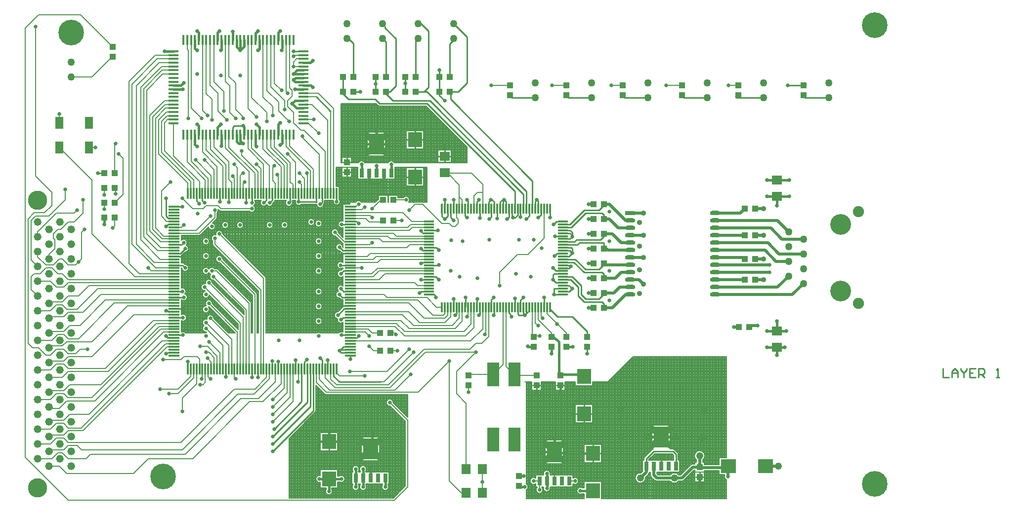
<source format=gtl>
%FSLAX24Y24*%
%MOIN*%
G70*
G01*
G75*
G04 Layer_Physical_Order=1*
%ADD10C,0.0080*%
%ADD11R,0.0433X0.0394*%
%ADD12R,0.0728X0.0118*%
%ADD13R,0.0728X0.0118*%
%ADD14R,0.0118X0.0728*%
%ADD15R,0.1024X0.0945*%
%ADD16R,0.0709X0.0157*%
%ADD17R,0.0157X0.0709*%
%ADD18R,0.0709X0.0122*%
%ADD19O,0.0122X0.0709*%
%ADD20R,0.0122X0.0709*%
%ADD21R,0.0700X0.0300*%
%ADD22O,0.0700X0.0300*%
%ADD23R,0.0300X0.0600*%
%ADD24R,0.1000X0.1400*%
%ADD25R,0.0945X0.1024*%
%ADD26R,0.0394X0.0433*%
%ADD27R,0.0551X0.0787*%
%ADD28R,0.0709X0.0630*%
%ADD29R,0.0827X0.1614*%
%ADD30R,0.0630X0.0709*%
%ADD31R,0.0709X0.0157*%
%ADD32C,0.0400*%
%ADD33C,0.0100*%
%ADD34C,0.0160*%
%ADD35C,0.0200*%
%ADD36C,0.1732*%
%ADD37C,0.0500*%
%ADD38C,0.0750*%
%ADD39C,0.1400*%
%ADD40C,0.1300*%
%ADD41C,0.0520*%
%ADD42C,0.0250*%
%ADD43C,0.0480*%
%ADD44C,0.0350*%
D10*
X45535Y37500D02*
G03*
X45322Y37266I-235J0D01*
G01*
X43690Y32862D02*
G03*
X43735Y33000I-190J138D01*
G01*
G03*
X43310Y32862I-235J0D01*
G01*
X43190D02*
G03*
X43235Y33000I-190J138D01*
G01*
G03*
X42810Y32862I-235J0D01*
G01*
X45235Y31800D02*
G03*
X45190Y31938I-235J0D01*
G01*
X44810D02*
G03*
X45235Y31800I190J-138D01*
G01*
X43735D02*
G03*
X43690Y31938I-235J0D01*
G01*
X43310D02*
G03*
X43735Y31800I190J-138D01*
G01*
X43235D02*
G03*
X43190Y31938I-235J0D01*
G01*
X42810D02*
G03*
X43235Y31800I190J-138D01*
G01*
X40894Y38094D02*
G03*
X41000Y38050I106J106D01*
G01*
X40894Y38094D02*
G03*
X41000Y38050I106J106D01*
G01*
X40258Y36832D02*
G03*
X40305Y36945I-113J113D01*
G01*
X40258Y36832D02*
G03*
X40305Y36945I-113J113D01*
G01*
X42275Y32340D02*
G03*
X41902Y32530I-235J0D01*
G01*
Y32150D02*
G03*
X42275Y32340I138J190D01*
G01*
X41435Y31500D02*
G03*
X41390Y31638I-235J0D01*
G01*
X41010D02*
G03*
X41435Y31500I190J-138D01*
G01*
X40618Y32568D02*
G03*
X40618Y32112I-58J-228D01*
G01*
X45613Y53700D02*
G03*
X45187Y53700I-213J-100D01*
G01*
X44487Y57587D02*
G03*
X44600Y57540I113J113D01*
G01*
X44487Y57587D02*
G03*
X44600Y57540I113J113D01*
G01*
X43613Y53700D02*
G03*
X43187Y53700I-213J-100D01*
G01*
X55250Y31781D02*
G03*
X55635Y31600I150J-181D01*
G01*
X54500Y31587D02*
G03*
X54635Y31800I-100J213D01*
G01*
G03*
X54500Y32013I-235J0D01*
G01*
X55635Y31600D02*
G03*
X55550Y31781I-235J0D01*
G01*
X55683Y31790D02*
G03*
X56135Y31700I217J-90D01*
G01*
G03*
X56117Y31790I-235J0D01*
G01*
X55140Y32389D02*
G03*
X55140Y32011I-140J-189D01*
G01*
X56135Y32700D02*
G03*
X55683Y32610I-235J0D01*
G01*
X56117D02*
G03*
X56135Y32700I-217J90D01*
G01*
X57660Y32011D02*
G03*
X58035Y32200I140J189D01*
G01*
X58298Y31730D02*
G03*
X58298Y31350I-138J-190D01*
G01*
X58035Y32200D02*
G03*
X57660Y32389I-235J0D01*
G01*
X62249Y32746D02*
G03*
X62550Y32400I-49J-346D01*
G01*
G03*
X62546Y32450I-350J0D01*
G01*
X62748Y32651D02*
G03*
X62810Y32790I-148J149D01*
G01*
X62890Y32600D02*
G03*
X62952Y32451I210J0D01*
G01*
X63151Y32252D02*
G03*
X63300Y32190I149J148D01*
G01*
X62890Y32600D02*
G03*
X62952Y32452I210J0D01*
G01*
X63152Y32252D02*
G03*
X63300Y32190I148J148D01*
G01*
X62748Y32652D02*
G03*
X62810Y32790I-148J148D01*
G01*
X64220Y32190D02*
G03*
X64780Y32190I280J210D01*
G01*
X65000D02*
G03*
X65148Y32252I0J210D01*
G01*
X65000Y32190D02*
G03*
X65149Y32252I0J210D01*
G01*
X64780Y32610D02*
G03*
X64220Y32610I-280J-210D01*
G01*
X67890Y32605D02*
G03*
X68000Y32287I210J-105D01*
G01*
X62487Y33813D02*
G03*
X62440Y33700I113J-113D01*
G01*
X62487Y33813D02*
G03*
X62440Y33700I113J-113D01*
G01*
X65735Y33345D02*
G03*
X65586Y33283I0J-210D01*
G01*
X65735Y33345D02*
G03*
X65586Y33283I0J-210D01*
G01*
X64760Y34000D02*
G03*
X64713Y34113I-160J0D01*
G01*
X64760Y34000D02*
G03*
X64713Y34113I-160J0D01*
G01*
X63078Y34358D02*
G03*
X62987Y34313I22J-159D01*
G01*
X63078Y34358D02*
G03*
X62987Y34313I22J-159D01*
G01*
X64513D02*
G03*
X64400Y34360I-113J-113D01*
G01*
X64513Y34313D02*
G03*
X64400Y34360I-113J-113D01*
G01*
X66550Y33900D02*
G03*
X65990Y33620I-350J0D01*
G01*
X66410D02*
G03*
X66550Y33900I-210J280D01*
G01*
X31529Y42200D02*
G03*
X31239Y42270I-187J-142D01*
G01*
Y43038D02*
G03*
X31596Y43239I121J201D01*
G01*
G03*
X31239Y43441I-235J0D01*
G01*
X32777Y42700D02*
G03*
X32922Y42266I123J-200D01*
G01*
X32961Y42227D02*
G03*
X32777Y42200I-61J-227D01*
G01*
X32978Y43122D02*
G03*
X32777Y42700I-78J-222D01*
G01*
X33435Y43200D02*
G03*
X32978Y43122I-235J0D01*
G01*
X32935Y44032D02*
G03*
X33135Y43800I-35J-232D01*
G01*
G03*
X33065Y43968I-235J0D01*
G01*
G03*
X33122Y43966I35J232D01*
G01*
X31245Y44457D02*
G03*
X31652Y44617I172J160D01*
G01*
G03*
X31477Y44845I-235J0D01*
G01*
X31546Y45011D02*
G03*
X31239Y45235I-235J0D01*
G01*
X31477Y44845D02*
G03*
X31546Y45011I-166J166D01*
G01*
X33335Y44200D02*
G03*
X32935Y44032I-235J0D01*
G01*
X32857Y45031D02*
G03*
X33131Y44757I43J-231D01*
G01*
X32878Y45521D02*
G03*
X32822Y45066I-78J-222D01*
G01*
X33335Y45600D02*
G03*
X32878Y45521I-235J0D01*
G01*
X35964Y44186D02*
G03*
X35920Y44292I-150J0D01*
G01*
X35964Y44186D02*
G03*
X35920Y44292I-150J0D01*
G01*
X31265Y46609D02*
G03*
X31735Y46600I235J-9D01*
G01*
X31239Y47426D02*
G03*
X31283Y47457I-69J144D01*
G01*
X31239Y47426D02*
G03*
X31283Y47457I-69J144D01*
G01*
X33100Y46523D02*
G03*
X33100Y46277I-200J-123D01*
G01*
X33241Y46173D02*
G03*
X33422Y45766I159J-173D01*
G01*
X33100Y46277D02*
G03*
X33241Y46173I200J123D01*
G01*
X33481Y46550D02*
G03*
X33100Y46523I-181J-150D01*
G01*
X33706Y46506D02*
G03*
X33600Y46550I-106J-106D01*
G01*
X33706Y46506D02*
G03*
X33600Y46550I-106J-106D01*
G01*
X31430Y46896D02*
G03*
X31317Y46943I-113J-113D01*
G01*
X31431Y46896D02*
G03*
X31317Y46943I-113J-113D01*
G01*
X31735Y46600D02*
G03*
X31491Y46835I-235J0D01*
G01*
X33135Y47400D02*
G03*
X33135Y47400I-235J0D01*
G01*
X31491Y47665D02*
G03*
X31735Y47900I9J235D01*
G01*
G03*
X31559Y48127I-235J0D01*
G01*
G03*
X31635Y48300I-159J173D01*
G01*
G03*
X31239Y48471I-235J0D01*
G01*
X33135Y48400D02*
G03*
X33135Y48400I-235J0D01*
G01*
X32448Y48798D02*
G03*
X32554Y48842I0J150D01*
G01*
X32448Y48798D02*
G03*
X32554Y48842I0J150D01*
G01*
X33579Y48822D02*
G03*
X33350Y48419I-78J-222D01*
G01*
Y48200D02*
G03*
X33394Y48094I150J0D01*
G01*
X33350Y48200D02*
G03*
X33394Y48094I150J0D01*
G01*
X33069Y49357D02*
G03*
X33535Y49400I231J43D01*
G01*
G03*
X33343Y49631I-235J0D01*
G01*
X33606Y49894D02*
G03*
X33650Y50000I-106J106D01*
G01*
X33606Y49894D02*
G03*
X33650Y50000I-106J106D01*
G01*
Y50319D02*
G03*
X33735Y50500I-150J181D01*
G01*
G03*
X33727Y50561I-235J0D01*
G01*
X34035Y47200D02*
G03*
X33822Y46966I-235J0D01*
G01*
X34035Y48900D02*
G03*
X33579Y48822I-235J0D01*
G01*
X34435Y49500D02*
G03*
X34435Y49500I-235J0D01*
G01*
X33794Y50494D02*
G03*
X33900Y50450I106J106D01*
G01*
X33794Y50494D02*
G03*
X33900Y50450I106J106D01*
G01*
X35435Y49500D02*
G03*
X35435Y49500I-235J0D01*
G01*
X35819Y50450D02*
G03*
X36235Y50600I181J150D01*
G01*
G03*
X36119Y50802I-235J0D01*
G01*
G03*
X36246Y51011I-108J209D01*
G01*
X36358Y44792D02*
G03*
X36314Y44898I-150J0D01*
G01*
X36358Y44792D02*
G03*
X36314Y44898I-150J0D01*
G01*
X36948Y45902D02*
G03*
X36905Y46008I-150J0D01*
G01*
X36948Y45902D02*
G03*
X36904Y46008I-150J0D01*
G01*
X40623Y42200D02*
G03*
X40377Y42200I-123J-200D01*
G01*
X40735Y43000D02*
G03*
X40735Y43000I-235J0D01*
G01*
Y44000D02*
G03*
X40735Y44000I-235J0D01*
G01*
Y45000D02*
G03*
X40735Y45000I-235J0D01*
G01*
Y46400D02*
G03*
X40735Y46400I-235J0D01*
G01*
Y47400D02*
G03*
X40735Y47400I-235J0D01*
G01*
Y48400D02*
G03*
X40735Y48400I-235J0D01*
G01*
X41809Y43635D02*
G03*
X41775Y43166I-9J-235D01*
G01*
G03*
X42161Y42929I225J-66D01*
G01*
X41841Y45027D02*
G03*
X41909Y44565I59J-227D01*
G01*
X42161Y42261D02*
G03*
X41854Y42200I-119J-203D01*
G01*
X42161Y43974D02*
G03*
X42117Y43943I69J-144D01*
G01*
X42161Y43974D02*
G03*
X42117Y43943I69J-144D01*
G01*
X41969Y44504D02*
G03*
X42083Y44457I113J113D01*
G01*
X41970Y44504D02*
G03*
X42083Y44457I113J113D01*
G01*
X42161Y45371D02*
G03*
X41841Y45027I-161J-171D01*
G01*
X42009Y46435D02*
G03*
X42161Y46029I-9J-235D01*
G01*
X42155Y46943D02*
G03*
X42155Y46623I-172J-160D01*
G01*
X41835Y49000D02*
G03*
X41622Y48766I-235J0D01*
G01*
X42135Y48000D02*
G03*
X41909Y47765I-235J0D01*
G01*
X42161Y46546D02*
G03*
X42076Y46502I28J-158D01*
G01*
X42161Y46546D02*
G03*
X42076Y46502I28J-158D01*
G01*
X42020Y47654D02*
G03*
X42133Y47607I113J113D01*
G01*
X42020Y47654D02*
G03*
X42133Y47607I113J113D01*
G01*
X42137Y48251D02*
G03*
X42161Y48232I106J106D01*
G01*
X42136Y48251D02*
G03*
X42161Y48232I106J106D01*
G01*
X37435Y49500D02*
G03*
X37435Y49500I-235J0D01*
G01*
X38435D02*
G03*
X38435Y49500I-235J0D01*
G01*
X40235Y49700D02*
G03*
X40235Y49700I-235J0D01*
G01*
X40735Y49600D02*
G03*
X40735Y49600I-235J0D01*
G01*
X40266Y50901D02*
G03*
X40366Y50884I75J141D01*
G01*
X42161Y49752D02*
G03*
X42161Y49326I-99J-213D01*
G01*
X40266Y50901D02*
G03*
X40366Y50884I75J141D01*
G01*
X37000Y50877D02*
G03*
X37435Y51000I200J123D01*
G01*
X36629Y51161D02*
G03*
X37000Y50877I171J-161D01*
G01*
X36246Y51011D02*
G03*
X36192Y51161I-235J0D01*
G01*
X37502Y51076D02*
G03*
X37546Y51161I-113J113D01*
G01*
X37502Y51076D02*
G03*
X37546Y51161I-113J113D01*
G01*
X40366Y50884D02*
G03*
X40835Y50900I234J16D01*
G01*
X38735Y51000D02*
G03*
X38729Y51052I-235J0D01*
G01*
X38329Y51161D02*
G03*
X38735Y51000I171J-161D01*
G01*
X38948Y51161D02*
G03*
X39333Y50901I213J-100D01*
G01*
X40848Y50922D02*
G03*
X40895Y51035I-113J113D01*
G01*
X40849Y50922D02*
G03*
X40895Y51035I-113J113D01*
G01*
X41499Y51161D02*
G03*
X41955Y51080I221J-81D01*
G01*
G03*
X41889Y51244I-235J0D01*
G01*
X43391Y51037D02*
G03*
X43009Y51037I-191J-137D01*
G01*
X46569D02*
G03*
X46635Y51200I-169J163D01*
G01*
X47000Y51050D02*
G03*
X46938Y51037I0J-150D01*
G01*
X47000Y51050D02*
G03*
X46938Y51037I0J-150D01*
G01*
X47562D02*
G03*
X47500Y51050I-62J-137D01*
G01*
X47562Y51037D02*
G03*
X47500Y51050I-62J-137D01*
G01*
X46635Y51200D02*
G03*
X46219Y51350I-235J0D01*
G01*
X45812Y37200D02*
X46500D01*
X45732Y37280D02*
X46500D01*
X45972Y37040D02*
X46500D01*
X45892Y37120D02*
X46500D01*
X46000Y37012D02*
Y38050D01*
X45920Y37092D02*
Y38050D01*
X45840Y37172D02*
Y38050D01*
X45760Y37252D02*
Y38050D01*
X46500Y36512D02*
Y38050D01*
X46480Y36532D02*
Y38050D01*
X46400Y36612D02*
Y38050D01*
X46052Y36960D02*
X46500D01*
X46320Y36692D02*
Y38050D01*
X46240Y36772D02*
Y38050D01*
X46160Y36852D02*
Y38050D01*
X46080Y36932D02*
Y38050D01*
X45520Y37583D02*
Y38050D01*
X45451Y37680D02*
X46500D01*
X45534Y37520D02*
X46500D01*
X45513Y37600D02*
X46500D01*
X45440Y37689D02*
Y38050D01*
X45360Y37727D02*
Y38050D01*
X45280Y37734D02*
Y38050D01*
X45200Y37713D02*
Y38050D01*
X45572Y37440D02*
X46500D01*
X45534Y37478D02*
X46500Y36512D01*
X45652Y37360D02*
X46500D01*
X45322Y37266D02*
X46350Y36238D01*
X45680Y37332D02*
Y38050D01*
X45600Y37412D02*
Y38050D01*
X45200Y32810D02*
Y37287D01*
X46212Y36800D02*
X46500D01*
X46132Y36880D02*
X46500D01*
X46372Y36640D02*
X46500D01*
X46292Y36720D02*
X46500D01*
X46452Y36560D02*
X46500D01*
X44610Y35120D02*
X46350D01*
X44610Y35040D02*
X46350D01*
X44610Y34960D02*
X46350D01*
X44610Y34880D02*
X46350D01*
X44610Y34800D02*
X46350D01*
X44610Y34720D02*
X46350D01*
X44610Y34640D02*
X46350D01*
X44610Y34560D02*
X46350D01*
X44610Y34480D02*
X46350D01*
X44760Y32810D02*
X45260D01*
X44610Y34400D02*
X46350D01*
X44610Y34320D02*
X46350D01*
X44610Y34240D02*
X46350D01*
X44610Y34160D02*
X46350D01*
X44610Y34080D02*
X46350D01*
X44610Y34000D02*
X46350D01*
X44610Y33920D02*
X46350D01*
X44610Y33840D02*
X46350D01*
X44610Y33760D02*
X46350D01*
X44610Y33680D02*
X46350D01*
X44610Y33600D02*
X46350D01*
X43702Y33120D02*
X46350D01*
X43623Y33200D02*
X46350D01*
X43732Y33040D02*
X46350D01*
X43732Y32960D02*
X46350D01*
X43702Y32880D02*
X46350D01*
X45120Y37651D02*
Y38050D01*
X44560Y35178D02*
Y38050D01*
X44480Y35178D02*
Y38050D01*
X44400Y35178D02*
Y38050D01*
X44320Y35178D02*
Y38050D01*
X44240Y35178D02*
Y38050D01*
X44160Y35178D02*
Y38050D01*
X44080Y35178D02*
Y38050D01*
X45040Y32810D02*
Y38050D01*
X44960Y32810D02*
Y38050D01*
X45120Y32810D02*
Y37349D01*
X44880Y32810D02*
Y38050D01*
X44800Y32810D02*
Y38050D01*
X44720Y32810D02*
Y38050D01*
X44640Y32810D02*
Y38050D01*
X44000Y35178D02*
Y38050D01*
X43920Y35178D02*
Y38050D01*
X43840Y35178D02*
Y38050D01*
X43760Y35178D02*
Y38050D01*
X43680Y35178D02*
Y38050D01*
X43600Y35178D02*
Y38050D01*
X43520Y35178D02*
Y38050D01*
X43440Y35178D02*
Y38050D01*
X43120Y33202D02*
Y38050D01*
X43360Y33189D02*
Y38050D01*
X43280Y33083D02*
Y38050D01*
X43200Y33123D02*
Y38050D01*
X43040Y33232D02*
Y38050D01*
X42960Y33232D02*
Y38050D01*
X42880Y33202D02*
Y38050D01*
X42800Y33123D02*
Y38050D01*
X44610Y33558D02*
Y35178D01*
X44560Y32810D02*
Y33558D01*
X44480Y32810D02*
Y33558D01*
X43680Y33151D02*
Y33558D01*
X43600Y33213D02*
Y33558D01*
X44400Y32810D02*
Y33558D01*
X44320Y32810D02*
Y33558D01*
X44260Y32810D02*
X44740D01*
X44240D02*
Y33558D01*
X44160Y32810D02*
Y33558D01*
X44080Y32810D02*
Y33558D01*
X44000Y32810D02*
Y33558D01*
X43920Y32810D02*
Y33558D01*
X43390Y35178D02*
X44610D01*
X43390Y33558D02*
X44610D01*
X43520Y33234D02*
Y33558D01*
X43390D02*
Y35178D01*
X43440Y33227D02*
Y33558D01*
X43123Y33200D02*
X43377D01*
X43202Y33120D02*
X43298D01*
X43232Y33040D02*
X43268D01*
X43202Y32880D02*
X43298D01*
X43232Y32960D02*
X43268D01*
X46320Y31832D02*
Y36268D01*
X46240Y31752D02*
Y36348D01*
X46350Y31862D02*
Y36238D01*
X45260Y32800D02*
X46350D01*
X46000Y31512D02*
Y36588D01*
X45920Y31432D02*
Y36668D01*
X46160Y31672D02*
Y36428D01*
X46080Y31592D02*
Y36508D01*
X45680Y31192D02*
Y36908D01*
X45600Y31112D02*
Y36988D01*
X45840Y31352D02*
Y36748D01*
X45760Y31272D02*
Y36828D01*
X45360Y31050D02*
Y37228D01*
X45280Y31050D02*
Y37266D01*
X45520Y31050D02*
Y37068D01*
X45440Y31050D02*
Y37148D01*
X45260Y32720D02*
X46350D01*
X45260Y32640D02*
X46350D01*
X45260Y32560D02*
X46350D01*
X45260Y32480D02*
X46350D01*
X45260Y32400D02*
X46350D01*
X43760Y32810D02*
X44240D01*
X45260Y32320D02*
X46350D01*
X45260Y32240D02*
X46350D01*
X45260Y31990D02*
Y32810D01*
Y32160D02*
X46350D01*
X45260Y32080D02*
X46350D01*
X45260Y32000D02*
X46350D01*
X45200Y31923D02*
Y31990D01*
X45190D02*
X45260D01*
X45190Y31938D02*
Y31990D01*
X44760D02*
X44810D01*
X45232Y31840D02*
X46328D01*
X45202Y31920D02*
X46350D01*
X45232Y31760D02*
X46248D01*
X45202Y31680D02*
X46168D01*
X44810Y31938D02*
Y31990D01*
X44800Y31923D02*
Y31990D01*
X45123Y31600D02*
X46088D01*
X45538Y31050D02*
X46350Y31862D01*
X45200Y31050D02*
Y31677D01*
X45120Y31050D02*
Y31598D01*
X44880Y31050D02*
Y31598D01*
X44800Y31050D02*
Y31677D01*
X45040Y31050D02*
Y31568D01*
X44960Y31050D02*
Y31568D01*
X43732Y31840D02*
X44768D01*
X43702Y31920D02*
X44798D01*
X43702Y31680D02*
X44798D01*
X43623Y31600D02*
X44877D01*
X44720Y31050D02*
Y31990D01*
X44260D02*
X44740D01*
X43760D02*
X44240D01*
X43732Y31760D02*
X44768D01*
X44640Y31050D02*
Y31990D01*
X44560Y31050D02*
Y31990D01*
X44480Y31050D02*
Y31990D01*
X44400Y31050D02*
Y31990D01*
X44320Y31050D02*
Y31990D01*
X44240Y31050D02*
Y31990D01*
X44160Y31050D02*
Y31990D01*
X43840Y32810D02*
Y33558D01*
X43760Y32810D02*
Y33558D01*
X43690Y32810D02*
Y32862D01*
Y32810D02*
X43740D01*
X43310D02*
Y32862D01*
X43280Y32810D02*
Y32917D01*
X43260Y32810D02*
X43310D01*
X43200D02*
Y32877D01*
X44080Y31050D02*
Y31990D01*
X44000Y31050D02*
Y31990D01*
X43920Y31050D02*
Y31990D01*
X43840Y31050D02*
Y31990D01*
X43190Y32810D02*
Y32862D01*
Y32810D02*
X43240D01*
X43760Y31050D02*
Y31990D01*
X43690D02*
X43740D01*
X42810Y32810D02*
Y32862D01*
X42800Y32810D02*
Y32877D01*
X42740Y32810D02*
X42810D01*
X42229Y32480D02*
X42740D01*
Y31990D02*
Y32810D01*
X42267Y32400D02*
X42740D01*
X42274Y32320D02*
X42740D01*
X42253Y32240D02*
X42740D01*
X42720Y31050D02*
Y38050D01*
X42640Y31050D02*
Y38050D01*
X42560Y31050D02*
Y38050D01*
X42480Y31050D02*
Y38050D01*
X42400Y31050D02*
Y38050D01*
X42320Y31050D02*
Y38050D01*
X42240Y31050D02*
Y32217D01*
X43690Y31938D02*
Y31990D01*
X43260D02*
X43310D01*
Y31938D02*
Y31990D01*
X43280Y31883D02*
Y31990D01*
X43200Y31923D02*
Y31990D01*
X43232Y31840D02*
X43268D01*
X43202Y31920D02*
X43298D01*
X43680Y31050D02*
Y31649D01*
X43600Y31050D02*
Y31587D01*
X43520Y31050D02*
Y31566D01*
X43280Y31050D02*
Y31717D01*
X43232Y31760D02*
X43268D01*
X43440Y31050D02*
Y31573D01*
X43360Y31050D02*
Y31611D01*
X43190Y31990D02*
X43240D01*
X43202Y31680D02*
X43298D01*
X43123Y31600D02*
X43377D01*
X43190Y31938D02*
Y31990D01*
X42740D02*
X42810D01*
Y31938D02*
Y31990D01*
X42800Y31923D02*
Y31990D01*
X43200Y31050D02*
Y31677D01*
X43120Y31050D02*
Y31598D01*
X43040Y31050D02*
Y31568D01*
X42880Y31050D02*
Y31598D01*
X42800Y31050D02*
Y31677D01*
X42960Y31050D02*
Y31568D01*
X41000Y38050D02*
X46500D01*
X40305Y38000D02*
X46500D01*
X40305Y37920D02*
X46500D01*
X40305Y37840D02*
X46500D01*
X40305Y37760D02*
X46500D01*
X40305Y37680D02*
X45149D01*
X40305Y37600D02*
X45087D01*
X40305Y37520D02*
X45066D01*
X40305Y37120D02*
X45468D01*
X40305Y37040D02*
X45548D01*
X40305Y36960D02*
X45628D01*
X40291Y36880D02*
X45708D01*
X40305Y37440D02*
X45073D01*
X40305Y37360D02*
X45111D01*
X40305Y37280D02*
X45217D01*
X40305Y37200D02*
X45388D01*
X39906Y36480D02*
X46108D01*
X39826Y36400D02*
X46188D01*
X39746Y36320D02*
X46268D01*
X39666Y36240D02*
X46348D01*
X40226Y36800D02*
X45788D01*
X40146Y36720D02*
X45868D01*
X40066Y36640D02*
X45948D01*
X39986Y36560D02*
X46028D01*
X39586Y36160D02*
X46350D01*
X39506Y36080D02*
X46350D01*
X39426Y36000D02*
X46350D01*
X39346Y35920D02*
X46350D01*
X39266Y35840D02*
X46350D01*
X39186Y35760D02*
X46350D01*
X39106Y35680D02*
X46350D01*
X39026Y35600D02*
X46350D01*
X41782Y35440D02*
X46350D01*
X41782Y35360D02*
X46350D01*
X41782Y35280D02*
X46350D01*
X41782Y35200D02*
X46350D01*
X41782Y35120D02*
X43390D01*
X41782Y35040D02*
X43390D01*
X41782Y34960D02*
X43390D01*
X41782Y34880D02*
X43390D01*
X41782Y34800D02*
X43390D01*
X41782Y34720D02*
X43390D01*
X41782Y34640D02*
X43390D01*
X41782Y34560D02*
X43390D01*
X41782Y34480D02*
X43390D01*
X41782Y34400D02*
X43390D01*
X41782Y34320D02*
X43390D01*
X41782Y34240D02*
X43390D01*
X38946Y35520D02*
X46350D01*
X38500Y34160D02*
X43390D01*
X38500Y34080D02*
X43390D01*
X38500Y34000D02*
X43390D01*
X38500Y33920D02*
X43390D01*
X38500Y33840D02*
X43390D01*
X38500Y33760D02*
X43390D01*
X38500Y33680D02*
X43390D01*
X38500Y33520D02*
X46350D01*
X38500Y33440D02*
X46350D01*
X38500Y33360D02*
X46350D01*
X38500Y33280D02*
X46350D01*
X38500Y33600D02*
X43390D01*
X38500Y33200D02*
X42877D01*
X38500Y33120D02*
X42798D01*
X41760Y35482D02*
Y38050D01*
X41680Y35482D02*
Y38050D01*
X41600Y35482D02*
Y38050D01*
X41520Y35482D02*
Y38050D01*
X41440Y35482D02*
Y38050D01*
X41360Y35482D02*
Y38050D01*
X41280Y35482D02*
Y38050D01*
X41200Y35482D02*
Y38050D01*
X41120Y35482D02*
Y38050D01*
X41040Y35482D02*
Y38050D01*
X40800Y35482D02*
Y38188D01*
X40720Y35482D02*
Y38268D01*
X40960Y35482D02*
Y38055D01*
X40880Y35482D02*
Y38108D01*
X40305Y38683D02*
X40894Y38094D01*
X40305Y38320D02*
X40668D01*
X40305Y38240D02*
X40748D01*
X40305Y38160D02*
X40828D01*
X40305Y38640D02*
X40348D01*
X40305Y38560D02*
X40428D01*
X40305Y38480D02*
X40508D01*
X40305Y38400D02*
X40588D01*
X40640Y35482D02*
Y38348D01*
X40305Y36945D02*
Y38683D01*
X40618Y35482D02*
X41782D01*
X40305Y38080D02*
X40910D01*
X38500Y35074D02*
X40258Y36832D01*
X41782Y34238D02*
Y35482D01*
X40618Y34238D02*
Y35482D01*
X38866Y35440D02*
X40618D01*
X38786Y35360D02*
X40618D01*
X41760Y32962D02*
Y34238D01*
X40618D02*
X41782D01*
Y32960D02*
X42768D01*
X41680Y32962D02*
Y34238D01*
X41600Y32962D02*
Y34238D01*
X41520Y32962D02*
Y34238D01*
X41440Y32962D02*
Y34238D01*
X41360Y32962D02*
Y34238D01*
X38706Y35280D02*
X40618D01*
X38626Y35200D02*
X40618D01*
X38546Y35120D02*
X40618D01*
X38500Y35040D02*
X40618D01*
X38500Y34960D02*
X40618D01*
X38500Y34880D02*
X40618D01*
X38500Y34800D02*
X40618D01*
X38500Y34720D02*
X40618D01*
X38500Y34640D02*
X40618D01*
X38500Y34560D02*
X40618D01*
X38500Y34480D02*
X40618D01*
X38500Y33040D02*
X42768D01*
X38500Y34400D02*
X40618D01*
X38500Y34320D02*
X40618D01*
X38500Y34240D02*
X40618D01*
X42240Y32464D02*
Y38050D01*
X42160Y32542D02*
Y38050D01*
X42123Y32560D02*
X42740D01*
X42080Y32572D02*
Y38050D01*
X42000Y32572D02*
Y38050D01*
X41920Y32542D02*
Y38050D01*
X41840Y32530D02*
Y38050D01*
X41782Y32530D02*
Y32962D01*
X42191Y32160D02*
X42740D01*
X42160Y31050D02*
Y32138D01*
X41920Y31050D02*
Y32138D01*
X41840Y31050D02*
Y32150D01*
X42080Y31050D02*
Y32109D01*
X42000Y31050D02*
Y32109D01*
X41782Y32880D02*
X42798D01*
X40618Y32962D02*
X41782D01*
Y32800D02*
X42740D01*
X41782Y32720D02*
X42740D01*
X41280Y32962D02*
Y34238D01*
X41200Y32962D02*
Y34238D01*
X41120Y32962D02*
Y34238D01*
X41040Y32962D02*
Y34238D01*
X41782Y32640D02*
X42740D01*
X41782Y32560D02*
X41957D01*
X41782Y32080D02*
X42740D01*
X41782Y32000D02*
X42740D01*
X41782Y32530D02*
X41902D01*
X41782Y32150D02*
X41902D01*
X41782Y31718D02*
Y32150D01*
Y31920D02*
X42798D01*
X41390Y31680D02*
X42798D01*
X41434Y31520D02*
X46008D01*
X41413Y31600D02*
X42877D01*
X41782Y31840D02*
X42768D01*
X41782Y31760D02*
X42768D01*
X41390Y31718D02*
X41782D01*
X41390Y31638D02*
Y31718D01*
X41760Y31050D02*
Y31718D01*
X41680Y31050D02*
Y31718D01*
X41427Y31440D02*
X45928D01*
X41389Y31360D02*
X45848D01*
X41600Y31050D02*
Y31718D01*
X41520Y31050D02*
Y31718D01*
X41440Y31050D02*
Y31718D01*
X41283Y31280D02*
X45768D01*
X38500D02*
X41117D01*
X38500Y31200D02*
X45688D01*
X41010Y31638D02*
Y31718D01*
X40618D02*
X41010D01*
X38500Y31680D02*
X41010D01*
X38500Y31600D02*
X40987D01*
X41360Y31050D02*
Y31328D01*
X41280Y31050D02*
Y31279D01*
X38500Y31120D02*
X45608D01*
X38500Y31050D02*
X45538D01*
X41200D02*
Y31265D01*
X41040Y31050D02*
Y31328D01*
X41120Y31050D02*
Y31279D01*
X40960Y32962D02*
Y34238D01*
X40880Y32962D02*
Y34238D01*
X40800Y32962D02*
Y34238D01*
X40720Y32962D02*
Y34238D01*
X40400Y32512D02*
Y38588D01*
X40320Y31050D02*
Y38668D01*
X40560Y32575D02*
Y38428D01*
X40480Y32561D02*
Y38508D01*
X40240Y31050D02*
Y36814D01*
X40160Y31050D02*
Y36734D01*
X40080Y31050D02*
Y36654D01*
X40000Y31050D02*
Y36574D01*
X39920Y31050D02*
Y36494D01*
X39840Y31050D02*
Y36414D01*
X39760Y31050D02*
Y36334D01*
X39680Y31050D02*
Y36254D01*
X39600Y31050D02*
Y36174D01*
X39520Y31050D02*
Y36094D01*
X39440Y31050D02*
Y36014D01*
X39360Y31050D02*
Y35934D01*
X39280Y31050D02*
Y35854D01*
X39200Y31050D02*
Y35774D01*
X39120Y31050D02*
Y35694D01*
X39040Y31050D02*
Y35614D01*
X38960Y31050D02*
Y35534D01*
X38880Y31050D02*
Y35454D01*
X38800Y31050D02*
Y35374D01*
X38720Y31050D02*
Y35294D01*
X38640Y31050D02*
Y35214D01*
X38560Y31050D02*
Y35134D01*
X38500Y31050D02*
Y35074D01*
X40640Y32962D02*
Y34238D01*
X38500Y32960D02*
X40618D01*
X38500Y32880D02*
X40618D01*
X38500Y32800D02*
X40618D01*
Y32568D02*
Y32962D01*
X38500Y32720D02*
X40618D01*
Y31718D02*
Y32112D01*
X40960Y31050D02*
Y31718D01*
X40880Y31050D02*
Y31718D01*
X40800Y31050D02*
Y31718D01*
X40720Y31050D02*
Y31718D01*
X40480Y31050D02*
Y32119D01*
X40400Y31050D02*
Y32168D01*
X40640Y31050D02*
Y31718D01*
X40560Y31050D02*
Y32105D01*
X38500Y32640D02*
X40618D01*
X38500Y32560D02*
X40477D01*
X38500Y32160D02*
X40409D01*
X38500Y32080D02*
X40618D01*
X38500Y32480D02*
X40371D01*
X38500Y32400D02*
X40333D01*
X38500Y32320D02*
X40326D01*
X38500Y32240D02*
X40347D01*
X38500Y32000D02*
X40618D01*
X38500Y31520D02*
X40966D01*
X38500Y31440D02*
X40973D01*
X38500Y31360D02*
X41011D01*
X38500Y31920D02*
X40618D01*
X38500Y31840D02*
X40618D01*
X38500Y31760D02*
X40618D01*
X23600Y30900D02*
X45600D01*
X45300Y37500D02*
X46500Y36300D01*
X41900Y39300D02*
X43600D01*
X24435Y63700D02*
X26600Y61535D01*
X46500Y31800D02*
Y36300D01*
X45600Y30900D02*
X46500Y31800D01*
X44900Y38900D02*
X46900Y40900D01*
X44674Y38900D02*
X44900D01*
X47600Y41100D02*
X50700D01*
X41700Y38700D02*
X45200D01*
X51966Y41966D02*
Y43946D01*
X45200Y38700D02*
X47600Y41100D01*
X41326Y39074D02*
Y39765D01*
X47700Y40900D02*
X51100D01*
X41600Y38500D02*
X45300D01*
X51769Y42169D02*
Y43946D01*
X51700Y42100D02*
X51769Y42169D01*
X49800Y39600D02*
X51100Y40900D01*
X50449Y33000D02*
Y37451D01*
X45300Y38500D02*
X47700Y40900D01*
X40932Y39168D02*
Y39765D01*
X68135Y58935D02*
X68800D01*
X45650Y38350D02*
X46700Y39400D01*
X40539Y39061D02*
Y39765D01*
Y39061D02*
X41250Y38350D01*
X45650D01*
X56265Y58935D02*
X57200D01*
X32074Y39174D02*
Y39765D01*
X30400Y38100D02*
X31000D01*
X49360Y54576D02*
Y55914D01*
X49280Y54576D02*
Y55994D01*
X49440Y54576D02*
Y55834D01*
X49120Y54576D02*
Y56154D01*
X49200Y54576D02*
Y56074D01*
X48960Y54576D02*
Y56314D01*
X49040Y54576D02*
Y56234D01*
X48800Y54576D02*
Y56474D01*
X48880Y54576D02*
Y56394D01*
X47582Y55680D02*
X49594D01*
X47582Y55600D02*
X49674D01*
X47582Y55520D02*
X49754D01*
X47582Y55840D02*
X49434D01*
X47582Y55760D02*
X49514D01*
X47734Y57540D02*
X50500Y54774D01*
X47582Y55280D02*
X49994D01*
X47582Y55440D02*
X49834D01*
X47582Y55360D02*
X49914D01*
X49464Y54560D02*
X50500D01*
X49464Y54480D02*
X50500D01*
X49464Y54400D02*
X50500D01*
X49464Y54320D02*
X50500D01*
X49464Y54240D02*
X50500D01*
X49464Y54160D02*
X50500D01*
X47582Y55040D02*
X50234D01*
X47582Y54960D02*
X50314D01*
X47582Y54880D02*
X50394D01*
X47582Y55200D02*
X50074D01*
X47582Y55120D02*
X50154D01*
X47582Y54720D02*
X50500D01*
X47582Y54640D02*
X50500D01*
X47582Y54800D02*
X50474D01*
X48536Y54576D02*
X49464D01*
X47520Y55882D02*
Y57540D01*
X47440Y55882D02*
Y57540D01*
X47360Y55882D02*
Y57540D01*
X47280Y55882D02*
Y57540D01*
X47200Y55882D02*
Y57540D01*
X48640Y54576D02*
Y56634D01*
X48720Y54576D02*
Y56554D01*
X47120Y55882D02*
Y57540D01*
X48560Y54576D02*
Y56714D01*
X47040Y55882D02*
Y57540D01*
X46960Y55882D02*
Y57540D01*
X46880Y55882D02*
Y57540D01*
X46800Y55882D02*
Y57540D01*
X46720Y55882D02*
Y57540D01*
X46640Y55882D02*
Y57540D01*
X46418Y55882D02*
X47582D01*
X46560D02*
Y57540D01*
X46480Y55882D02*
Y57540D01*
X45010Y54960D02*
X46418D01*
X47582Y54638D02*
Y55882D01*
X46418Y54638D02*
X47582D01*
X46418D02*
Y55882D01*
X45010Y54159D02*
Y55778D01*
Y54880D02*
X46418D01*
X45010Y54800D02*
X46418D01*
X45010Y54560D02*
X48536D01*
X45010Y54720D02*
X46418D01*
X45010Y54640D02*
X46418D01*
X45010Y54480D02*
X48536D01*
X45010Y54400D02*
X48536D01*
X45010Y54320D02*
X48536D01*
X45010Y54240D02*
X48536D01*
X50000Y53700D02*
Y55274D01*
X49920Y53700D02*
Y55354D01*
X50080Y53700D02*
Y55194D01*
X49760Y53700D02*
Y55514D01*
X49840Y53700D02*
Y55434D01*
X49600Y53700D02*
Y55674D01*
X49680Y53700D02*
Y55594D01*
X48480Y53700D02*
Y56794D01*
X49520Y53700D02*
Y55754D01*
X48320Y53700D02*
Y56954D01*
X48240Y53700D02*
Y57034D01*
X48400Y53700D02*
Y56874D01*
X48080Y53700D02*
Y57194D01*
X48160Y53700D02*
Y57114D01*
X47920Y53700D02*
Y57354D01*
X48000Y53700D02*
Y57274D01*
X47760Y53700D02*
Y57514D01*
X47840Y53700D02*
Y57434D01*
X50500Y53700D02*
Y54774D01*
X49464Y54080D02*
X50500D01*
X49464Y54000D02*
X50500D01*
X50480Y53700D02*
Y54794D01*
X49464Y53726D02*
Y54576D01*
X50320Y53700D02*
Y54954D01*
X50400Y53700D02*
Y54874D01*
X50160Y53700D02*
Y55114D01*
X50240Y53700D02*
Y55034D01*
X49464Y53920D02*
X50500D01*
X49464Y53840D02*
X50500D01*
X49464Y53760D02*
X50500D01*
X45010Y54160D02*
X48536D01*
X45613Y53700D02*
X50500D01*
X48536Y53726D02*
X49464D01*
X48536D02*
Y54576D01*
X45572Y53760D02*
X48536D01*
X47680Y53700D02*
Y57540D01*
X47600Y53700D02*
Y57540D01*
X46400Y53700D02*
Y57540D01*
X46320Y53700D02*
Y57540D01*
X46240Y53700D02*
Y57540D01*
X46160Y53700D02*
Y57540D01*
X46080Y53700D02*
Y57540D01*
X46000Y53700D02*
Y57540D01*
X45920Y53700D02*
Y57540D01*
X45600Y53723D02*
Y57540D01*
X45520Y53802D02*
Y57540D01*
X45440Y53832D02*
Y57540D01*
X45360Y53832D02*
Y57540D01*
X45280Y53802D02*
Y57540D01*
X45840Y53700D02*
Y57540D01*
X45760Y53700D02*
Y57540D01*
X45680Y53700D02*
Y57540D01*
X45200Y53723D02*
Y57540D01*
X47520Y53700D02*
Y54638D01*
X47440Y53700D02*
Y54638D01*
X47360Y53700D02*
Y54638D01*
X47280Y53700D02*
Y54638D01*
X47200Y53700D02*
Y54638D01*
X47120Y53700D02*
Y54638D01*
X47040Y53700D02*
Y54638D01*
X46960Y53700D02*
Y54638D01*
X46880Y53700D02*
Y54638D01*
X46800Y53700D02*
Y54638D01*
X46720Y53700D02*
Y54638D01*
X46640Y53700D02*
Y54638D01*
X46560Y53700D02*
Y54638D01*
X46480Y53700D02*
Y54638D01*
X45120Y53700D02*
Y57540D01*
X45040Y53700D02*
Y57540D01*
X42000Y57440D02*
X47834D01*
X42000Y57360D02*
X47914D01*
X42000Y57280D02*
X47994D01*
X44600Y57540D02*
X47734D01*
X42000Y57520D02*
X47754D01*
X42000Y57120D02*
X48154D01*
X42000Y57040D02*
X48234D01*
X44960Y55778D02*
Y57540D01*
X42000Y57200D02*
X48074D01*
X42000Y56800D02*
X48474D01*
X42000Y56720D02*
X48554D01*
X42000Y56640D02*
X48634D01*
X42000Y56960D02*
X48314D01*
X42000Y56880D02*
X48394D01*
X42000Y56400D02*
X48874D01*
X42000Y56320D02*
X48954D01*
X42000Y56560D02*
X48714D01*
X42000Y56480D02*
X48794D01*
X45010Y55760D02*
X46418D01*
X45010Y55680D02*
X46418D01*
X45010Y55600D02*
X46418D01*
X45010Y55520D02*
X46418D01*
X45010Y55440D02*
X46418D01*
X45010Y55360D02*
X46418D01*
X45010Y55280D02*
X46418D01*
X45010Y55200D02*
X46418D01*
X45010Y55120D02*
X46418D01*
X42000Y56080D02*
X49194D01*
X42000Y56000D02*
X49274D01*
X42000Y55920D02*
X49354D01*
X42000Y56240D02*
X49034D01*
X42000Y56160D02*
X49114D01*
X42000Y55840D02*
X46418D01*
X45010Y55040D02*
X46418D01*
X43790Y55778D02*
X45010D01*
X44880D02*
Y57540D01*
X44800Y55778D02*
Y57540D01*
X44374Y57700D02*
X44487Y57587D01*
X44400Y55778D02*
Y57674D01*
X44480Y55778D02*
Y57594D01*
X44320Y55778D02*
Y57700D01*
X44240Y55778D02*
Y57700D01*
X42000D02*
X44374D01*
X42000Y57680D02*
X44394D01*
X42000Y57600D02*
X44474D01*
X44160Y55778D02*
Y57700D01*
X42000Y57500D02*
Y57700D01*
X44080Y55778D02*
Y57700D01*
X44000Y55778D02*
Y57700D01*
X43920Y55778D02*
Y57700D01*
X43840Y55778D02*
Y57700D01*
X44720Y55778D02*
Y57540D01*
X44640Y55778D02*
Y57540D01*
X44560Y55778D02*
Y57545D01*
X42000Y55760D02*
X43790D01*
X42000Y55680D02*
X43790D01*
X42000Y55600D02*
X43790D01*
X42000Y55520D02*
X43790D01*
X42000Y55440D02*
X43790D01*
X42000Y55360D02*
X43790D01*
X42000Y55280D02*
X43790D01*
X42000Y55200D02*
X43790D01*
X42000Y55120D02*
X43790D01*
X42000Y55040D02*
X43790D01*
X42000Y54960D02*
X43790D01*
X42000Y54880D02*
X43790D01*
X42000Y54800D02*
X43790D01*
Y54159D02*
X45010D01*
X44960Y53700D02*
Y54159D01*
X43790D02*
Y55778D01*
X44880Y53700D02*
Y54159D01*
X44800Y53700D02*
Y54159D01*
X44720Y53700D02*
Y54159D01*
X43760Y53700D02*
Y57700D01*
X44640Y53700D02*
Y54159D01*
X42000Y54720D02*
X43790D01*
X42000Y54640D02*
X43790D01*
X42000Y54560D02*
X43790D01*
X42000Y54480D02*
X43790D01*
X42000Y54400D02*
X43790D01*
X42000Y54320D02*
X43790D01*
X43680Y53700D02*
Y57700D01*
X42000Y54240D02*
X43790D01*
X44560Y53700D02*
Y54159D01*
X44480Y53700D02*
Y54159D01*
X44400Y53700D02*
Y54159D01*
X44320Y53700D02*
Y54159D01*
X44240Y53700D02*
Y54159D01*
X44160Y53700D02*
Y54159D01*
X44080Y53700D02*
Y54159D01*
X44000Y53700D02*
Y54159D01*
X43920Y53700D02*
Y54159D01*
X42707Y54000D02*
X48536D01*
X42000Y54080D02*
X48536D01*
X42707Y53920D02*
X48536D01*
X42000Y54160D02*
X43790D01*
X42707Y53840D02*
X48536D01*
X43572Y53760D02*
X45228D01*
X43613Y53700D02*
X45187D01*
X43840D02*
Y54159D01*
X43600Y53723D02*
Y57700D01*
X43520Y53802D02*
Y57700D01*
X43440Y53832D02*
Y57700D01*
X43360Y53832D02*
Y57700D01*
X43280Y53802D02*
Y57700D01*
X43200Y53723D02*
Y57700D01*
X43120Y53700D02*
Y57700D01*
X43040Y53700D02*
Y57700D01*
X42960Y53700D02*
Y57700D01*
X42640Y54061D02*
Y57700D01*
X42560Y54061D02*
Y57700D01*
X42480Y54061D02*
Y57700D01*
X42400Y54061D02*
Y57700D01*
X42320Y54061D02*
Y57700D01*
X42880Y53700D02*
Y57700D01*
X42800Y53700D02*
Y57700D01*
X42720Y53700D02*
Y57700D01*
X42240Y54061D02*
Y57700D01*
X42707Y53760D02*
X43228D01*
X42093Y54061D02*
X42707D01*
X42160D02*
Y57700D01*
X42707Y53700D02*
Y54061D01*
Y53700D02*
X43187D01*
X42093D02*
Y54061D01*
X42000Y54000D02*
X42093D01*
X42000Y53920D02*
X42093D01*
X42000Y53840D02*
X42093D01*
X42000Y53760D02*
X42093D01*
X42080Y53700D02*
Y57700D01*
X42000Y53700D02*
X42093D01*
X42000D02*
Y57700D01*
Y53700D02*
Y57500D01*
X27700Y59200D02*
X29475Y60975D01*
X30728D01*
X28408Y46192D02*
X30765D01*
X27700Y46900D02*
Y59200D01*
Y46900D02*
X28408Y46192D01*
X23602Y45798D02*
X30765D01*
X21100Y45150D02*
X21550Y44700D01*
X21100Y45150D02*
Y46000D01*
X21300Y46200D01*
X21700D01*
X22100Y46600D01*
X22500D01*
X22900Y46200D01*
X23200D01*
X23602Y45798D01*
X23602Y45602D02*
X30765D01*
X23300Y45300D02*
X23602Y45602D01*
X21550Y45700D02*
X22400D01*
X22800Y45300D01*
X23300D01*
X57540Y36740D02*
X58400D01*
X22200Y33200D02*
X23000D01*
X37980Y38780D02*
Y39765D01*
X35858Y37558D02*
X36758D01*
X37980Y38780D01*
X32000Y33700D02*
X35858Y37558D01*
X29000Y33700D02*
X32000D01*
X28000Y32700D02*
X29000Y33700D01*
X25100Y34000D02*
X31500D01*
X37586Y38886D02*
Y39765D01*
X35259Y37759D02*
X36459D01*
X37586Y38886D01*
X31500Y34000D02*
X35259Y37759D01*
X21550Y33700D02*
X22500D01*
X24500Y34300D02*
X31300D01*
X37192Y39092D02*
Y39765D01*
X35054Y38054D02*
X36154D01*
X37192Y39092D01*
X31300Y34300D02*
X35054Y38054D01*
X23600Y34800D02*
X31200D01*
X36995Y39195D02*
Y39765D01*
X34800Y38400D02*
X36200D01*
X36995Y39195D01*
X31200Y34800D02*
X34800Y38400D01*
X21550Y34700D02*
X22400D01*
X33500Y48200D02*
X36602Y45098D01*
X33500Y48200D02*
Y48600D01*
X36602Y39765D02*
Y45098D01*
X33800Y48900D02*
X36798Y45902D01*
Y39765D02*
Y45902D01*
X32900Y42500D02*
X34043Y41357D01*
Y39765D02*
Y41357D01*
X33100Y41600D02*
X33846Y40854D01*
Y39765D02*
Y40854D01*
X56200Y41935D02*
Y42200D01*
X55313Y43087D02*
Y43946D01*
X55903Y43497D02*
X57200Y42200D01*
Y41935D02*
Y42200D01*
X55903Y43497D02*
Y43946D01*
X55509Y43291D02*
X55600Y43200D01*
X55509Y43291D02*
Y43946D01*
X55116Y42884D02*
X55300Y42700D01*
X55116Y42884D02*
Y43946D01*
X55313Y43087D02*
X56200Y42200D01*
X54935Y42000D02*
X55400D01*
X54919Y42016D02*
Y43946D01*
Y42016D02*
X54935Y42000D01*
X50600Y38200D02*
Y38665D01*
X55200Y38200D02*
Y38665D01*
X53147Y39946D02*
X53759Y39335D01*
X55200D01*
X53147Y39946D02*
Y43946D01*
X52950Y40074D02*
Y43946D01*
X52276Y39400D02*
X52950Y40074D01*
X50600Y39400D02*
X52276D01*
X45500Y51200D02*
X46400D01*
X44100Y50600D02*
X44700Y51200D01*
X42635Y50129D02*
X43971D01*
X44100Y50000D01*
X43900Y49700D02*
X44900D01*
X43668Y49932D02*
X43900Y49700D01*
X42635Y49932D02*
X43668D01*
X45535Y49800D02*
X46100D01*
X42635Y49342D02*
X46505D01*
X46700Y49537D02*
X47950D01*
X46505Y49342D02*
X46700Y49537D01*
X42635Y49145D02*
X46605D01*
X46800Y49340D02*
X47950D01*
X46605Y49145D02*
X46800Y49340D01*
X46766Y49734D02*
X47950D01*
X42635Y50326D02*
X46174D01*
X46766Y49734D01*
X45335Y41000D02*
X45800D01*
X44200D02*
X44665D01*
X43900Y41300D02*
X44200Y41000D01*
X42635Y42255D02*
X43645D01*
X43900Y42000D01*
X45600Y42200D02*
X45700Y42100D01*
X45335Y42200D02*
X45600D01*
X44100D02*
X44665D01*
X42635Y42452D02*
X43848D01*
X44100Y42200D01*
X51572Y42472D02*
Y43946D01*
X42635Y41665D02*
X50765D01*
X51572Y42472D01*
X50982Y42582D02*
Y43946D01*
X42635Y42649D02*
X45651D01*
X50400Y42000D02*
X50982Y42582D01*
X46300Y42000D02*
X50400D01*
X45651Y42649D02*
X46300Y42000D01*
X38767Y37567D02*
Y39765D01*
X37400Y36200D02*
X38767Y37567D01*
X38373Y38173D02*
Y39765D01*
X37400Y37200D02*
X38373Y38173D01*
X24800Y33700D02*
X25100Y34000D01*
X23600Y33700D02*
X24800D01*
X22500D02*
X22900Y34100D01*
X23200D01*
X23600Y33700D01*
X23300Y34300D02*
X23600Y34600D01*
X22400Y34300D02*
X23300D01*
X22300Y34200D02*
X22400Y34300D01*
X23000Y33200D02*
X23500Y32700D01*
X28000D01*
X24200Y34600D02*
X24500Y34300D01*
X23600Y34600D02*
X24200D01*
X23300Y35100D02*
X23600Y34800D01*
X22400Y34700D02*
X22800Y35100D01*
X23300D01*
X22200Y35200D02*
X22400D01*
X23300Y35300D02*
X23600Y35600D01*
X22500Y35300D02*
X23300D01*
X22400Y35200D02*
X22500Y35300D01*
X37389Y39765D02*
Y40311D01*
X33600Y46400D02*
X35814Y44186D01*
X33800Y47200D02*
X36208Y44792D01*
Y39765D02*
Y44792D01*
X33100Y45600D02*
X35420Y43280D01*
Y39765D02*
Y43280D01*
X32800Y45300D02*
X35224Y42876D01*
Y39765D02*
Y42876D01*
X33100Y44200D02*
X35027Y42273D01*
Y39765D02*
Y42273D01*
X33000Y41300D02*
X33649Y40651D01*
X33100Y40900D02*
X33452Y40548D01*
X33000Y40500D02*
X33255Y40245D01*
Y39765D02*
Y40245D01*
X33058Y39242D02*
X33200Y39100D01*
X33058Y39242D02*
Y39765D01*
X24482Y35782D02*
X30168Y41468D01*
X30765D01*
X23618Y35782D02*
X24482D01*
X23300Y36100D02*
X23618Y35782D01*
X21550Y35700D02*
X22400D01*
X22800Y36100D01*
X23300D01*
X22200Y36200D02*
X22300Y36300D01*
X29965Y41665D02*
X30765D01*
X23300Y36300D02*
X23700Y36700D01*
X22300Y36300D02*
X23300D01*
X23700Y36700D02*
X25000D01*
X29965Y41665D01*
X30055Y42255D02*
X30765D01*
X25400Y37600D02*
X30055Y42255D01*
X22400Y37100D02*
X23000D01*
X23500Y37600D01*
X25400D01*
X25224Y37824D02*
X29852Y42452D01*
X21400Y37700D02*
X22400D01*
X29852Y42452D02*
X30765D01*
X23576Y37824D02*
X25224D01*
X23300Y38100D02*
X23576Y37824D01*
X22400Y37700D02*
X22800Y38100D01*
X23300D01*
Y38300D02*
X23700Y38700D01*
X29749Y42649D02*
X30765D01*
X22400Y38300D02*
X23300D01*
X22300Y38200D02*
X22400Y38300D01*
X23700Y38700D02*
X25800D01*
X29749Y42649D01*
X29546Y42846D02*
X30765D01*
X23600Y39600D02*
X26300D01*
X29546Y42846D01*
X22300Y39200D02*
X23200D01*
X23600Y39600D01*
Y39800D02*
X26100D01*
X29343Y43043D02*
X30765D01*
X23300Y40100D02*
X23600Y39800D01*
X21600Y39700D02*
X22400D01*
X22800Y40100D01*
X23300D01*
X22400Y40300D02*
X23300D01*
X22300Y40200D02*
X22400Y40300D01*
X26100Y39800D02*
X29343Y43043D01*
X23500Y41600D02*
X25200D01*
X27627Y44027D01*
X26724Y44224D02*
X30765D01*
X21550Y41700D02*
X22500D01*
X22900Y42100D01*
X23300D01*
X23600Y41800D01*
X24300D01*
X26724Y44224D01*
X26120Y44420D02*
X30765D01*
X22400Y42300D02*
X23300D01*
X23700Y42700D01*
X24400D01*
X26120Y44420D01*
X25814Y44814D02*
X30765D01*
X22300Y43300D02*
X23300D01*
X23600Y43600D01*
X24600D01*
X25814Y44814D01*
X23500Y43800D02*
X24200D01*
X25608Y45208D02*
X30765D01*
X21550Y43700D02*
X22400D01*
X22800Y44100D01*
X23200D01*
X23500Y43800D01*
X22400Y44300D02*
X23200D01*
X25005Y45405D02*
X30765D01*
X23200Y44300D02*
X23600Y44700D01*
X22300Y44200D02*
X22400Y44300D01*
X24200Y43800D02*
X25608Y45208D01*
X23600Y44700D02*
X24300D01*
X25005Y45405D01*
X34830Y39170D02*
X34900Y39100D01*
X34830Y39170D02*
Y39765D01*
X50785Y42785D02*
Y43946D01*
X42635Y42846D02*
X45754D01*
X46300Y42300D01*
X50300D01*
X50785Y42785D01*
X50588Y43388D02*
Y43946D01*
X50500Y43300D02*
X50588Y43388D01*
X50195Y42994D02*
Y43946D01*
X42635Y43043D02*
X46057D01*
X49700Y42500D02*
X50195Y42994D01*
X46600Y42500D02*
X49700D01*
X46057Y43043D02*
X46600Y42500D01*
X49998Y43198D02*
Y43946D01*
X42635Y43436D02*
X46164D01*
X46900Y42700D01*
X49500D01*
X49998Y43198D01*
X49407Y43307D02*
Y43946D01*
X42635Y43633D02*
X46567D01*
X49000Y42900D02*
X49407Y43307D01*
X47300Y42900D02*
X49000D01*
X46567Y43633D02*
X47300Y42900D01*
X49210Y43410D02*
Y43946D01*
X42635Y44224D02*
X46576D01*
X47600Y43200D01*
X49000D01*
X49210Y43410D01*
X49013Y43513D02*
Y43946D01*
X42635Y44420D02*
X47180D01*
X48900Y43400D02*
X49013Y43513D01*
X48200Y43400D02*
X48900D01*
X47180Y44420D02*
X48200Y43400D01*
X48454Y43946D02*
X48817D01*
X42700Y44800D02*
X44900D01*
X45100Y44600D01*
X47800D01*
X48454Y43946D01*
X42635Y45208D02*
X42637Y45206D01*
X47950D01*
X47197Y45403D02*
X47950D01*
X42635Y45602D02*
X46998D01*
X47197Y45403D01*
X44991Y46191D02*
X47950D01*
X44598Y45798D02*
X44991Y46191D01*
X42635Y45798D02*
X44598D01*
X44587Y46387D02*
X47950D01*
X42635Y45995D02*
X44195D01*
X44587Y46387D01*
X44484Y46584D02*
X47950D01*
X42635Y46192D02*
X44092D01*
X44484Y46584D01*
X44675Y47175D02*
X47950D01*
X42635Y46980D02*
X44480D01*
X44675Y47175D01*
X44372Y47372D02*
X47950D01*
X42635Y47176D02*
X44176D01*
X44372Y47372D01*
X43969Y47569D02*
X47950D01*
X42635Y47373D02*
X43773D01*
X43969Y47569D01*
X46659Y48159D02*
X47950D01*
X42635Y47964D02*
X46464D01*
X46659Y48159D01*
X45347Y48553D02*
X47950D01*
X42635Y48751D02*
X45149D01*
X45347Y48553D01*
X45750Y48750D02*
X47950D01*
X42635Y48948D02*
X45552D01*
X45750Y48750D01*
X36763Y58137D02*
X37400Y57500D01*
Y56900D02*
Y57500D01*
X38400Y54300D02*
X38964Y53736D01*
Y51635D02*
Y53736D01*
X36763Y58137D02*
Y61991D01*
X35740Y57360D02*
Y61991D01*
X37586Y51635D02*
Y52314D01*
X37400Y53400D02*
X37500Y53500D01*
X35740Y57360D02*
X36300Y56800D01*
X34900Y57300D02*
Y59100D01*
X35400Y56700D02*
Y56800D01*
X36602Y51635D02*
Y53298D01*
X36300Y53600D02*
X36602Y53298D01*
X34460Y59540D02*
Y61991D01*
X34900Y57300D02*
X35400Y56800D01*
X34100Y57200D02*
Y58500D01*
X35420Y52320D02*
X35500Y52400D01*
X35420Y51635D02*
Y52320D01*
X33437Y59163D02*
Y61991D01*
X33700Y57200D02*
Y58400D01*
X35224Y52824D02*
X35400Y53000D01*
X35224Y51635D02*
Y52824D01*
X33181Y58919D02*
Y61991D01*
X33700Y57200D02*
X34300Y56600D01*
X32669Y57231D02*
Y61991D01*
X34700Y52800D02*
X34830Y52670D01*
Y51635D02*
Y52670D01*
X32669Y57231D02*
X33000Y56900D01*
X31900Y57400D02*
Y61800D01*
X32800Y53900D02*
X33452Y53248D01*
Y51635D02*
Y53248D01*
X31900Y57400D02*
X32600Y56700D01*
X29619Y60719D02*
X30728D01*
X29514Y46586D02*
X30765D01*
X27900Y48200D02*
X29514Y46586D01*
X27900Y48200D02*
Y59000D01*
X29619Y60719D01*
X29763Y60463D02*
X30728D01*
X29420Y46980D02*
X30765D01*
X28200Y48200D02*
X29420Y46980D01*
X28200Y48200D02*
Y58900D01*
X29763Y60463D01*
X29907Y60207D02*
X30728D01*
X29824Y47176D02*
X30765D01*
X28500Y58800D02*
X29907Y60207D01*
X28500Y48500D02*
Y58800D01*
Y48500D02*
X29824Y47176D01*
X29952Y59952D02*
X30728D01*
X29633Y47767D02*
X30765D01*
X28700Y48700D02*
X29633Y47767D01*
X28700Y48700D02*
Y58700D01*
X29952Y59952D01*
X29996Y59696D02*
X30728D01*
X29836Y47964D02*
X30765D01*
X28900Y58600D02*
X29996Y59696D01*
X28900Y48900D02*
Y58600D01*
Y48900D02*
X29836Y47964D01*
X30104Y57904D02*
X30728D01*
X29843Y48357D02*
X30765D01*
X29100Y49100D02*
X29843Y48357D01*
X29100Y49100D02*
Y56900D01*
X30104Y57904D01*
X30148Y57648D02*
X30728D01*
X29946Y48554D02*
X30765D01*
X29300Y56800D02*
X30148Y57648D01*
X29300Y49200D02*
Y56800D01*
Y49200D02*
X29946Y48554D01*
X29500Y49300D02*
X30049Y48751D01*
X29500Y49300D02*
Y56700D01*
X30193Y57393D01*
X41523Y51635D02*
Y57377D01*
X39472Y58416D02*
X40484D01*
X41523Y57377D01*
X41129Y51635D02*
Y56571D01*
X39472Y57648D02*
X40052D01*
X41129Y56571D01*
X40932Y51635D02*
Y54468D01*
X38555Y58760D02*
Y61991D01*
Y58760D02*
X38700Y58615D01*
Y58200D02*
Y58615D01*
X38400Y57900D02*
X38700Y58200D01*
X38400Y57500D02*
Y57900D01*
Y57500D02*
X38800Y57100D01*
Y56400D02*
Y57100D01*
Y56400D02*
X39300Y55900D01*
X39500D01*
X40932Y54468D01*
X38299Y58501D02*
Y61991D01*
X39400Y55400D02*
Y55500D01*
X40539Y51635D02*
Y54261D01*
X38299Y58501D02*
X38400Y58400D01*
X39400Y55400D02*
X40539Y54261D01*
X39700Y53000D02*
X39751Y52949D01*
Y51635D02*
Y52949D01*
X37531Y59069D02*
X38000Y58600D01*
X37531Y59069D02*
Y61991D01*
X39200Y53000D02*
X39554Y52646D01*
Y51635D02*
Y52646D01*
X38200Y57300D02*
Y57900D01*
X37275Y58825D02*
Y61991D01*
X39200Y52400D02*
X39357Y52243D01*
Y51635D02*
Y52243D01*
X37019Y58581D02*
Y61991D01*
X37800Y57200D02*
X38500Y56500D01*
X37275Y58825D02*
X38200Y57900D01*
X37019Y58581D02*
X37800Y57800D01*
Y57200D02*
Y57800D01*
X38767Y51635D02*
Y52233D01*
X38596Y52404D02*
Y53704D01*
X37531Y54769D02*
Y55609D01*
Y54769D02*
X38596Y53704D01*
Y52404D02*
X38767Y52233D01*
X37000Y56500D02*
Y57100D01*
X37700Y52900D02*
X37783Y52817D01*
Y51635D02*
Y52817D01*
X35996Y58104D02*
Y61991D01*
Y58104D02*
X37000Y57100D01*
X37400Y52500D02*
X37586Y52314D01*
X37400Y52500D02*
Y53400D01*
X34460Y59540D02*
X34900Y59100D01*
X36798Y51635D02*
Y53602D01*
X35740Y54660D02*
Y55609D01*
Y54660D02*
X36798Y53602D01*
X37192Y51635D02*
Y53508D01*
X35996Y54704D02*
Y55609D01*
Y54704D02*
X37192Y53508D01*
X35300Y54200D02*
Y54500D01*
X36405Y51635D02*
Y53095D01*
X34204Y59196D02*
Y61991D01*
X34500Y57100D02*
X34900Y56700D01*
X34204Y59196D02*
X34500Y58900D01*
Y57100D02*
Y58900D01*
X35300Y54200D02*
X36405Y53095D01*
X33437Y59163D02*
X34100Y58500D01*
X33181Y58919D02*
X33700Y58400D01*
X34800Y53600D02*
X35027Y53373D01*
X33300Y56600D02*
Y58000D01*
X35027Y51635D02*
Y53373D01*
X32925Y58375D02*
Y61991D01*
Y58375D02*
X33300Y58000D01*
X40145Y51635D02*
Y53255D01*
X38555Y54845D02*
Y55609D01*
Y54845D02*
X40145Y53255D01*
X39948Y51635D02*
Y53152D01*
X38299Y54801D02*
Y55609D01*
Y54801D02*
X39948Y53152D01*
X38373Y51635D02*
Y53627D01*
X37275Y54725D02*
Y55609D01*
Y54725D02*
X38373Y53627D01*
X38176Y51635D02*
Y53524D01*
X37019Y54681D02*
Y55609D01*
Y54681D02*
X38176Y53524D01*
X37980Y51635D02*
Y53420D01*
X36763Y54637D02*
Y55609D01*
Y54637D02*
X37980Y53420D01*
X36208Y51635D02*
Y52992D01*
X34460Y54740D02*
Y55609D01*
Y54740D02*
X36208Y52992D01*
X35814Y51635D02*
Y53086D01*
X34204Y54696D02*
Y55609D01*
Y54696D02*
X35814Y53086D01*
X33437Y54763D02*
X34443Y53757D01*
Y52557D02*
X34633Y52367D01*
Y51635D02*
Y52367D01*
X34443Y52557D02*
Y53757D01*
X33437Y54763D02*
Y55609D01*
X34239Y51635D02*
Y53561D01*
X33200Y54600D02*
Y55500D01*
Y54600D02*
X34239Y53561D01*
X34043Y51635D02*
Y53457D01*
X32925Y54575D02*
Y55609D01*
Y54575D02*
X34043Y53457D01*
X33649Y51635D02*
Y53451D01*
X32669Y54431D02*
Y55609D01*
Y54431D02*
X33649Y53451D01*
X32200Y53900D02*
X33255Y52845D01*
X31700Y56700D02*
Y61300D01*
X33255Y51635D02*
Y52845D01*
X31645Y61355D02*
Y61991D01*
Y61355D02*
X31700Y61300D01*
X33058Y51635D02*
Y52642D01*
X31901Y53799D02*
Y55609D01*
Y53799D02*
X33058Y52642D01*
X32861Y51635D02*
Y52539D01*
X31645Y53755D02*
Y55500D01*
Y53755D02*
X32861Y52539D01*
X31680Y51635D02*
Y52320D01*
X30237Y57137D02*
X30728D01*
X29700Y56600D02*
X30237Y57137D01*
X29700Y54300D02*
Y56600D01*
Y54300D02*
X31680Y52320D01*
X31877Y51635D02*
Y52423D01*
X30281Y56881D02*
X30728D01*
X29900Y56500D02*
X30281Y56881D01*
X29900Y54400D02*
Y56500D01*
Y54400D02*
X31877Y52423D01*
X32074Y51635D02*
Y52526D01*
X30325Y56625D02*
X30728D01*
X30100Y56400D02*
X30325Y56625D01*
X30100Y54500D02*
Y56400D01*
Y54500D02*
X32074Y52526D01*
X32468Y51635D02*
Y52432D01*
X30728Y54172D02*
Y56369D01*
Y54172D02*
X32468Y52432D01*
X41326Y39074D02*
X41700Y38700D01*
X40932Y39168D02*
X41600Y38500D01*
X50700Y41100D02*
X51100Y41500D01*
X51500D02*
X51966Y41966D01*
X51100Y41500D02*
X51500D01*
X49800Y38100D02*
X50449Y37451D01*
X49800Y38100D02*
Y39600D01*
X40342Y38858D02*
X41000Y38200D01*
X47200D01*
X52700Y46300D02*
X53900Y47500D01*
X54600D01*
X55706Y48606D01*
X49300Y32200D02*
X50100Y31400D01*
X50449D01*
X49300Y32200D02*
Y40300D01*
X40342Y38858D02*
Y39765D01*
X47200Y38200D02*
X49300Y40300D01*
X52700Y45400D02*
Y46300D01*
X55706Y48606D02*
Y50600D01*
X51551Y31400D02*
Y33000D01*
X50800Y53000D02*
X51572Y52228D01*
X49100Y53000D02*
X50800D01*
X49300Y52900D02*
X49998Y52202D01*
X49000Y52900D02*
X49300D01*
X50195Y50600D02*
Y51203D01*
X49998Y51400D02*
X50195Y51203D01*
X49998Y50600D02*
Y52202D01*
X50982Y51482D02*
X51200Y51700D01*
X50982Y50600D02*
Y51482D01*
X51200Y51700D02*
X51572D01*
Y50600D02*
Y52228D01*
X49000Y54151D02*
Y54900D01*
X31000Y38400D02*
X31877Y39277D01*
X37400Y37700D02*
X38176Y38476D01*
Y39765D01*
X31000Y38100D02*
X32074Y39174D01*
X37400Y36700D02*
X38570Y37870D01*
Y39765D01*
X32700Y38700D02*
X32861Y38861D01*
X32500Y38700D02*
X32700D01*
X32861Y38861D02*
Y39765D01*
X32600Y39100D02*
X32665Y39165D01*
Y39765D01*
X31300Y37800D02*
X32271Y38771D01*
X32300Y40600D02*
X32468Y40432D01*
X21400Y52800D02*
X22500Y51700D01*
Y50800D02*
Y51700D01*
X20900Y41500D02*
X21200Y41200D01*
X31200Y40400D02*
X31400Y40600D01*
X32300D01*
X23600D02*
X25200D01*
X28036Y43436D02*
X30765D01*
X23300Y40300D02*
X23600Y40600D01*
X25200D02*
X28036Y43436D01*
X23600Y40800D02*
X24100D01*
X24400Y41100D01*
X22400Y41200D02*
X22519Y41319D01*
X22300Y41200D02*
X22400D01*
X22519Y41319D02*
X23219D01*
X23500Y41600D01*
X27627Y44027D02*
X30765D01*
X22400Y40700D02*
X22800Y41100D01*
X22100Y40700D02*
X22400D01*
X21200Y41200D02*
X21600D01*
X22100Y40700D01*
X22800Y41100D02*
X23300D01*
X23600Y40800D01*
X33452Y39765D02*
Y40548D01*
X32900Y40900D02*
X33100D01*
X35617Y39765D02*
Y43783D01*
X33400Y46000D02*
X35617Y43783D01*
X25200Y48900D02*
Y52546D01*
X25000Y54746D02*
X25454D01*
X23000Y56400D02*
Y57000D01*
X21600Y63700D02*
X24435D01*
X20700Y62800D02*
X21600Y63700D01*
X20700Y33800D02*
Y62800D01*
Y33800D02*
X23600Y30900D01*
X41700Y39500D02*
X41900Y39300D01*
X47000Y50900D02*
X47500D01*
X48800Y49600D01*
X49300D01*
X49500Y49400D01*
X49700D01*
X49900Y49600D01*
Y49900D01*
X49801Y49999D02*
X49900Y49900D01*
X39100Y38900D02*
X39161Y38961D01*
Y39765D01*
X42600Y39600D02*
X45100D01*
X46600Y41100D01*
X49801Y49999D02*
Y50600D01*
X46600Y50500D02*
X47000Y50900D01*
X57400Y32200D02*
X57800D01*
X55000D02*
X55400D01*
Y31600D02*
Y32200D01*
X56400D02*
Y32700D01*
X54500Y31000D02*
Y31587D01*
X54560Y31000D02*
Y31628D01*
X54960Y31000D02*
Y31968D01*
X54880Y31000D02*
Y31998D01*
X55040Y31000D02*
Y31968D01*
X55120Y31000D02*
Y31998D01*
X55280Y31000D02*
Y31398D01*
X55360Y31000D02*
Y31368D01*
X55440Y31000D02*
Y31368D01*
X54500Y31440D02*
X55228D01*
X55200Y31000D02*
Y31477D01*
X55520Y31000D02*
Y31398D01*
X54523Y31600D02*
X55165D01*
X54632Y31840D02*
X55140D01*
X54523Y32000D02*
X54877D01*
X55140Y31790D02*
Y32011D01*
X54602Y31920D02*
X55140D01*
X54500Y31520D02*
X55179D01*
X54602Y31680D02*
X55179D01*
X54632Y31760D02*
X55228D01*
X55200Y31723D02*
Y31790D01*
X55140D02*
X55250D01*
X55572Y31760D02*
X55673D01*
X55600Y31000D02*
Y31477D01*
X55840Y31000D02*
Y31473D01*
X55920Y31000D02*
Y31466D01*
X55680Y31000D02*
Y31617D01*
X55760Y31000D02*
Y31511D01*
X56000Y31000D02*
Y31487D01*
X56080Y31000D02*
Y31549D01*
X56160Y31000D02*
Y31790D01*
X56240Y31000D02*
Y31790D01*
X56320Y31000D02*
Y31790D01*
X56400Y31000D02*
Y31790D01*
X56480Y31000D02*
Y31790D01*
X56560Y31000D02*
Y31790D01*
X55621Y31520D02*
X55749D01*
X55635Y31600D02*
X55687D01*
X55621Y31680D02*
X55666D01*
X55600Y31723D02*
Y31790D01*
X55550D02*
X55640D01*
X56160D02*
X56640D01*
Y31000D02*
Y31790D01*
X56720Y31000D02*
Y31790D01*
X56800Y31000D02*
Y31790D01*
X56880Y31000D02*
Y31790D01*
X56960Y31000D02*
Y31790D01*
X57040Y31000D02*
Y31790D01*
X54500Y32160D02*
X54768D01*
X54500Y32013D02*
Y38900D01*
Y32240D02*
X54768D01*
X54560Y31972D02*
Y38900D01*
X54640Y31000D02*
Y38900D01*
X54720Y31000D02*
Y38900D01*
X54500Y32080D02*
X54798D01*
X54800Y31000D02*
Y32077D01*
X54500Y32320D02*
X54798D01*
X54500Y32400D02*
X54877D01*
X54800Y32323D02*
Y38900D01*
X54880Y32402D02*
Y38900D01*
X54500Y32480D02*
X55140D01*
Y32389D02*
Y32610D01*
X54500Y32560D02*
X55140D01*
X54960Y32432D02*
Y38339D01*
X55040Y32432D02*
Y38339D01*
X55120Y32402D02*
Y38339D01*
X55200Y32610D02*
Y38339D01*
X54500Y32640D02*
X55673D01*
X55140Y32610D02*
X55640D01*
X54500Y32720D02*
X55666D01*
X54500Y32800D02*
X55687D01*
X54500Y32880D02*
X55749D01*
X54500Y33360D02*
X55790D01*
X54500Y33440D02*
X55790D01*
X55280Y32610D02*
Y38339D01*
X55360Y32610D02*
Y38339D01*
X55440Y32610D02*
Y38339D01*
X55520Y32610D02*
Y38900D01*
X55600Y32610D02*
Y38900D01*
X56160Y32610D02*
X56640D01*
X56160D02*
Y33359D01*
X56240Y32610D02*
Y33359D01*
X56320Y32610D02*
Y33359D01*
X56400Y32610D02*
Y33359D01*
X56480Y32610D02*
Y33359D01*
X56560Y32610D02*
Y33359D01*
X55840Y32927D02*
Y33359D01*
X55920Y32934D02*
Y33359D01*
X56000Y32913D02*
Y33359D01*
X55680Y32783D02*
Y38900D01*
X55760Y32889D02*
Y38900D01*
X56080Y32851D02*
Y33359D01*
X55790D02*
Y34978D01*
X56640Y32610D02*
Y33359D01*
X56720Y32610D02*
Y33359D01*
X56800Y32610D02*
Y33359D01*
X56880Y32610D02*
Y33359D01*
X56960Y32610D02*
Y33359D01*
X57040Y32610D02*
Y38339D01*
X57120Y31000D02*
Y31790D01*
X57200Y31000D02*
Y31790D01*
X57280Y31000D02*
Y31790D01*
X57360Y31000D02*
Y31790D01*
X57440Y31000D02*
Y31790D01*
X57520Y31000D02*
Y31790D01*
X54500Y31000D02*
X58418D01*
X54500Y31040D02*
X58418D01*
X54500Y31120D02*
X58418D01*
X57600Y31000D02*
Y31790D01*
X57680Y31000D02*
Y31998D01*
X57760Y31000D02*
Y31968D01*
X57840Y31000D02*
Y31968D01*
X55572Y31440D02*
X57947D01*
X56051Y31520D02*
X57926D01*
X56113Y31600D02*
X57933D01*
X56134Y31680D02*
X57971D01*
X56660Y31790D02*
X57140D01*
X57160D02*
X57660D01*
Y32011D01*
X54500Y31200D02*
X58418D01*
X54500Y31280D02*
X58418D01*
X54500Y31360D02*
X58009D01*
X56127Y31760D02*
X58077D01*
X57660Y31840D02*
X58418D01*
X57660Y31920D02*
X58418D01*
X58080Y31000D02*
Y31319D01*
X58160Y31000D02*
Y31305D01*
X58240Y31000D02*
Y31319D01*
X57920Y31000D02*
Y31998D01*
X58000Y31000D02*
Y31368D01*
Y31712D02*
Y32077D01*
X58320Y31000D02*
Y31350D01*
X58418Y31000D02*
Y31350D01*
X59582Y31000D02*
X68000D01*
X58298Y31350D02*
X58418D01*
X58400Y31000D02*
Y31350D01*
X59582Y31000D02*
Y32162D01*
X57923Y32000D02*
X58418D01*
X58298Y31730D02*
X58418D01*
X58243Y31760D02*
X58418D01*
X58002Y32080D02*
X58418D01*
X58032Y32160D02*
X58418D01*
Y31730D02*
Y32162D01*
X59582D01*
Y31760D02*
X68000D01*
X59582Y31840D02*
X68000D01*
X59582Y31920D02*
X68000D01*
X58032Y32240D02*
X61889D01*
X58002Y32320D02*
X61859D01*
X59582Y32000D02*
X68000D01*
X59582Y32160D02*
X61945D01*
X56660Y32610D02*
X57140D01*
X57120D02*
Y38900D01*
X57200Y32610D02*
Y38900D01*
X57280Y32610D02*
Y38900D01*
X57360Y32610D02*
Y38900D01*
X57440Y32610D02*
Y38900D01*
X57660Y32480D02*
X61859D01*
X57660Y32560D02*
X61889D01*
X57160Y32610D02*
X57660D01*
X57520D02*
Y38900D01*
X57660Y32389D02*
Y32610D01*
X57600D02*
Y38900D01*
X56127Y32640D02*
X61945D01*
X56134Y32720D02*
X62058D01*
X56113Y32800D02*
X62303D01*
X55790Y33359D02*
X57010D01*
Y34978D01*
Y33440D02*
X58418D01*
X54500Y32960D02*
X62340D01*
X56051Y32880D02*
X62340D01*
X54500Y33040D02*
X62340D01*
X54500Y33120D02*
X62340D01*
X54500Y33200D02*
X62340D01*
X54500Y33280D02*
X62340D01*
X57010Y33360D02*
X62340D01*
X58080Y31761D02*
Y36118D01*
X58480Y32162D02*
Y33438D01*
X58560Y32162D02*
Y33438D01*
X58160Y31775D02*
Y36118D01*
X58240Y31761D02*
Y36118D01*
X58320Y31730D02*
Y36118D01*
X58400Y31730D02*
Y36118D01*
X58640Y32162D02*
Y33438D01*
X58720Y32162D02*
Y33438D01*
X58800Y32162D02*
Y33438D01*
X58880Y32162D02*
Y33438D01*
X58960Y32162D02*
Y33438D01*
X59600Y31000D02*
Y38900D01*
X59040Y32162D02*
Y33438D01*
X57840Y32432D02*
Y36118D01*
X59120Y32162D02*
Y33438D01*
X58418D02*
Y34682D01*
X57680Y32402D02*
Y38900D01*
X57760Y32432D02*
Y38900D01*
X58000Y32323D02*
Y36118D01*
X57920Y32402D02*
Y36118D01*
X57923Y32400D02*
X61850D01*
X59200Y32162D02*
Y33438D01*
X59280Y32162D02*
Y33438D01*
X59360Y32162D02*
Y33438D01*
X58418D02*
X59582D01*
X59440Y32162D02*
Y33438D01*
X59520Y32162D02*
Y33438D01*
X54500Y33520D02*
X55790D01*
X54500Y33600D02*
X55790D01*
X54500Y33680D02*
X55790D01*
X54500Y33760D02*
X55790D01*
X54500Y33840D02*
X55790D01*
X54500Y33920D02*
X55790D01*
X54500Y34000D02*
X55790D01*
X54500Y34080D02*
X55790D01*
X54500Y34160D02*
X55790D01*
X54500Y34240D02*
X55790D01*
X54500Y34320D02*
X55790D01*
X54500Y34400D02*
X55790D01*
X54500Y34480D02*
X55790D01*
X54500Y34560D02*
X55790D01*
X54500Y34640D02*
X55790D01*
X54500Y34720D02*
X55790D01*
X54500Y34800D02*
X55790D01*
X54500Y34880D02*
X55790D01*
X54500Y34960D02*
X55790D01*
X54500Y36160D02*
X57818D01*
X54500Y36240D02*
X57818D01*
X54500Y36320D02*
X57818D01*
X54500Y36400D02*
X57818D01*
X54500Y36480D02*
X57818D01*
X54500Y36560D02*
X57818D01*
X54500Y36640D02*
X57818D01*
X54500Y36720D02*
X57818D01*
X57010Y33520D02*
X58418D01*
X57010Y33600D02*
X58418D01*
X57010Y33680D02*
X58418D01*
X57010Y33760D02*
X58418D01*
X57010Y33840D02*
X58418D01*
X57010Y33920D02*
X58418D01*
X57010Y34000D02*
X58418D01*
X57010Y34080D02*
X58418D01*
X57010Y34160D02*
X58418D01*
X57010Y34240D02*
X58418D01*
X57010Y34320D02*
X58418D01*
X54500Y36800D02*
X57818D01*
X55790Y34978D02*
X57010D01*
X54500Y36880D02*
X57818D01*
X56560Y34978D02*
Y38339D01*
X54893Y38339D02*
X55507D01*
X56640Y34978D02*
Y38339D01*
X57818Y36118D02*
Y37362D01*
X54500Y36960D02*
X57818D01*
X57010Y34400D02*
X58418D01*
X54500Y37040D02*
X57818D01*
X54500Y37120D02*
X57818D01*
X54500Y37200D02*
X57818D01*
X54500Y37280D02*
X57818D01*
X54500Y37360D02*
X57818D01*
X54500Y38400D02*
X54893D01*
X54500Y38480D02*
X54893D01*
X54500Y38560D02*
X54893D01*
Y38339D02*
Y38900D01*
X55507Y38339D02*
Y38900D01*
Y38400D02*
X56493D01*
X55507Y38480D02*
X56493D01*
X55507Y38560D02*
X56493D01*
X55840Y34978D02*
Y38900D01*
X55920Y34978D02*
Y38900D01*
X56000Y34978D02*
Y38900D01*
X56080Y34978D02*
Y38900D01*
X54500Y38640D02*
X54893D01*
X54500Y38720D02*
X54893D01*
X54500Y38800D02*
X54893D01*
X54400Y38900D02*
X54500D01*
X54400D02*
X54500D01*
Y38880D02*
X54893D01*
X54500Y38900D02*
X54893D01*
X55507Y38640D02*
X56493D01*
X55507Y38720D02*
X56493D01*
X55507Y38800D02*
X56493D01*
X55507Y38880D02*
X56493D01*
X55507Y38900D02*
X56493D01*
X56160Y34978D02*
Y38900D01*
X56720Y34978D02*
Y38339D01*
X56800Y34978D02*
Y38339D01*
X56240Y34978D02*
Y38900D01*
X56320Y34978D02*
Y38900D01*
X56400Y34978D02*
Y38900D01*
X56480Y34978D02*
Y38900D01*
X56880Y34978D02*
Y38339D01*
X56960Y34978D02*
Y38339D01*
X57840Y37362D02*
Y38638D01*
X57920Y37362D02*
Y38638D01*
X58000Y37362D02*
Y38638D01*
X58080Y37362D02*
Y38638D01*
X58160Y37362D02*
Y38638D01*
X56493Y38339D02*
X57107D01*
Y38640D02*
X57818D01*
X56493Y38339D02*
Y38900D01*
X57107Y38339D02*
Y38900D01*
Y38720D02*
X57818D01*
X58240Y37362D02*
Y38638D01*
X58320Y37362D02*
Y38638D01*
X57107Y38800D02*
X57818D01*
X57107Y38880D02*
X57818D01*
Y38638D02*
Y38900D01*
X57107D02*
X57818D01*
X57010Y34480D02*
X58418D01*
X57010Y34560D02*
X58418D01*
X57010Y34640D02*
X58418D01*
X58480Y34682D02*
Y36118D01*
X58560Y34682D02*
Y36118D01*
X58640Y34682D02*
Y36118D01*
X57010Y34720D02*
X62990D01*
X58418Y34682D02*
X59582D01*
X57010Y34800D02*
X62990D01*
X54500Y35040D02*
X62990D01*
X57010Y34880D02*
X62990D01*
X57010Y34960D02*
X62990D01*
X54500Y35120D02*
X62990D01*
X54500Y35200D02*
X62990D01*
X54500Y35280D02*
X62990D01*
X54500Y35360D02*
X62990D01*
X54500Y35440D02*
X62990D01*
X54500Y35520D02*
X62990D01*
X57818Y36118D02*
X58982D01*
X54500Y35600D02*
X62990D01*
X54500Y35680D02*
X62990D01*
X54500Y35760D02*
X62990D01*
X54500Y35840D02*
X62990D01*
X54500Y35920D02*
X62990D01*
X54500Y36000D02*
X68000D01*
X54500Y36080D02*
X68000D01*
X59582Y33440D02*
X62340D01*
X59582Y33520D02*
X62340D01*
X59582Y33600D02*
X62340D01*
X59582Y33438D02*
Y34682D01*
Y33680D02*
X62440D01*
X59582Y33760D02*
X62452D01*
X59582Y33840D02*
X62514D01*
X59582Y33920D02*
X62594D01*
X59582Y34000D02*
X62674D01*
X59582Y34080D02*
X62754D01*
X59582Y34160D02*
X62834D01*
X59582Y34240D02*
X62914D01*
X59582Y34320D02*
X62994D01*
X59582Y34400D02*
X62990D01*
X58720Y34682D02*
Y36118D01*
X58800Y34682D02*
Y36118D01*
X58880Y34682D02*
Y36118D01*
X58960Y34682D02*
Y36118D01*
X59582Y34480D02*
X62990D01*
X59582Y34560D02*
X62990D01*
X59582Y34640D02*
X62990D01*
X58982Y36160D02*
X68000D01*
X58982Y36240D02*
X68000D01*
X58982Y36320D02*
X68000D01*
X58982Y36400D02*
X68000D01*
X58400Y37362D02*
Y38638D01*
X58480Y37362D02*
Y38638D01*
X58560Y37362D02*
Y38638D01*
X54500Y37440D02*
X68000D01*
X57818Y37362D02*
X58982D01*
X58640D02*
Y38638D01*
X54500Y37520D02*
X68000D01*
X58720Y37362D02*
Y38638D01*
X58800Y37362D02*
Y38638D01*
X54500Y37600D02*
X68000D01*
X54500Y37680D02*
X68000D01*
X54500Y37760D02*
X68000D01*
X54500Y37840D02*
X68000D01*
X54500Y37920D02*
X68000D01*
X54500Y38000D02*
X68000D01*
X57818Y38638D02*
X58982D01*
X54500Y38080D02*
X68000D01*
X54500Y38160D02*
X68000D01*
X54500Y38240D02*
X68000D01*
X54500Y38320D02*
X68000D01*
X57107Y38400D02*
X68000D01*
X57107Y38480D02*
X68000D01*
X57107Y38560D02*
X68000D01*
X58982Y36118D02*
Y37362D01*
X59040Y34682D02*
Y38900D01*
X59120Y34682D02*
Y38900D01*
X59200Y34682D02*
Y38900D01*
X59280Y34682D02*
Y38900D01*
X59360Y34682D02*
Y38900D01*
X59440Y34682D02*
Y38900D01*
X58982Y36480D02*
X68000D01*
X58982Y36560D02*
X68000D01*
X58982Y36640D02*
X68000D01*
X58982Y36720D02*
X68000D01*
X58982Y36800D02*
X68000D01*
X59520Y34682D02*
Y38900D01*
X58982Y36880D02*
X68000D01*
X58982Y36960D02*
X68000D01*
X58982Y37040D02*
X68000D01*
X58982Y37120D02*
X68000D01*
X58880Y37362D02*
Y38638D01*
X58960Y37362D02*
Y38638D01*
X58982D02*
Y38900D01*
X60000D01*
X58982Y37200D02*
X68000D01*
X58982Y37280D02*
X68000D01*
X58982Y37360D02*
X68000D01*
X58982Y38640D02*
X68000D01*
X58982Y38720D02*
X68000D01*
X58982Y38800D02*
X68000D01*
X58982Y38880D02*
X68000D01*
X62080Y31000D02*
Y32071D01*
X62160Y31000D02*
Y32052D01*
X62240Y31000D02*
Y32052D01*
X61920Y31000D02*
Y32190D01*
X62000Y31000D02*
Y32113D01*
X62320Y31000D02*
Y32071D01*
X62400Y31000D02*
Y32113D01*
X62480Y31000D02*
Y32190D01*
X62560Y31000D02*
Y32463D01*
X62640Y31000D02*
Y32543D01*
X62720Y31000D02*
Y32623D01*
X62800Y31000D02*
Y32736D01*
X59582Y32080D02*
X62058D01*
X62657Y32560D02*
X62894D01*
X62546Y32450D02*
X62748Y32651D01*
X62737Y32640D02*
X62890D01*
X62794Y32720D02*
X62890D01*
X62342Y32080D02*
X64358D01*
X62455Y32160D02*
X64245D01*
X62511Y32240D02*
X63164D01*
X62541Y32320D02*
X63083D01*
X62550Y32400D02*
X63003D01*
X62577Y32480D02*
X62928D01*
X63200Y31000D02*
Y32215D01*
X63280Y31000D02*
Y32191D01*
X63360Y31000D02*
Y32190D01*
X62960Y31000D02*
Y32443D01*
X63040Y31000D02*
Y32363D01*
X63120Y31000D02*
Y32283D01*
X63440Y31000D02*
Y32190D01*
X63520Y31000D02*
Y32190D01*
X63600Y31000D02*
Y32190D01*
X63680Y31000D02*
Y32190D01*
X63760Y31000D02*
Y32190D01*
X63840Y31000D02*
Y32190D01*
X63920Y31000D02*
Y32190D01*
X64000Y31000D02*
Y32190D01*
X64080Y31000D02*
Y32190D01*
X62952Y32451D02*
X63151Y32252D01*
X63310Y32687D02*
X63387Y32610D01*
X64160Y31000D02*
Y32190D01*
X64240Y31000D02*
Y32166D01*
X64320Y31000D02*
Y32100D01*
X63300Y32190D02*
X64220D01*
X63310Y32720D02*
X64358D01*
X63387Y32610D02*
X64220D01*
X63357Y32640D02*
X64245D01*
X59680Y31000D02*
Y38900D01*
X59760Y31000D02*
Y38900D01*
X59840Y31000D02*
Y38900D01*
X59920Y31000D02*
Y38900D01*
X60000Y31000D02*
Y38900D01*
X60080Y31000D02*
Y38980D01*
X60160Y31000D02*
Y39060D01*
X60240Y31000D02*
Y39140D01*
X60320Y31000D02*
Y39220D01*
X60400Y31000D02*
Y39300D01*
X60480Y31000D02*
Y39380D01*
X60560Y31000D02*
Y39460D01*
X60640Y31000D02*
Y39540D01*
X60720Y31000D02*
Y39620D01*
X60800Y31000D02*
Y39700D01*
X60880Y31000D02*
Y39780D01*
X60960Y31000D02*
Y39860D01*
X61040Y31000D02*
Y39940D01*
X61120Y31000D02*
Y40020D01*
X61200Y31000D02*
Y40100D01*
X61280Y31000D02*
Y40180D01*
X61360Y31000D02*
Y40260D01*
X61440Y31000D02*
Y40340D01*
X61520Y31000D02*
Y40420D01*
X61600Y31000D02*
Y40500D01*
X61680Y31000D02*
Y40580D01*
X61760Y31000D02*
Y40600D01*
X62890Y32600D02*
Y32790D01*
X63440Y32610D02*
Y32790D01*
X63360Y32637D02*
Y32790D01*
X61840Y31000D02*
Y40600D01*
X61920Y32610D02*
Y40600D01*
X63520Y32610D02*
Y32790D01*
X63600Y32610D02*
Y32790D01*
X63680Y32610D02*
Y32790D01*
X63760Y32610D02*
Y32790D01*
X63840Y32610D02*
Y32790D01*
X63920Y32610D02*
Y32790D01*
X64000Y32610D02*
Y32790D01*
X64080Y32610D02*
Y32790D01*
X64160Y32610D02*
Y32790D01*
X62000Y32687D02*
Y40600D01*
X62249Y32746D02*
X62340Y32837D01*
Y33610D01*
X62080Y32729D02*
Y40600D01*
X62160Y32748D02*
Y40600D01*
X62240Y32748D02*
Y40600D01*
X62320Y32817D02*
Y40600D01*
X63310Y32687D02*
Y32790D01*
X62810D02*
X62840D01*
X63360D02*
X63840D01*
X63860D02*
X64340D01*
X64240Y32634D02*
Y32790D01*
X64320Y32700D02*
Y32790D01*
X64400Y31000D02*
Y32065D01*
X64480Y31000D02*
Y32051D01*
X64560Y31000D02*
Y32055D01*
X64640Y31000D02*
Y32079D01*
X64720Y31000D02*
Y32128D01*
X64800Y31000D02*
Y32190D01*
X59582Y31040D02*
X68000D01*
X59582Y31120D02*
X68000D01*
X59582Y31200D02*
X68000D01*
X64880Y31000D02*
Y32190D01*
X64960Y31000D02*
Y32190D01*
X65040Y31000D02*
Y32194D01*
X65120Y31000D02*
Y32228D01*
X64755Y32160D02*
X65893D01*
X64780Y32190D02*
X65000D01*
X64780Y32610D02*
X64913D01*
X65136Y32240D02*
X65893D01*
X59582Y31280D02*
X68000D01*
X59582Y31360D02*
X68000D01*
X59582Y31440D02*
X68000D01*
X59582Y31520D02*
X68000D01*
X59582Y31600D02*
X68000D01*
X59582Y31680D02*
X68000D01*
X64642Y32080D02*
X68000D01*
X65920Y31000D02*
Y32139D01*
X66000Y31000D02*
Y32139D01*
X66080Y31000D02*
Y32139D01*
X65200Y31000D02*
Y32303D01*
X65280Y31000D02*
Y32383D01*
X65360Y31000D02*
Y32463D01*
X65440Y31000D02*
Y32543D01*
X66160Y31000D02*
Y32139D01*
X66240Y31000D02*
Y32139D01*
X66320Y31000D02*
Y32139D01*
X66400Y31000D02*
Y32139D01*
X66480Y31000D02*
Y32139D01*
X67920Y31000D02*
Y32349D01*
X68000Y31000D02*
Y32287D01*
X65217Y32320D02*
X65893D01*
X65297Y32400D02*
X65893D01*
X65377Y32480D02*
X65893D01*
X65457Y32560D02*
X65893D01*
Y32139D02*
X66507D01*
Y32160D02*
X68000D01*
X66507Y32240D02*
X68000D01*
X66507Y32320D02*
X67949D01*
X66507Y32400D02*
X67887D01*
X66507Y32480D02*
X67866D01*
X66507Y32560D02*
X67873D01*
X65520Y31000D02*
Y32623D01*
X64755Y32640D02*
X64943D01*
X64800Y32610D02*
Y32790D01*
X64880Y32610D02*
Y40600D01*
X64913Y32610D02*
X65586Y33283D01*
X65537Y32640D02*
X65893D01*
X65600Y31000D02*
Y32703D01*
X65680Y31000D02*
Y32783D01*
X65760Y31000D02*
Y32863D01*
X65149Y32252D02*
X65822Y32925D01*
X65840Y31000D02*
Y32925D01*
X65893Y32139D02*
Y32792D01*
X64400Y32735D02*
Y32790D01*
X64480Y32749D02*
Y32790D01*
X64560Y32745D02*
Y32790D01*
X64640Y32721D02*
Y32790D01*
X64360D02*
X64860D01*
X64720Y32672D02*
Y32790D01*
X64860D02*
Y33610D01*
X64642Y32720D02*
X65023D01*
X65617D02*
X65893D01*
X64860Y32800D02*
X65103D01*
X64960Y32657D02*
Y40600D01*
X65040Y32737D02*
Y40600D01*
X65697Y32800D02*
X67518D01*
X65120Y32817D02*
Y40600D01*
X66560Y31000D02*
Y32890D01*
X66640Y31000D02*
Y32890D01*
X66720Y31000D02*
Y32890D01*
X66800Y31000D02*
Y32890D01*
X66880Y31000D02*
Y32890D01*
X66960Y31000D02*
Y32890D01*
X67040Y31000D02*
Y32890D01*
X67120Y31000D02*
Y32890D01*
X67520Y31000D02*
Y32618D01*
X67600Y31000D02*
Y32618D01*
X67200Y31000D02*
Y32890D01*
X67280Y31000D02*
Y32890D01*
X67360Y31000D02*
Y32890D01*
X67440Y31000D02*
Y32890D01*
X66507Y32139D02*
Y32792D01*
Y32640D02*
X67518D01*
X65893Y32792D02*
X66507D01*
X65893Y32808D02*
X66507D01*
X65893D02*
Y32925D01*
X66507Y32808D02*
Y32890D01*
X67680Y31000D02*
Y32618D01*
X67760Y31000D02*
Y32618D01*
X67840Y31000D02*
Y32618D01*
X67518D02*
X67890D01*
X66507Y32720D02*
X67518D01*
Y32618D02*
Y32890D01*
X62340Y33610D02*
X62440D01*
X62760D02*
X62840D01*
X62800D02*
Y33674D01*
X62440Y33610D02*
Y33700D01*
X62880Y33610D02*
Y33754D01*
X62960Y33610D02*
Y33834D01*
X62860Y33610D02*
X63340D01*
X63040D02*
Y33914D01*
X63360Y33610D02*
X63840D01*
X63120D02*
Y33994D01*
X63200Y33610D02*
Y34040D01*
X63280Y33610D02*
Y34040D01*
X63360Y33610D02*
Y34040D01*
X62760Y33634D02*
X63166Y34040D01*
X63440Y33610D02*
Y34040D01*
X62487Y33813D02*
X62987Y34313D01*
X63520Y33610D02*
Y34040D01*
X63600Y33610D02*
Y34040D01*
X62806Y33680D02*
X64440D01*
X62886Y33760D02*
X64440D01*
X62966Y33840D02*
X64440D01*
X63046Y33920D02*
X64440D01*
X63126Y34000D02*
X64374D01*
X63680Y33610D02*
Y34040D01*
X63166D02*
X64334D01*
X63760Y33610D02*
Y34040D01*
X64860Y32880D02*
X65183D01*
X63860Y33610D02*
X64340D01*
X63840D02*
Y34040D01*
X63920Y33610D02*
Y34040D01*
X64000Y33610D02*
Y34040D01*
X64860Y32960D02*
X65263D01*
X64860Y33040D02*
X65343D01*
X64860Y33120D02*
X65423D01*
X64860Y33200D02*
X65503D01*
X64860Y33280D02*
X65583D01*
X64360Y33610D02*
X64440D01*
X64400D02*
Y33974D01*
X64440Y33610D02*
Y33934D01*
X64080Y33610D02*
Y34040D01*
X64160Y33610D02*
Y34040D01*
X64240Y33610D02*
Y34040D01*
X64320Y33610D02*
Y34040D01*
X64760Y33610D02*
X64860D01*
X64760Y33840D02*
X65855D01*
X64760Y33920D02*
X65851D01*
X64334Y34040D02*
X64440Y33934D01*
X64760Y33610D02*
Y34000D01*
X62400Y33610D02*
Y40600D01*
X62480Y33806D02*
Y40600D01*
X62560Y33886D02*
Y40600D01*
X62640Y33966D02*
Y40600D01*
X62720Y34046D02*
Y40600D01*
X62800Y34126D02*
Y40600D01*
X62990Y34358D02*
X63078D01*
X62880Y34206D02*
Y40600D01*
X62960Y34286D02*
Y40600D01*
X62990Y34358D02*
Y35979D01*
X60000Y38900D02*
X61700Y40600D01*
X63040Y35979D02*
Y40600D01*
X63120Y35979D02*
Y40600D01*
X63200Y35979D02*
Y40600D01*
X63280Y35979D02*
Y40600D01*
X63360Y35979D02*
Y40600D01*
X63440Y35979D02*
Y40600D01*
X62990Y35979D02*
X64210D01*
X63520D02*
Y40600D01*
X63600Y35979D02*
Y40600D01*
X63680Y35979D02*
Y40600D01*
X64513Y34313D02*
X64713Y34113D01*
X64640Y34186D02*
Y40600D01*
X64560Y34266D02*
Y40600D01*
X64800Y33610D02*
Y40600D01*
X64720Y34106D02*
Y40600D01*
X65200Y32897D02*
Y40600D01*
X65280Y32977D02*
Y40600D01*
X65360Y33057D02*
Y40600D01*
X65440Y33137D02*
Y40600D01*
X65520Y33217D02*
Y40600D01*
X65600Y33296D02*
Y40600D01*
X65680Y33337D02*
Y40600D01*
X65760Y33345D02*
Y40600D01*
X65840Y33345D02*
Y40600D01*
X63760Y35979D02*
Y40600D01*
X64210Y34360D02*
Y35979D01*
X63840D02*
Y40600D01*
X63920Y35979D02*
Y40600D01*
X64000Y35979D02*
Y40600D01*
X64080Y35979D02*
Y40600D01*
X64160Y35979D02*
Y40600D01*
X64210Y34360D02*
X64400D01*
X64240D02*
Y40600D01*
X64320Y34360D02*
Y40600D01*
X64480Y34339D02*
Y40600D01*
X64400Y34360D02*
Y40600D01*
X64860Y33360D02*
X65893D01*
X65777Y32880D02*
X65893D01*
X65735Y33345D02*
X65893D01*
X64760Y33760D02*
X65879D01*
X64860Y33440D02*
X65893D01*
X64760Y34000D02*
X65865D01*
X64760Y33680D02*
X65928D01*
X64860Y33520D02*
X65990D01*
X64860Y33600D02*
X65990D01*
X64586Y34240D02*
X66117D01*
X64506Y34320D02*
X68000D01*
X64739Y34080D02*
X65900D01*
X64666Y34160D02*
X65966D01*
X64210Y34400D02*
X68000D01*
X64210Y34480D02*
X68000D01*
X64210Y34560D02*
X68000D01*
X64210Y34640D02*
X68000D01*
X64210Y34720D02*
X68000D01*
X64210Y34800D02*
X68000D01*
X64210Y34880D02*
X68000D01*
X64210Y34960D02*
X68000D01*
X64210Y35040D02*
X68000D01*
X64210Y35120D02*
X68000D01*
X64210Y35200D02*
X68000D01*
X64210Y35280D02*
X68000D01*
X64210Y35360D02*
X68000D01*
X64210Y35440D02*
X68000D01*
X65822Y32925D02*
X65893D01*
Y33345D02*
Y33461D01*
X65990D01*
X65920D02*
Y33690D01*
X65990Y33461D02*
Y33620D01*
X66507Y33310D02*
Y33461D01*
X66410D02*
Y33620D01*
X66507Y32890D02*
X67518D01*
X66507Y32880D02*
X67518D01*
X66507Y33310D02*
X67518D01*
X66410Y33461D02*
X66507D01*
X66480D02*
Y33690D01*
X67518Y33310D02*
Y33782D01*
X66507Y33360D02*
X67518D01*
X66410Y33520D02*
X67518D01*
X66507Y33440D02*
X67518D01*
X66410Y33600D02*
X67518D01*
X66472Y33680D02*
X67518D01*
X66521Y33760D02*
X67518D01*
X66545Y33840D02*
X68000D01*
X67518Y33782D02*
X68000D01*
X66549Y33920D02*
X68000D01*
X66434Y34160D02*
X68000D01*
X66283Y34240D02*
X68000D01*
X66535Y34000D02*
X68000D01*
X66500Y34080D02*
X68000D01*
X64210Y35520D02*
X68000D01*
X64210Y35600D02*
X68000D01*
X64210Y35680D02*
X68000D01*
X60060Y38960D02*
X68000D01*
X64210Y35760D02*
X68000D01*
X64210Y35840D02*
X68000D01*
X60140Y39040D02*
X68000D01*
X60220Y39120D02*
X68000D01*
X60300Y39200D02*
X68000D01*
X60380Y39280D02*
X68000D01*
X60460Y39360D02*
X68000D01*
X60540Y39440D02*
X68000D01*
X60620Y39520D02*
X68000D01*
X60700Y39600D02*
X68000D01*
X60780Y39680D02*
X68000D01*
X60860Y39760D02*
X68000D01*
X60940Y39840D02*
X68000D01*
X61020Y39920D02*
X68000D01*
X61100Y40000D02*
X68000D01*
X61180Y40080D02*
X68000D01*
X61260Y40160D02*
X68000D01*
X61340Y40240D02*
X68000D01*
X61420Y40320D02*
X68000D01*
X61500Y40400D02*
X68000D01*
X61580Y40480D02*
X68000D01*
X61660Y40560D02*
X68000D01*
X61700Y40600D02*
X68000D01*
X66560Y33310D02*
Y40600D01*
X66640Y33310D02*
Y40600D01*
X66720Y33310D02*
Y40600D01*
X66800Y33310D02*
Y40600D01*
X66880Y33310D02*
Y40600D01*
X66960Y33310D02*
Y40600D01*
X67040Y33310D02*
Y40600D01*
X67120Y33310D02*
Y40600D01*
X67200Y33310D02*
Y40600D01*
X67280Y33310D02*
Y40600D01*
X67360Y33310D02*
Y40600D01*
X67440Y33310D02*
Y40600D01*
X67520Y33782D02*
Y40600D01*
X67600Y33782D02*
Y40600D01*
X65920Y34110D02*
Y40600D01*
X66000Y34187D02*
Y40600D01*
X66080Y34229D02*
Y40600D01*
X66160Y34248D02*
Y40600D01*
X66240Y34248D02*
Y40600D01*
X66400Y34187D02*
Y40600D01*
X66320Y34229D02*
Y40600D01*
X64210Y35920D02*
X68000D01*
X67680Y33782D02*
Y40600D01*
X66480Y34110D02*
Y40600D01*
X67760Y33782D02*
Y40600D01*
X67840Y33782D02*
Y40600D01*
X67920Y33782D02*
Y40600D01*
X68000Y33782D02*
Y40600D01*
X39472Y58160D02*
X40340D01*
X41326Y51635D02*
Y57174D01*
X29900Y50100D02*
X30265Y49735D01*
X30193Y57393D02*
X30728D01*
X30049Y48751D02*
X30765D01*
X39472Y56369D02*
X39831D01*
X30765Y49342D02*
X31242D01*
X31400Y49500D01*
X29900Y50100D02*
Y51800D01*
X38800Y60500D02*
X39019Y60719D01*
X38800Y60200D02*
X38807Y60207D01*
X38800Y60200D02*
Y60500D01*
X38807Y60207D02*
X39472D01*
X39019Y60719D02*
X39472D01*
X30265Y49735D02*
X30765D01*
X29900Y51800D02*
X30500Y52400D01*
X38800Y60900D02*
X38875Y60975D01*
X39472D01*
X32245Y49145D02*
X33200Y50100D01*
X39472Y56625D02*
X40175D01*
X30765Y49145D02*
X32245D01*
X32448Y48948D02*
X33500Y50000D01*
X29000Y46600D02*
X29211Y46389D01*
X30765D01*
X23000Y54746D02*
X25200Y52546D01*
Y48900D02*
X28105Y45995D01*
X30765D01*
X24500Y47200D02*
Y49000D01*
X35814Y39765D02*
Y44186D01*
X33300Y46400D02*
X33600D01*
X33649Y39765D02*
Y40651D01*
X32500Y41300D02*
X33000D01*
X24600Y35600D02*
X30271Y41271D01*
X23600Y35600D02*
X24600D01*
X30271Y41271D02*
X30765D01*
X30291Y40800D02*
X30368Y40877D01*
X23600Y46800D02*
X24100D01*
X23200Y47200D02*
X23600Y46800D01*
X22800Y50300D02*
X24000D01*
X21550Y49050D02*
X22800Y50300D01*
X21550Y48700D02*
Y49050D01*
X24000Y50300D02*
X24200Y50500D01*
X26065Y50565D02*
Y51000D01*
X24000Y49700D02*
X24600Y50300D01*
X23600Y49700D02*
X24000D01*
X21550Y47350D02*
X22100Y46800D01*
X22600D01*
X21550Y47350D02*
Y47700D01*
X22600Y46800D02*
X23000Y47200D01*
X30200Y40800D02*
X30291D01*
X23000Y47200D02*
X23200D01*
X24500Y49000D02*
X24700Y49200D01*
X26600Y49300D02*
X26735Y49435D01*
Y50000D01*
X24100Y46800D02*
X24500Y47200D01*
X27300Y51565D02*
Y54000D01*
X26735Y51000D02*
X27300Y51565D01*
X27000Y54300D02*
X27300Y54000D01*
X42635Y50523D02*
X43423D01*
X43600Y50700D01*
X44800Y48356D02*
X47950D01*
X44602Y48554D02*
X44800Y48356D01*
X42635Y48554D02*
X44602D01*
X43961Y48161D02*
X44100Y48300D01*
X42635Y48161D02*
X43961D01*
X30765Y48948D02*
X32448D01*
X39831Y56369D02*
X40500Y55700D01*
X33500Y50000D02*
Y50500D01*
X33700Y50800D02*
X33900Y50600D01*
X32923Y50800D02*
X33700D01*
X32723Y50600D02*
X32923Y50800D01*
X32000Y50600D02*
X32723D01*
X31300Y51300D02*
X32000Y50600D01*
X26800Y51600D02*
Y51900D01*
X42243Y48357D02*
X42635D01*
X41600Y49000D02*
X42243Y48357D01*
X33900Y50600D02*
X36000D01*
X23800Y59500D02*
X25200D01*
X26600Y60900D01*
X22900Y49200D02*
X23100D01*
X22600Y48900D02*
X22900Y49200D01*
X22600Y48600D02*
Y48900D01*
Y48600D02*
X22700Y48500D01*
X22300Y47500D02*
X22700Y47900D01*
X26065Y51535D02*
Y52000D01*
X24600Y50300D02*
Y51200D01*
X23100Y49200D02*
X23600Y49700D01*
X22700Y47900D02*
Y48500D01*
X22300Y47200D02*
Y47500D01*
X20900Y49900D02*
X21330Y50330D01*
X22030D01*
X22500Y50800D01*
X20900Y41500D02*
Y49900D01*
X21100Y47150D02*
Y49800D01*
X21400Y50100D01*
X22300D01*
X23400Y51200D01*
X21100Y47150D02*
X21550Y46700D01*
X23400Y51200D02*
Y51900D01*
X42558Y46558D02*
X42600Y46600D01*
X43400D01*
X34436Y39765D02*
Y41364D01*
X32900Y42900D02*
X34436Y41364D01*
X34633Y39765D02*
Y41767D01*
X33200Y43200D02*
X34633Y41767D01*
X29800Y38400D02*
X31000D01*
X31877Y39277D02*
Y39765D01*
X52165Y58935D02*
X53400D01*
X24400Y41100D02*
X24900D01*
X21400Y52800D02*
Y62900D01*
X30000Y40400D02*
X31200D01*
X32468Y39765D02*
Y40432D01*
X63965Y58935D02*
X65000D01*
X31300Y36900D02*
Y37800D01*
X32271Y38771D02*
Y39765D01*
X60265Y58935D02*
X61000D01*
X26735Y53000D02*
Y54935D01*
X26800Y55000D01*
X42635Y50720D02*
X43020D01*
X43200Y50900D01*
X31239Y42283D02*
Y42424D01*
Y42283D02*
Y42424D01*
Y42480D01*
Y42621D01*
Y42480D02*
Y42621D01*
Y42677D01*
Y42818D01*
Y42677D02*
Y42818D01*
X31280Y42285D02*
Y43019D01*
X31239Y42818D02*
Y42873D01*
Y43015D01*
Y42400D02*
X32687D01*
X31239Y42320D02*
X32749D01*
X31491Y42240D02*
X32948D01*
X31239Y42480D02*
X32666D01*
X31239Y42560D02*
X32673D01*
X31239Y42640D02*
X32711D01*
X31239Y42800D02*
X32687D01*
X31239Y42720D02*
X32749D01*
X31440Y42272D02*
Y43018D01*
X31360Y42293D02*
Y43004D01*
X31239Y42880D02*
X32666D01*
X31239Y42873D02*
Y43015D01*
Y43464D02*
Y43605D01*
Y43464D02*
Y43605D01*
Y43661D01*
Y43802D01*
Y43661D02*
Y43802D01*
Y43858D01*
Y43999D01*
Y43858D02*
Y43999D01*
Y44055D01*
Y42960D02*
X32673D01*
X31239Y43520D02*
X33568D01*
X31485Y43040D02*
X32711D01*
X31239Y43680D02*
X32698D01*
X31239Y43600D02*
X32777D01*
X31239Y43760D02*
X32668D01*
X31239Y43840D02*
X32668D01*
X31239Y43920D02*
X32698D01*
X31239Y44000D02*
X32777D01*
X31239Y44160D02*
X32868D01*
X31239Y44080D02*
X32898D01*
X31529Y42200D02*
X32777D01*
X32720D02*
Y42349D01*
X32800Y42213D02*
Y42287D01*
X32880Y42234D02*
Y42266D01*
X31520Y42211D02*
Y43067D01*
X32720Y42651D02*
Y42749D01*
X31563Y43120D02*
X32817D01*
X32720Y43051D02*
Y43649D01*
X32800Y43113D02*
Y43587D01*
X32880Y43134D02*
Y43566D01*
X31592Y43200D02*
X32965D01*
X32922Y42266D02*
X32961Y42227D01*
X33760Y42852D02*
Y43328D01*
X33840Y42772D02*
Y43248D01*
X32960Y43127D02*
Y43573D01*
X33440Y43172D02*
Y43648D01*
X33680Y42932D02*
Y43408D01*
X33520Y43092D02*
Y43568D01*
X33600Y43012D02*
Y43488D01*
X31592Y43280D02*
X32979D01*
X31562Y43360D02*
X33028D01*
X33040Y43372D02*
Y43611D01*
X33120Y43421D02*
Y43717D01*
X33200Y43435D02*
Y43888D01*
X33132Y43840D02*
X33248D01*
X32880Y44034D02*
Y44117D01*
X33120Y43883D02*
Y43966D01*
X33102Y43920D02*
X33168D01*
X31483Y43440D02*
X33648D01*
X33102Y43680D02*
X33408D01*
X33023Y43600D02*
X33488D01*
X33435Y43200D02*
X33888D01*
X33372Y43360D02*
X33728D01*
X33421Y43280D02*
X33808D01*
X33360Y43372D02*
Y43728D01*
X33280Y43421D02*
Y43808D01*
X33132Y43760D02*
X33328D01*
X33840Y43672D02*
Y44048D01*
X33760Y43752D02*
Y44128D01*
X33432Y44080D02*
X33808D01*
X31239Y44055D02*
Y44196D01*
Y44055D02*
Y44196D01*
Y44251D01*
Y44393D01*
Y44251D02*
Y44393D01*
X31280Y43460D02*
Y44427D01*
X31239Y44393D02*
Y44448D01*
Y44400D02*
X31328D01*
X31520Y43412D02*
Y44406D01*
X31360Y43474D02*
Y44389D01*
X31440Y43461D02*
Y44383D01*
X31239Y44240D02*
X32868D01*
X31239Y44320D02*
X32898D01*
X31507Y44400D02*
X32977D01*
X31600Y42200D02*
Y44469D01*
X31645Y44560D02*
X33328D01*
X31608Y44480D02*
X33408D01*
X31651Y44640D02*
X32728D01*
X31680Y42200D02*
Y46449D01*
X31760Y42200D02*
Y48798D01*
X31840Y42200D02*
Y48798D01*
X31239Y45236D02*
Y45377D01*
Y45236D02*
Y45377D01*
X31520Y44829D02*
Y44904D01*
X31239Y45377D02*
Y45433D01*
X31280Y45244D02*
Y46517D01*
X31239Y45433D02*
Y45574D01*
X31239Y45433D02*
Y45629D01*
X31520Y45119D02*
Y46366D01*
X31360Y45241D02*
Y46411D01*
X31440Y45207D02*
Y46373D01*
X31506Y44880D02*
X32679D01*
X31519Y45120D02*
X32649D01*
X31540Y44960D02*
X32728D01*
X31629Y44720D02*
X32679D01*
X31565Y44800D02*
X32665D01*
X31544Y45040D02*
X32848D01*
X31239Y45280D02*
X32566D01*
X31239Y45360D02*
X32573D01*
X31239Y45440D02*
X32611D01*
X31600Y44765D02*
Y46387D01*
X31451Y45200D02*
X32587D01*
X31239Y45520D02*
X32717D01*
X31920Y42200D02*
Y48798D01*
X32000Y42200D02*
Y48798D01*
X32080Y42200D02*
Y48798D01*
X32640Y42200D02*
Y45128D01*
X32720Y43951D02*
Y44649D01*
X32160Y42200D02*
Y48798D01*
X32240Y42200D02*
Y48798D01*
X32320Y42200D02*
Y48798D01*
X32400Y42200D02*
Y48798D01*
X32480Y42200D02*
Y48801D01*
X32560Y42200D02*
Y48848D01*
X33352Y44160D02*
X33728D01*
X33302Y44320D02*
X33568D01*
X33332Y44240D02*
X33648D01*
X33680Y43832D02*
Y44208D01*
X33520Y43992D02*
Y44368D01*
X33600Y43912D02*
Y44288D01*
X32800Y44013D02*
Y44587D01*
X32880Y44283D02*
Y44566D01*
X33440Y44072D02*
Y44448D01*
X33280Y44351D02*
Y44608D01*
X33360Y44152D02*
Y44528D01*
X32960Y44389D02*
Y44573D01*
X33040Y44427D02*
Y44611D01*
X33120Y44434D02*
Y44717D01*
X33121Y44720D02*
X33168D01*
X33200Y44413D02*
Y44688D01*
X32720Y44951D02*
Y45079D01*
X32640Y45472D02*
Y48928D01*
X32800Y45013D02*
Y45065D01*
X32720Y45521D02*
Y46249D01*
X32822Y45066D02*
X32857Y45031D01*
X33223Y44400D02*
X33488D01*
X33072Y44640D02*
X33248D01*
X33472Y45440D02*
X33748D01*
X33840Y45072D02*
Y45348D01*
X33760Y45152D02*
Y45428D01*
X33552Y45360D02*
X33828D01*
X33440Y45472D02*
Y45748D01*
X33392Y45520D02*
X33668D01*
X33680Y45232D02*
Y45508D01*
X33520Y45392D02*
Y45668D01*
X33600Y45312D02*
Y45588D01*
X33892Y42720D02*
X34368D01*
X33812Y42800D02*
X34288D01*
X34400Y42212D02*
Y42688D01*
X34240Y42372D02*
Y42848D01*
X34320Y42292D02*
Y42768D01*
X33434Y43178D02*
X34412Y42200D01*
X33920Y42692D02*
Y43168D01*
X33732Y42880D02*
X34208D01*
X34160Y42452D02*
Y42928D01*
X34000Y42612D02*
Y43088D01*
X34080Y42532D02*
Y43008D01*
X34292Y42320D02*
X34768D01*
X34132Y42480D02*
X34608D01*
X34212Y42400D02*
X34688D01*
X34412Y42200D02*
X34877D01*
X34640D02*
Y42448D01*
X34372Y42240D02*
X34848D01*
X33122Y43966D02*
X34877Y42211D01*
X33972Y42640D02*
X34448D01*
X34052Y42560D02*
X34528D01*
X34480Y42200D02*
Y42608D01*
X34560Y42200D02*
Y42528D01*
X34632Y42880D02*
X35008D01*
X33652Y42960D02*
X34128D01*
X33492Y43120D02*
X33968D01*
X33572Y43040D02*
X34048D01*
X34240Y43272D02*
Y43648D01*
X33832Y43680D02*
X34208D01*
X33912Y43600D02*
X34288D01*
X33752Y43760D02*
X34128D01*
X33592Y43920D02*
X33968D01*
X33672Y43840D02*
X34048D01*
X34160Y43352D02*
Y43728D01*
X34000Y43512D02*
Y43888D01*
X34080Y43432D02*
Y43808D01*
X34392Y43120D02*
X34768D01*
X34232Y43280D02*
X34608D01*
X34312Y43200D02*
X34688D01*
X34552Y42960D02*
X34928D01*
X34560Y42952D02*
Y43328D01*
X34472Y43040D02*
X34848D01*
X34152Y43360D02*
X34528D01*
X33992Y43520D02*
X34368D01*
X34072Y43440D02*
X34448D01*
X34480Y43032D02*
Y43408D01*
X34320Y43192D02*
Y43568D01*
X34400Y43112D02*
Y43488D01*
X34720Y42200D02*
Y42368D01*
X34800Y42200D02*
Y42288D01*
X35074Y42439D02*
Y42814D01*
X35032Y42480D02*
X35074D01*
X34952Y42560D02*
X35074D01*
X34800Y42712D02*
Y43088D01*
X34640Y42872D02*
Y43248D01*
X34720Y42792D02*
Y43168D01*
X35040Y42472D02*
Y42848D01*
X34880Y42632D02*
Y43008D01*
X34960Y42552D02*
Y42928D01*
X35964Y42200D02*
X36058D01*
X35964Y42240D02*
X36058D01*
X35964Y42320D02*
X36058D01*
X35964Y42400D02*
X36058D01*
X35964Y42480D02*
X36058D01*
X35964Y42560D02*
X36058D01*
X34872Y42640D02*
X35074D01*
X34792Y42720D02*
X35074D01*
X34712Y42800D02*
X35074D01*
X35964Y42640D02*
X36058D01*
X35964Y42720D02*
X36058D01*
X35964Y42800D02*
X36058D01*
X35392Y43520D02*
X35467D01*
X35312Y43600D02*
X35467D01*
X35232Y43680D02*
X35467D01*
X35964Y42880D02*
X36058D01*
X35467Y43445D02*
Y43721D01*
X35964Y42960D02*
X36058D01*
X35152Y43760D02*
X35428D01*
X34992Y43920D02*
X35268D01*
X35072Y43840D02*
X35348D01*
X35440Y43472D02*
Y43748D01*
X35280Y43632D02*
Y43908D01*
X35360Y43552D02*
Y43828D01*
X35964Y43040D02*
X36058D01*
X35964Y43120D02*
X36058D01*
X35964Y43200D02*
X36058D01*
X35964Y43280D02*
X36058D01*
X35964Y43360D02*
X36058D01*
X35964Y43440D02*
X36058D01*
X35964Y43520D02*
X36058D01*
X35964Y43600D02*
X36058D01*
X35964Y43680D02*
X36058D01*
X35964Y43760D02*
X36058D01*
X35964Y43840D02*
X36058D01*
X35964Y43920D02*
X36058D01*
X33920Y43592D02*
Y43968D01*
X33512Y44000D02*
X33888D01*
X34720Y44192D02*
Y44468D01*
X34432Y44480D02*
X34708D01*
X34512Y44400D02*
X34788D01*
X34400Y44512D02*
Y44788D01*
X34320Y44592D02*
Y44868D01*
X34352Y44560D02*
X34628D01*
X34640Y44272D02*
Y44548D01*
X34480Y44432D02*
Y44708D01*
X34560Y44352D02*
Y44628D01*
X33334Y44178D02*
X35074Y42439D01*
X34672Y44240D02*
X34948D01*
X34752Y44160D02*
X35028D01*
X34912Y44000D02*
X35188D01*
X34880Y44032D02*
Y44308D01*
X34832Y44080D02*
X35108D01*
X33131Y44757D02*
X35074Y42814D01*
X33334Y45578D02*
X35467Y43445D01*
X33422Y45766D02*
X35467Y43721D01*
X34800Y44112D02*
Y44388D01*
X34592Y44320D02*
X34868D01*
X33706Y46506D02*
X35920Y44292D01*
X34032Y44880D02*
X34308D01*
X33872Y45040D02*
X34148D01*
X33952Y44960D02*
X34228D01*
X34240Y44672D02*
Y44948D01*
X34160Y44752D02*
Y45028D01*
X34112Y44800D02*
X34388D01*
X33792Y45120D02*
X34068D01*
X33632Y45280D02*
X33908D01*
X33712Y45200D02*
X33988D01*
X34080Y44832D02*
Y45108D01*
X33920Y44992D02*
Y45268D01*
X34000Y44912D02*
Y45188D01*
X34272Y44640D02*
X34548D01*
X34192Y44720D02*
X34468D01*
X34692Y45520D02*
X35268D01*
X34932Y45280D02*
X35508D01*
X34772Y45440D02*
X35348D01*
X34852Y45360D02*
X35428D01*
X33822Y46966D02*
X36058Y44730D01*
X34034Y47178D02*
X36314Y44898D01*
X33394Y48094D02*
X36452Y45036D01*
X34880Y45332D02*
Y45908D01*
X34720Y45492D02*
Y46068D01*
X34800Y45412D02*
Y45988D01*
X35120Y43792D02*
Y44068D01*
X34960Y43952D02*
Y44228D01*
X35040Y43872D02*
Y44148D01*
X35964Y42200D02*
Y44186D01*
X35200Y43712D02*
Y43988D01*
X35680Y44532D02*
Y45108D01*
X35520Y44692D02*
Y45268D01*
X35600Y44612D02*
Y45188D01*
X35920Y44292D02*
Y44868D01*
X35760Y44452D02*
Y45028D01*
X35840Y44372D02*
Y44948D01*
X35964Y44000D02*
X36058D01*
X35892Y44320D02*
X36058D01*
X35964Y44080D02*
X36058D01*
X35964Y44160D02*
X36058D01*
X35954Y44240D02*
X36058D01*
X35732Y44480D02*
X36058D01*
X35652Y44560D02*
X36058D01*
X35572Y44640D02*
X36058D01*
X36000Y42200D02*
Y44788D01*
X36058Y42200D02*
Y44730D01*
X35812Y44400D02*
X36058D01*
X35172Y45040D02*
X35748D01*
X35012Y45200D02*
X35588D01*
X35092Y45120D02*
X35668D01*
X35440Y44772D02*
Y45348D01*
X35360Y44852D02*
Y45428D01*
X35252Y44960D02*
X35828D01*
X35120Y45092D02*
Y45668D01*
X34960Y45252D02*
Y45828D01*
X35040Y45172D02*
Y45748D01*
X35280Y44932D02*
Y45508D01*
X35200Y45012D02*
Y45588D01*
X35760Y45452D02*
Y45728D01*
X35492Y44720D02*
X36058D01*
X35332Y44880D02*
X35908D01*
X35412Y44800D02*
X35988D01*
X36092Y45120D02*
X36368D01*
X35932Y45280D02*
X36208D01*
X36012Y45200D02*
X36288D01*
X35852Y45360D02*
X36128D01*
X35840Y45372D02*
Y45648D01*
X35772Y45440D02*
X36048D01*
X36080Y45132D02*
Y45408D01*
X35920Y45292D02*
Y45568D01*
X36000Y45212D02*
Y45488D01*
X31239Y45629D02*
Y45771D01*
Y45629D02*
Y45771D01*
Y45967D01*
X31239Y45826D02*
Y45967D01*
Y46023D01*
Y46164D01*
Y46023D02*
Y46164D01*
Y46220D01*
Y46361D01*
Y46220D02*
Y46361D01*
Y46417D01*
X31239Y45600D02*
X32865D01*
X31239Y45680D02*
X32879D01*
X31239Y45760D02*
X32928D01*
X31239Y45840D02*
X33228D01*
X31239Y45920D02*
X33179D01*
X31239Y46000D02*
X33165D01*
X31239Y46080D02*
X33179D01*
X31239Y46240D02*
X32728D01*
X31239Y46160D02*
X33228D01*
X31239Y46320D02*
X32679D01*
X31239Y46400D02*
X31377D01*
X31239Y46417D02*
Y46558D01*
Y46417D02*
Y46558D01*
Y46614D01*
Y46952D02*
Y47007D01*
Y47149D01*
Y47007D02*
Y47149D01*
Y47204D01*
Y47345D01*
X31280Y46943D02*
Y47454D01*
X31239Y47204D02*
Y47345D01*
Y47401D01*
Y46480D02*
X31298D01*
X31239Y46943D02*
X31317D01*
X31239Y46960D02*
X33828D01*
X31239Y47040D02*
X33628D01*
X31239Y47200D02*
X32777D01*
X31239Y47120D02*
X33579D01*
X31239Y47280D02*
X32698D01*
X31239Y47360D02*
X32668D01*
X31263Y47440D02*
X32668D01*
X31283Y47457D02*
X31491Y47665D01*
X32800Y45535D02*
Y46187D01*
X32880Y45683D02*
Y46166D01*
X32960Y45789D02*
Y46173D01*
X33200Y45813D02*
Y45877D01*
Y46123D02*
Y46187D01*
X31623Y46400D02*
X32665D01*
X31702Y46480D02*
X32679D01*
X33040Y45827D02*
Y46211D01*
X33120Y45834D02*
Y46249D01*
X33072Y46240D02*
X33128D01*
X33280Y45751D02*
Y45798D01*
X33272Y45760D02*
X33428D01*
X33360Y45552D02*
Y45768D01*
X33321Y45680D02*
X33508D01*
X33335Y45600D02*
X33588D01*
X33840Y46372D02*
Y46948D01*
X33760Y46452D02*
Y46968D01*
X31431Y46896D02*
X31491Y46835D01*
X31732Y46560D02*
X32728D01*
X32800Y46613D02*
Y47187D01*
X31360Y46937D02*
Y47534D01*
X31346Y47520D02*
X32698D01*
X31426Y47600D02*
X32777D01*
X32720Y46551D02*
Y47249D01*
X31440Y46886D02*
Y47614D01*
X31520Y46834D02*
Y47666D01*
X33072Y46560D02*
X33128D01*
X32880Y46634D02*
Y47166D01*
X32960Y46627D02*
Y47173D01*
X33680Y46527D02*
Y46998D01*
X33481Y46550D02*
X33600D01*
Y47077D01*
X33040Y46589D02*
Y47211D01*
X33023Y47200D02*
X33565D01*
X33120Y46551D02*
Y47317D01*
X33102Y47280D02*
X33579D01*
X33132Y47360D02*
X33628D01*
X31680Y46751D02*
Y47749D01*
X31600Y46813D02*
Y47687D01*
Y48113D02*
Y48177D01*
X31239Y48471D02*
Y48527D01*
X31680Y48051D02*
Y48798D01*
X31600Y48423D02*
Y48798D01*
X31634Y48320D02*
X32679D01*
X31583Y47680D02*
X33808D01*
X31651Y48080D02*
X33408D01*
X31689Y47760D02*
X33728D01*
X31727Y47840D02*
X33648D01*
X31713Y48000D02*
X33488D01*
X31734Y47920D02*
X33568D01*
X31589Y48160D02*
X33355D01*
X31613Y48400D02*
X32665D01*
X31627Y48240D02*
X32728D01*
X32720Y47551D02*
Y48249D01*
X32800Y47613D02*
Y48187D01*
X31239Y48471D02*
Y48527D01*
Y48582D01*
Y48723D01*
X31280Y48502D02*
Y48798D01*
X31239Y48582D02*
Y48723D01*
Y48779D01*
X31360Y48532D02*
Y48798D01*
X31440Y48532D02*
Y48798D01*
X31239D02*
X32448D01*
X31520Y48502D02*
Y48798D01*
X31239Y48560D02*
X32728D01*
X31239Y48640D02*
X33268D01*
X31239Y48720D02*
X33298D01*
X31551Y48480D02*
X32679D01*
X32472Y48800D02*
X33377D01*
X32592Y48880D02*
X33566D01*
X32720Y48551D02*
Y49008D01*
X32554Y48842D02*
X33069Y49357D01*
X32672Y48960D02*
X33573D01*
X32800Y48613D02*
Y49088D01*
X32752Y49040D02*
X33611D01*
X32832Y49120D02*
X33717D01*
X32880Y47634D02*
Y48166D01*
X32960Y47627D02*
Y48173D01*
X33120Y47483D02*
Y48317D01*
X33040Y47589D02*
Y48211D01*
X33072Y48240D02*
X33350D01*
X33121Y48480D02*
X33298D01*
X33120Y48483D02*
Y49249D01*
X33072Y48560D02*
X33268D01*
X33200Y46613D02*
Y49187D01*
X33280Y46634D02*
Y48517D01*
X33350Y48200D02*
Y48419D01*
X33520Y46550D02*
Y47968D01*
X33440Y46589D02*
Y48048D01*
X33600Y47323D02*
Y47888D01*
X33680Y47402D02*
Y47808D01*
X33760Y47432D02*
Y47728D01*
X33840Y47432D02*
Y47648D01*
X33121Y48320D02*
X33350D01*
X33135Y48400D02*
X33350D01*
X33360Y46627D02*
Y48146D01*
X32880Y48634D02*
Y49168D01*
X32960Y48627D02*
Y49248D01*
X32912Y49200D02*
X33177D01*
X33280Y48683D02*
Y49166D01*
X33360Y48789D02*
Y49173D01*
X33440Y48827D02*
Y49211D01*
X33040Y48589D02*
Y49328D01*
X32992Y49280D02*
X33098D01*
X33520Y48834D02*
Y49317D01*
X33440Y49589D02*
Y49728D01*
X33600Y49023D02*
Y49888D01*
X33520Y49483D02*
Y49808D01*
X33343Y49631D02*
X33606Y49894D01*
X33650Y50000D02*
Y50319D01*
X33680Y49102D02*
Y50349D01*
X33760Y49132D02*
Y50528D01*
X33727Y50561D02*
X33794Y50494D01*
X33840Y49132D02*
Y50463D01*
X33812Y46400D02*
X34388D01*
X33732Y46480D02*
X34308D01*
X34400Y45812D02*
Y46388D01*
X34240Y45972D02*
Y46548D01*
X34320Y45892D02*
Y46468D01*
X33920Y46292D02*
Y46868D01*
X31732Y46640D02*
X34148D01*
X33472Y46560D02*
X34228D01*
X34160Y46052D02*
Y46628D01*
X34000Y46212D02*
Y46788D01*
X34080Y46132D02*
Y46708D01*
X34292Y45920D02*
X34868D01*
X34132Y46080D02*
X34708D01*
X34212Y46000D02*
X34788D01*
X34532Y45680D02*
X35108D01*
X34372Y45840D02*
X34948D01*
X34452Y45760D02*
X35028D01*
X34052Y46160D02*
X34628D01*
X33892Y46320D02*
X34468D01*
X33972Y46240D02*
X34548D01*
X34560Y45652D02*
Y46228D01*
X34480Y45732D02*
Y46308D01*
X34572Y46640D02*
X34848D01*
X31702Y46720D02*
X34068D01*
X31446Y46880D02*
X33908D01*
X31623Y46800D02*
X33988D01*
X34160Y47052D02*
Y47328D01*
X34080Y47132D02*
Y47408D01*
X33972Y47360D02*
X34128D01*
X33132Y47440D02*
X34048D01*
X33023Y47600D02*
X33888D01*
X33102Y47520D02*
X33968D01*
X33920Y47402D02*
Y47568D01*
X34000Y47323D02*
Y47488D01*
X34332Y46880D02*
X34608D01*
X34172Y47040D02*
X34448D01*
X34252Y46960D02*
X34528D01*
X34492Y46720D02*
X34768D01*
X34480Y46732D02*
Y47008D01*
X34412Y46800D02*
X34688D01*
X34092Y47120D02*
X34368D01*
X34021Y47280D02*
X34208D01*
X34035Y47200D02*
X34288D01*
X34400Y46812D02*
Y47088D01*
X34240Y46972D02*
Y47248D01*
X34320Y46892D02*
Y47168D01*
X34640Y45572D02*
Y46148D01*
X34612Y45600D02*
X35188D01*
X35360Y45852D02*
Y46128D01*
X35280Y45932D02*
Y46208D01*
X35052Y46160D02*
X35328D01*
X34972Y46240D02*
X35248D01*
X34960Y46252D02*
Y46528D01*
X34892Y46320D02*
X35168D01*
X35200Y46012D02*
Y46288D01*
X35040Y46172D02*
Y46448D01*
X35120Y46092D02*
Y46368D01*
X35532Y45680D02*
X35808D01*
X35372Y45840D02*
X35648D01*
X35452Y45760D02*
X35728D01*
X35692Y45520D02*
X35968D01*
X35680Y45532D02*
Y45808D01*
X35612Y45600D02*
X35888D01*
X35292Y45920D02*
X35568D01*
X35132Y46080D02*
X35408D01*
X35212Y46000D02*
X35488D01*
X35600Y45612D02*
Y45888D01*
X35440Y45772D02*
Y46048D01*
X35520Y45692D02*
Y45968D01*
X34732Y46480D02*
X35008D01*
X34720Y46492D02*
Y46768D01*
X34652Y46560D02*
X34928D01*
X34880Y46332D02*
Y46608D01*
X34800Y46412D02*
Y46688D01*
X34812Y46400D02*
X35088D01*
X34640Y46572D02*
Y46848D01*
X34560Y46652D02*
Y46928D01*
X35392Y47520D02*
X40298D01*
X35632Y47280D02*
X40298D01*
X35552Y47360D02*
X40268D01*
X35472Y47440D02*
X40268D01*
X35872Y47040D02*
X42161D01*
X35712Y47200D02*
X40377D01*
X35792Y47120D02*
X42161D01*
X36112Y46800D02*
X41748D01*
X36032Y46880D02*
X41769D01*
X35952Y46960D02*
X41828D01*
X35072Y47840D02*
X41728D01*
X34912Y48000D02*
X41665D01*
X34992Y47920D02*
X41679D01*
X35312Y47600D02*
X40377D01*
X35152Y47760D02*
X41914D01*
X35232Y47680D02*
X41994D01*
X33502Y49280D02*
X34117D01*
X34240Y48672D02*
Y49268D01*
X34080Y48832D02*
Y49298D01*
X34160Y48752D02*
Y49268D01*
X33920Y49102D02*
Y50450D01*
X33532Y49440D02*
X33973D01*
X33532Y49360D02*
X34011D01*
X34400Y48512D02*
Y49377D01*
X34000Y49023D02*
Y49377D01*
X34320Y48592D02*
Y49298D01*
X34034Y48878D02*
X36904Y46008D01*
X34027Y48960D02*
X41368D01*
X34112Y48800D02*
X41477D01*
X34352Y48560D02*
X40328D01*
X34192Y48720D02*
X41668D01*
X34272Y48640D02*
X41748D01*
X33883Y49120D02*
X41398D01*
X33423Y49200D02*
X41477D01*
X33989Y49040D02*
X41368D01*
X34389Y49360D02*
X35011D01*
X34283Y49280D02*
X35117D01*
X33502Y49520D02*
X33966D01*
X33423Y49600D02*
X33987D01*
X33392Y49680D02*
X34049D01*
X34000Y49623D02*
Y50450D01*
X34080Y49702D02*
Y50450D01*
X34160Y49732D02*
Y50450D01*
X33734Y50480D02*
X33810D01*
X34400Y49623D02*
Y50450D01*
X34240Y49732D02*
Y50450D01*
X34320Y49702D02*
Y50450D01*
X33472Y49760D02*
X39773D01*
X33552Y49840D02*
X39811D01*
X33627Y49920D02*
X39917D01*
X34413Y49600D02*
X34987D01*
X34351Y49680D02*
X35049D01*
X33650Y50000D02*
X42161D01*
X33650Y50080D02*
X42161D01*
X33650Y50160D02*
X42161D01*
X33650Y50240D02*
X42161D01*
X33651Y50320D02*
X42161D01*
X33900Y50450D02*
X35819D01*
X33713Y50400D02*
X35877D01*
X35120Y47792D02*
Y49279D01*
X34640Y48272D02*
Y50450D01*
X35040Y47872D02*
Y49328D01*
X35360Y47552D02*
Y49328D01*
X35200Y47712D02*
Y49265D01*
X35280Y47632D02*
Y49279D01*
X34880Y48032D02*
Y50450D01*
X34720Y48192D02*
Y50450D01*
X34800Y48112D02*
Y50450D01*
X35520Y47392D02*
Y50450D01*
X34960Y47952D02*
Y50450D01*
X35440Y47472D02*
Y50450D01*
X34752Y48160D02*
X41728D01*
X34592Y48320D02*
X40279D01*
X34672Y48240D02*
X40328D01*
X36000Y46912D02*
Y50365D01*
X35920Y46992D02*
Y50379D01*
X34832Y48080D02*
X41679D01*
X35760Y47152D02*
Y50450D01*
X35600Y47312D02*
Y50450D01*
X35680Y47232D02*
Y50450D01*
X36160Y46752D02*
Y50428D01*
X35840Y47072D02*
Y50428D01*
X36080Y46832D02*
Y50379D01*
X34480Y48432D02*
Y50450D01*
X34427Y49440D02*
X34973D01*
X34434Y49520D02*
X34966D01*
X34560Y48352D02*
Y50450D01*
X35040Y49672D02*
Y50450D01*
X35120Y49721D02*
Y50450D01*
X35200Y49735D02*
Y50450D01*
X35280Y49721D02*
Y50450D01*
X35360Y49672D02*
Y50450D01*
X36160Y50772D02*
Y50829D01*
X34512Y48400D02*
X40265D01*
X35283Y49280D02*
X37117D01*
X34432Y48480D02*
X40279D01*
X35389Y49360D02*
X37011D01*
X35427Y49440D02*
X36973D01*
X35434Y49520D02*
X36966D01*
X35413Y49600D02*
X36987D01*
X35351Y49680D02*
X37049D01*
X36123Y50400D02*
X42161D01*
X36123Y50800D02*
X36677D01*
X36358Y42200D02*
X36452D01*
X36358Y42240D02*
X36452D01*
X36358Y42320D02*
X36452D01*
X36358Y42400D02*
X36452D01*
X36358Y42480D02*
X36452D01*
X36358Y42560D02*
X36452D01*
X36358Y42640D02*
X36452D01*
X36358Y42720D02*
X36452D01*
X36358Y42200D02*
Y44792D01*
X36400Y42200D02*
Y45088D01*
X36452Y42200D02*
Y45036D01*
X36358Y42800D02*
X36452D01*
X36358Y42880D02*
X36452D01*
X36358Y42960D02*
X36452D01*
X36358Y43040D02*
X36452D01*
X36358Y43120D02*
X36452D01*
X36358Y43200D02*
X36452D01*
X36358Y43280D02*
X36452D01*
X36358Y43360D02*
X36452D01*
X36358Y43440D02*
X36452D01*
X36358Y43520D02*
X36452D01*
X36358Y43600D02*
X36452D01*
X36358Y43680D02*
X36452D01*
X36358Y43760D02*
X36452D01*
X36358Y43840D02*
X36452D01*
X36358Y43920D02*
X36452D01*
X36358Y44000D02*
X36452D01*
X36358Y44080D02*
X36452D01*
X36358Y44160D02*
X36452D01*
X36160Y45052D02*
Y45328D01*
X36240Y44972D02*
Y45248D01*
X36358Y44240D02*
X36452D01*
X36320Y44892D02*
Y45168D01*
X36358Y44320D02*
X36452D01*
X36358Y44400D02*
X36452D01*
X36358Y44480D02*
X36452D01*
X36358Y44560D02*
X36452D01*
X36358Y44640D02*
X36452D01*
X36358Y44720D02*
X36452D01*
X36329Y44880D02*
X36452D01*
X36252Y44960D02*
X36452D01*
X36172Y45040D02*
X36448D01*
X36358Y44800D02*
X36452D01*
X36948Y42200D02*
X40377D01*
X36948Y42800D02*
X40377D01*
X40320Y42200D02*
Y42849D01*
X36948Y42880D02*
X40298D01*
X40400Y42213D02*
Y42787D01*
X36948Y42960D02*
X40268D01*
X36948Y43040D02*
X40268D01*
X36948Y43120D02*
X40298D01*
X36948Y42200D02*
Y45902D01*
X40320Y43151D02*
Y43849D01*
X36948Y43200D02*
X40377D01*
X40480Y42234D02*
Y42766D01*
X40640Y42200D02*
Y42811D01*
X40560Y42227D02*
Y42773D01*
X40720Y42200D02*
Y42917D01*
X40400Y43213D02*
Y43787D01*
X40480Y43234D02*
Y43766D01*
X40560Y43227D02*
Y43773D01*
X41600Y42200D02*
Y43277D01*
X40640Y43189D02*
Y43811D01*
X40720Y43083D02*
Y43917D01*
X36948Y43840D02*
X40328D01*
X36948Y43920D02*
X40279D01*
X36948Y44000D02*
X40265D01*
X36948Y44080D02*
X40279D01*
X36948Y44160D02*
X40328D01*
X36948Y44800D02*
X40377D01*
X36948Y44880D02*
X40298D01*
X36948Y44960D02*
X40268D01*
X36948Y45040D02*
X40268D01*
X40320Y44151D02*
Y44849D01*
X36948Y45120D02*
X40298D01*
X36948Y45200D02*
X40377D01*
X36948Y43280D02*
X41598D01*
X36948Y43360D02*
X41568D01*
X36948Y43440D02*
X41568D01*
X36948Y43520D02*
X41598D01*
X40480Y44234D02*
Y44766D01*
X40400Y44213D02*
Y44787D01*
X40560Y44227D02*
Y44773D01*
X40720Y44083D02*
Y44917D01*
X40640Y44189D02*
Y44811D01*
X40623Y44800D02*
X41665D01*
X37040Y42200D02*
Y49328D01*
X37120Y42200D02*
Y49279D01*
X37200Y42200D02*
Y49265D01*
X37280Y42200D02*
Y49279D01*
X37360Y42200D02*
Y49328D01*
X36960Y42200D02*
Y50828D01*
X37440Y42200D02*
Y51014D01*
X37520Y42200D02*
Y51097D01*
X37600Y42200D02*
Y51161D01*
X37680Y42200D02*
Y51161D01*
X37760Y42200D02*
Y51161D01*
X38000Y42200D02*
Y49377D01*
X38080Y42200D02*
Y49298D01*
X38160Y42200D02*
Y49268D01*
X38240Y42200D02*
Y49268D01*
X38320Y42200D02*
Y49298D01*
X38400Y42200D02*
Y49377D01*
X37840Y42200D02*
Y51161D01*
X37920Y42200D02*
Y51161D01*
X38480Y42200D02*
Y50766D01*
X38560Y42200D02*
Y50773D01*
X38640Y42200D02*
Y50811D01*
X38720Y42200D02*
Y50917D01*
X36720Y46192D02*
Y50779D01*
X36240Y46672D02*
Y50958D01*
X36640Y46272D02*
Y50828D01*
X38960Y42200D02*
Y50938D01*
X36800Y46112D02*
Y50765D01*
X36880Y46032D02*
Y50779D01*
X36480Y46432D02*
Y51161D01*
X36320Y46592D02*
Y51161D01*
X36400Y46512D02*
Y51161D01*
X38800Y42200D02*
Y51161D01*
X36560Y46352D02*
Y51161D01*
X38880Y42200D02*
Y51161D01*
X36512Y46400D02*
X40265D01*
X36432Y46480D02*
X40279D01*
X36352Y46560D02*
X40328D01*
X39120Y42200D02*
Y50829D01*
X36592Y46320D02*
X40279D01*
X36672Y46240D02*
X40328D01*
X39040Y42200D02*
Y50859D01*
X39200Y42200D02*
Y50829D01*
X39280Y42200D02*
Y50858D01*
X39360Y42200D02*
Y50901D01*
X39440Y42200D02*
Y50901D01*
X39520Y42200D02*
Y50901D01*
X39920Y42200D02*
Y49479D01*
X40000Y42200D02*
Y49465D01*
X40080Y42200D02*
Y49479D01*
X40320Y45151D02*
Y46249D01*
X40640Y45189D02*
Y46211D01*
X39600Y42200D02*
Y50901D01*
X39680Y42200D02*
Y50901D01*
X39760Y42200D02*
Y50901D01*
X39840Y42200D02*
Y49528D01*
X40160Y42200D02*
Y49528D01*
X40240Y42200D02*
Y50901D01*
X40800Y42200D02*
Y50777D01*
X40720Y45083D02*
Y46317D01*
X40880Y42200D02*
Y50967D01*
X41440Y42200D02*
Y48828D01*
X41520Y42200D02*
Y48779D01*
X41600Y43523D02*
Y48765D01*
X40960Y42200D02*
Y51161D01*
X41040Y42200D02*
Y51161D01*
X41120Y42200D02*
Y51161D01*
X41200Y42200D02*
Y51161D01*
X41280Y42200D02*
Y51161D01*
X41360Y42200D02*
Y51161D01*
X40400Y45213D02*
Y46187D01*
X40320Y46551D02*
Y47249D01*
X40400Y46613D02*
Y47187D01*
X40480Y45234D02*
Y46166D01*
Y46634D02*
Y47166D01*
X40560Y45227D02*
Y46173D01*
X40320Y47551D02*
Y48249D01*
Y48551D02*
Y49449D01*
X40400Y47613D02*
Y48187D01*
X40480Y47634D02*
Y48166D01*
X40400Y48613D02*
Y49387D01*
X40480Y48634D02*
Y49366D01*
X40560Y46627D02*
Y47173D01*
X40720Y46483D02*
Y47317D01*
X40560Y47627D02*
Y48173D01*
X40640Y46589D02*
Y47211D01*
Y47589D02*
Y48211D01*
X40560Y48627D02*
Y49373D01*
X40720Y47483D02*
Y48317D01*
X40640Y48589D02*
Y49411D01*
X40720Y48483D02*
Y49517D01*
X40623Y42200D02*
X41854D01*
X40702Y43120D02*
X41766D01*
X41760Y42200D02*
Y43168D01*
X40732Y43040D02*
X41773D01*
X40732Y42960D02*
X41811D01*
X40623Y43200D02*
X41677D01*
X36948Y43600D02*
X41677D01*
X36948Y43680D02*
X41854D01*
X41680Y42200D02*
Y43198D01*
Y43602D02*
Y44717D01*
X36948Y42240D02*
X41893D01*
X36948Y42320D02*
X42161D01*
X36948Y42400D02*
X42161D01*
X36948Y42480D02*
X42161D01*
X36948Y42560D02*
X42161D01*
X36948Y42640D02*
X42161D01*
X36948Y42720D02*
X42161D01*
X36948Y43760D02*
X41934D01*
X40623Y42800D02*
X42161D01*
X40702Y42880D02*
X41917D01*
X40672Y43840D02*
X42014D01*
X36948Y44480D02*
X42001D01*
X36948Y44640D02*
X41728D01*
X36948Y44560D02*
X41914D01*
X36948Y44720D02*
X41679D01*
X40702Y44880D02*
X41679D01*
X40732Y44960D02*
X41728D01*
X40623Y45200D02*
X41765D01*
X36948Y45280D02*
X41779D01*
X36948Y45360D02*
X41828D01*
X40702Y45120D02*
X41779D01*
X40732Y45040D02*
X41828D01*
X40672Y44160D02*
X42161D01*
X36948Y44240D02*
X42161D01*
X36948Y44320D02*
X42161D01*
X40721Y43920D02*
X42094D01*
X40735Y44000D02*
X42161D01*
X40721Y44080D02*
X42161D01*
X36948Y44400D02*
X42161D01*
X36948Y45440D02*
X42161D01*
X36948Y45520D02*
X42161D01*
X36948Y45600D02*
X42161D01*
X36948Y45680D02*
X42161D01*
X36948Y45760D02*
X42161D01*
X41840Y42200D02*
Y42928D01*
X41920Y42259D02*
Y42879D01*
X42000Y42290D02*
Y42865D01*
X42080Y42290D02*
Y42879D01*
X41760Y43632D02*
Y44611D01*
X41840Y43666D02*
Y44573D01*
X41809Y43635D02*
X42117Y43943D01*
X42160Y42261D02*
Y42928D01*
X41920Y43746D02*
Y44554D01*
X42000Y43826D02*
Y44480D01*
X42161Y42283D02*
Y42424D01*
Y42283D02*
Y42424D01*
Y42480D01*
Y42621D01*
Y42480D02*
Y42621D01*
Y42677D01*
Y42818D01*
Y42677D02*
Y42818D01*
X42083Y42880D02*
X42161D01*
Y42818D02*
Y42873D01*
Y42929D01*
Y42873D02*
Y42929D01*
Y43999D02*
Y44055D01*
Y44196D01*
Y44055D02*
Y44196D01*
Y44251D01*
X41909Y44565D02*
X41969Y44504D01*
X42080Y43906D02*
Y44457D01*
X42160Y43974D02*
Y44457D01*
X42161Y44251D02*
Y44393D01*
Y44251D02*
Y44393D01*
X42083Y44457D02*
X42161D01*
Y44393D02*
Y44448D01*
Y45377D02*
Y45433D01*
Y45574D01*
Y45433D02*
Y45574D01*
Y45629D01*
Y45771D01*
Y45629D02*
Y45771D01*
Y45826D01*
X36832Y46080D02*
X41798D01*
X36752Y46160D02*
X41768D01*
X41840Y45372D02*
Y46028D01*
X40672Y46240D02*
X41768D01*
X36912Y46000D02*
X41877D01*
X40721Y46320D02*
X41798D01*
X36192Y46720D02*
X41756D01*
X36272Y46640D02*
X41796D01*
X41680Y44883D02*
Y47917D01*
X41760Y44989D02*
Y46708D01*
X41840Y46372D02*
Y46596D01*
X36948Y45840D02*
X42161D01*
X40735Y46400D02*
X41877D01*
X36947Y45920D02*
X42161D01*
X41920Y45421D02*
Y45979D01*
X42000Y45435D02*
Y45965D01*
X40721Y46480D02*
X42054D01*
X40672Y46560D02*
X41908D01*
X41920Y46421D02*
Y46556D01*
X42000Y46435D02*
Y46548D01*
X42009Y46435D02*
X42076Y46502D01*
X41760Y46858D02*
Y47811D01*
X41840Y46969D02*
Y47773D01*
X40735Y48400D02*
X41988D01*
X41920Y47009D02*
Y47754D01*
Y48234D02*
Y48468D01*
X42000Y47017D02*
Y47674D01*
X40721Y48480D02*
X41908D01*
X40672Y48560D02*
X41828D01*
X41680Y48083D02*
Y48708D01*
X41760Y48189D02*
Y48628D01*
X41840Y48227D02*
Y48548D01*
X40623Y47200D02*
X42161D01*
X40702Y47280D02*
X42161D01*
X40702Y47520D02*
X42161D01*
X40732Y47360D02*
X42161D01*
X41909Y47765D02*
X42020Y47654D01*
X40732Y47440D02*
X42161D01*
X40672Y48240D02*
X42149D01*
X40721Y48320D02*
X42068D01*
X41622Y48766D02*
X42136Y48251D01*
X41834Y48978D02*
X42161Y48651D01*
X41932Y48880D02*
X42161D01*
X42080Y45421D02*
Y45979D01*
X42161Y45826D02*
Y45967D01*
X42123Y46000D02*
X42161D01*
X42160Y45372D02*
Y46028D01*
X42161Y45826D02*
Y45967D01*
Y46023D01*
X42080Y46506D02*
Y46569D01*
X42058Y46560D02*
X42161D01*
X42080Y46997D02*
Y47616D01*
X42161Y46558D02*
Y46614D01*
Y46952D02*
Y47007D01*
Y47149D01*
Y47007D02*
Y47149D01*
Y47204D01*
Y47345D01*
Y47204D02*
Y47345D01*
Y47401D01*
Y47542D01*
Y47401D02*
Y47542D01*
Y47598D01*
X42135Y47991D02*
X42161Y47965D01*
X42072Y48160D02*
X42161D01*
Y47992D02*
Y48133D01*
Y47992D02*
Y48133D01*
X42121Y48080D02*
X42161D01*
X42080Y48151D02*
Y48308D01*
X42000Y48213D02*
Y48388D01*
Y48812D02*
Y49312D01*
X42160Y47966D02*
Y48232D01*
X42080Y48732D02*
Y49304D01*
X42161Y48133D02*
Y48188D01*
Y48232D01*
Y48188D02*
Y48232D01*
Y48651D02*
Y48723D01*
Y48651D02*
Y48723D01*
X42092Y48720D02*
X42161D01*
Y48723D02*
Y48779D01*
X42012Y48800D02*
X42161D01*
X42160Y48652D02*
Y49325D01*
X42161Y48779D02*
Y48920D01*
Y48779D02*
Y48920D01*
X37283Y49280D02*
X38117D01*
X37389Y49360D02*
X38011D01*
X37427Y49440D02*
X37973D01*
X37434Y49520D02*
X37966D01*
X37413Y49600D02*
X37987D01*
X37040Y49672D02*
Y50828D01*
X37351Y49680D02*
X38049D01*
X38400Y49623D02*
Y50787D01*
X37360Y49672D02*
Y50828D01*
X38320Y49702D02*
Y50849D01*
X38283Y49280D02*
X42161D01*
X38427Y49440D02*
X40328D01*
X38389Y49360D02*
X41909D01*
X38434Y49520D02*
X39849D01*
X38413Y49600D02*
X39787D01*
X40151Y49520D02*
X40279D01*
X38351Y49680D02*
X39766D01*
X40213Y49600D02*
X40265D01*
X40234Y49680D02*
X40279D01*
X37120Y49721D02*
Y50779D01*
X36206Y50880D02*
X36598D01*
X36923Y50800D02*
X37077D01*
X37200Y49735D02*
Y50765D01*
X37280Y49721D02*
Y50779D01*
X37323Y50800D02*
X38377D01*
X39840Y49872D02*
Y50901D01*
X37402Y50880D02*
X38298D01*
X38702D02*
X39010D01*
X39920Y49921D02*
Y50901D01*
X40000Y49935D02*
Y50901D01*
X40080Y49921D02*
Y50901D01*
X36202Y50480D02*
X42161D01*
X36232Y50560D02*
X42161D01*
X36232Y50640D02*
X42161D01*
X40227Y49760D02*
X40328D01*
X40189Y49840D02*
X42161D01*
X40083Y49920D02*
X42161D01*
X36202Y50720D02*
X40449D01*
X38623Y50800D02*
X40387D01*
X39311Y50880D02*
X40366D01*
X40160Y49872D02*
Y50901D01*
X39333D02*
X40266D01*
X40672Y49440D02*
X41848D01*
X40721Y49520D02*
X41827D01*
X41840Y48972D02*
Y49460D01*
X40735Y49600D02*
X41835D01*
X40721Y49680D02*
X41874D01*
X41600Y49235D02*
Y50878D01*
X40320Y49751D02*
Y50883D01*
X40720Y49683D02*
Y50698D01*
X41760Y49172D02*
Y50849D01*
X41680Y49221D02*
Y50849D01*
X41840Y49617D02*
Y50878D01*
X41852Y48960D02*
X42161D01*
X41832Y49040D02*
X42161D01*
X41802Y49120D02*
X42161D01*
Y48920D02*
Y48976D01*
Y49117D01*
Y48976D02*
Y49117D01*
X41920Y48892D02*
Y49351D01*
X41723Y49200D02*
X42161D01*
Y49117D02*
Y49173D01*
Y49314D01*
Y49173D02*
Y49314D01*
X40672Y49760D02*
X41983D01*
X42161Y49763D02*
Y49904D01*
Y49763D02*
Y49904D01*
Y49960D01*
Y50101D01*
Y49960D02*
Y50101D01*
X40400Y49813D02*
Y50777D01*
X40480Y49834D02*
Y50698D01*
X40640Y49789D02*
Y50668D01*
X40560Y49827D02*
Y50668D01*
X40834Y50880D02*
X41597D01*
X42161Y50101D02*
Y50157D01*
Y50298D01*
Y50157D02*
Y50298D01*
Y50354D01*
Y50495D01*
Y50354D02*
Y50495D01*
X40751Y50720D02*
X42161D01*
X40813Y50800D02*
X42161D01*
X41843Y50880D02*
X42161D01*
Y50495D02*
Y50551D01*
Y50692D01*
Y50551D02*
Y50692D01*
X36240Y50960D02*
X36568D01*
X36244Y51040D02*
X36568D01*
X36219Y51120D02*
X36598D01*
X37435Y51009D02*
X37502Y51076D01*
X36240Y51064D02*
Y51161D01*
X38000Y49623D02*
Y51161D01*
X37432Y50960D02*
X38268D01*
X37466Y51040D02*
X38268D01*
X38732Y50960D02*
X38948D01*
X38732Y51040D02*
X38927D01*
X38080Y49702D02*
Y51161D01*
X38160Y49732D02*
Y51161D01*
X38240Y49732D02*
Y51161D01*
X38730Y51070D02*
Y51161D01*
X36192D02*
X36236D01*
X36377D01*
X36236D02*
X36377D01*
X36433D01*
X36574D01*
X36433D02*
X36574D01*
X36629D01*
X37558D02*
X37614D01*
X37755D01*
X37614D02*
X37755D01*
X37810D01*
X37952D01*
X37533Y51120D02*
X38298D01*
X37810Y51161D02*
X37952D01*
X38007D01*
X38730Y51120D02*
X38933D01*
X38007Y51161D02*
X38149D01*
X38007D02*
X38149D01*
X38204D01*
X38329D01*
X38204D02*
X38329D01*
X38739D02*
X38795D01*
X38936D01*
X38795D02*
X38936D01*
X40877Y50960D02*
X41518D01*
X41520Y49221D02*
Y50956D01*
X40895Y51040D02*
X41488D01*
X40895Y51120D02*
X41488D01*
X40895Y51035D02*
Y51161D01*
X40904D02*
X40960D01*
X41101D01*
X41440Y49172D02*
Y51161D01*
X40960D02*
X41101D01*
X41157D01*
X41920Y49726D02*
Y50957D01*
X42160Y49752D02*
Y52739D01*
X42161Y50692D02*
Y50889D01*
X42240D02*
Y52739D01*
X42000Y49765D02*
Y53400D01*
X42080Y49773D02*
Y53400D01*
X42320Y50889D02*
Y52739D01*
X42400Y50889D02*
Y52739D01*
X42480Y50889D02*
Y52739D01*
X42560Y50889D02*
Y52739D01*
X41157Y51161D02*
X41298D01*
X41157D02*
X41298D01*
X41354D01*
X41495D01*
X41354D02*
X41495D01*
X41889Y51244D02*
Y52109D01*
X41673D02*
Y53400D01*
X41692Y52109D02*
X41889D01*
X41673Y53400D02*
X41900D01*
X41920Y51203D02*
Y53400D01*
X41760Y52109D02*
Y53400D01*
X41840Y52109D02*
Y53400D01*
X41673Y52800D02*
X42093D01*
X41673Y52880D02*
X42093D01*
X41673Y52960D02*
X42093D01*
X41673Y53040D02*
X42093D01*
X41673Y53120D02*
X42093D01*
X41673Y53200D02*
X42093D01*
X41673Y53280D02*
X42093D01*
Y52739D02*
Y53392D01*
X41673Y53360D02*
X42093D01*
X41922Y50960D02*
X42600D01*
X41951Y51040D02*
X43011D01*
X42161Y50889D02*
X42600D01*
Y51037D01*
X43009D01*
X41951Y51120D02*
X43117D01*
X43360Y51072D02*
Y52590D01*
X43440Y51037D02*
Y52590D01*
X43520Y51037D02*
Y52590D01*
X43600Y51037D02*
Y52590D01*
X43391Y51037D02*
X44325D01*
X43680D02*
Y52590D01*
X43389Y51040D02*
X44328D01*
X43760Y51037D02*
Y52590D01*
X43840Y51037D02*
Y52590D01*
X44325Y51037D02*
X44539Y51251D01*
X43920Y51037D02*
Y52590D01*
X44000Y51037D02*
Y52590D01*
X44080Y51037D02*
Y52590D01*
X44160Y51037D02*
Y52590D01*
X44240Y51037D02*
Y52590D01*
X44320Y51037D02*
Y52590D01*
X41889Y51280D02*
X44539D01*
X41889Y51360D02*
X44539D01*
X41673Y52160D02*
X46418D01*
X43283Y51120D02*
X44408D01*
X41922Y51200D02*
X44488D01*
X41889Y51440D02*
X44539D01*
X43200Y51135D02*
Y52590D01*
X43140D02*
X43640D01*
X41673Y52240D02*
X46418D01*
X43280Y51121D02*
Y52590D01*
X43660D02*
X44140D01*
X44400Y51112D02*
Y52590D01*
X41889Y51520D02*
X47800D01*
X41889Y51600D02*
X47800D01*
X41889Y51680D02*
X47800D01*
X41889Y51760D02*
X47800D01*
X41889Y51840D02*
X47800D01*
X41889Y51920D02*
X47800D01*
X41673Y52320D02*
X46418D01*
X41673Y52400D02*
X46418D01*
X41673Y52480D02*
X46418D01*
X41889Y52000D02*
X47800D01*
X41673Y52560D02*
X46418D01*
X41889Y52080D02*
X47800D01*
X45192Y51037D02*
Y51507D01*
X46569Y51037D02*
X46938D01*
X46572Y51040D02*
X46946D01*
X45208Y51037D02*
Y51507D01*
X46640Y51037D02*
Y52118D01*
X46720Y51037D02*
Y52118D01*
X46800Y51037D02*
Y52118D01*
X46880Y51037D02*
Y52118D01*
X46960Y51045D02*
Y52118D01*
X47040Y51050D02*
Y52118D01*
X47000Y51050D02*
X47500D01*
X47562Y51037D02*
X47800D01*
X47120Y51050D02*
Y52118D01*
X47200Y51050D02*
Y52118D01*
X47280Y51050D02*
Y52118D01*
X47360Y51050D02*
Y52118D01*
X47440Y51050D02*
Y52118D01*
X47520Y51049D02*
Y52118D01*
X44539Y51251D02*
Y51507D01*
X45192D01*
X45861Y51350D02*
X46219D01*
X45861D02*
Y51507D01*
Y51360D02*
X46228D01*
X44480Y51192D02*
Y52590D01*
X44560Y51507D02*
Y52590D01*
X45208Y51507D02*
X45861D01*
X46560Y51372D02*
Y52118D01*
X46480Y51421D02*
Y52118D01*
X46418D02*
X47582D01*
X46621Y51120D02*
X47800D01*
X46572Y51360D02*
X47800D01*
X45861Y51440D02*
X47800D01*
X47554Y51040D02*
X47800D01*
X46635Y51200D02*
X47800D01*
X46621Y51280D02*
X47800D01*
X47582Y52160D02*
X47800D01*
X47582Y52240D02*
X47800D01*
X47582Y52320D02*
X47800D01*
X47582Y52400D02*
X47800D01*
X47582Y52480D02*
X47800D01*
X47582Y52560D02*
X47800D01*
X42640Y51037D02*
Y52739D01*
X42720Y51037D02*
Y53400D01*
X44640Y51507D02*
Y52590D01*
X44160D02*
X44640D01*
X44720Y51507D02*
Y52590D01*
X42800Y51037D02*
Y53400D01*
X42880Y51037D02*
Y53400D01*
X42960Y51037D02*
Y53400D01*
X43040Y51072D02*
Y53400D01*
X43120Y51121D02*
Y53400D01*
X43140Y52590D02*
Y53400D01*
X44800Y51507D02*
Y52590D01*
X44880Y51507D02*
Y52590D01*
X44660D02*
X45140D01*
X44960Y51507D02*
Y52590D01*
X45040Y51507D02*
Y52590D01*
X45120Y51507D02*
Y52590D01*
X45280Y51507D02*
Y52590D01*
X45360Y51507D02*
Y52590D01*
X45160D02*
X45660D01*
X45440Y51507D02*
Y52590D01*
X45520Y51507D02*
Y52590D01*
X45600Y51507D02*
Y52590D01*
X41673Y52640D02*
X43140D01*
X42093Y52739D02*
X42707D01*
X41673Y52720D02*
X43140D01*
X42707Y52800D02*
X43140D01*
X42707Y52880D02*
X43140D01*
X42707Y52960D02*
X43140D01*
X42093Y53392D02*
X42707D01*
Y53040D02*
X43140D01*
X42707Y52739D02*
Y53392D01*
Y53120D02*
X43140D01*
X42707Y53200D02*
X43140D01*
X45660Y52640D02*
X46418D01*
X45660Y52720D02*
X46418D01*
X45660Y52800D02*
X46418D01*
X45660Y52880D02*
X46418D01*
X45660Y52960D02*
X46418D01*
X45660Y53040D02*
X46418D01*
X42707Y53280D02*
X43140D01*
X42707Y53360D02*
X43140D01*
X41900Y53400D02*
X43140D01*
X45660Y53120D02*
X46418D01*
X45660Y53200D02*
X46418D01*
X45660Y53280D02*
X46418D01*
X45680Y51507D02*
Y53400D01*
X45660Y52590D02*
Y53400D01*
X45760Y51507D02*
Y53400D01*
X45920Y51350D02*
Y53400D01*
X45840Y51507D02*
Y53400D01*
X46418Y52118D02*
Y53362D01*
X46000Y51350D02*
Y53400D01*
X46080Y51350D02*
Y53400D01*
X46160Y51350D02*
Y53400D01*
X46240Y51372D02*
Y53400D01*
X46320Y51421D02*
Y53400D01*
X46400Y51435D02*
Y53400D01*
X47582Y52640D02*
X47800D01*
X47582Y52720D02*
X47800D01*
X47582Y52800D02*
X47800D01*
X47600Y51037D02*
Y53400D01*
X47582Y52118D02*
Y53362D01*
X47680Y51037D02*
Y53400D01*
X47760Y51037D02*
Y53400D01*
X47800Y51037D02*
Y53400D01*
X45660Y53360D02*
X46418D01*
X46480Y53362D02*
Y53400D01*
X46560Y53362D02*
Y53400D01*
X46640Y53362D02*
Y53400D01*
X46720Y53362D02*
Y53400D01*
X46800Y53362D02*
Y53400D01*
X46880Y53362D02*
Y53400D01*
X46960Y53362D02*
Y53400D01*
X47040Y53362D02*
Y53400D01*
X47120Y53362D02*
Y53400D01*
X47200Y53362D02*
Y53400D01*
X47280Y53362D02*
Y53400D01*
X47582Y52880D02*
X47800D01*
X47582Y52960D02*
X47800D01*
X47582Y53040D02*
X47800D01*
X47582Y53120D02*
X47800D01*
X47582Y53200D02*
X47800D01*
X47582Y53280D02*
X47800D01*
X46418Y53362D02*
X47582D01*
X47360D02*
Y53400D01*
X45660D02*
X47800D01*
X47440Y53362D02*
Y53400D01*
X47520Y53362D02*
Y53400D01*
X47582Y53360D02*
X47800D01*
D11*
X42835Y59500D02*
D03*
X42165D02*
D03*
X42835Y58500D02*
D03*
X42165D02*
D03*
X45035Y59500D02*
D03*
X44365D02*
D03*
X45035Y58500D02*
D03*
X44365D02*
D03*
X47035Y59500D02*
D03*
X46365D02*
D03*
X47035Y58500D02*
D03*
X46365D02*
D03*
X44665Y42200D02*
D03*
X45335D02*
D03*
X44865Y51200D02*
D03*
X45535D02*
D03*
X59065Y43900D02*
D03*
X59735D02*
D03*
X59065Y44900D02*
D03*
X59735D02*
D03*
X59065Y49900D02*
D03*
X59735D02*
D03*
X59065Y50900D02*
D03*
X59735D02*
D03*
X59065Y48900D02*
D03*
X59735D02*
D03*
X59065Y47900D02*
D03*
X59735D02*
D03*
X59065Y46900D02*
D03*
X59735D02*
D03*
X59065Y45900D02*
D03*
X59735D02*
D03*
X69265Y45800D02*
D03*
X69935D02*
D03*
X69265Y47200D02*
D03*
X69935D02*
D03*
X69265Y48800D02*
D03*
X69935D02*
D03*
X69265Y50600D02*
D03*
X69935D02*
D03*
X69535Y42600D02*
D03*
X68865D02*
D03*
X48665Y58500D02*
D03*
X49335D02*
D03*
X48665Y59500D02*
D03*
X49335D02*
D03*
X45535Y49800D02*
D03*
X44865D02*
D03*
X45335Y41000D02*
D03*
X44665D02*
D03*
X26735Y52000D02*
D03*
X26065D02*
D03*
X26735Y50000D02*
D03*
X26065D02*
D03*
X26735Y51000D02*
D03*
X26065D02*
D03*
X26735Y53000D02*
D03*
X26065D02*
D03*
D12*
X30765Y50720D02*
D03*
Y50523D02*
D03*
Y50326D02*
D03*
Y50129D02*
D03*
Y49932D02*
D03*
Y49735D02*
D03*
Y49539D02*
D03*
Y49342D02*
D03*
Y49145D02*
D03*
Y48948D02*
D03*
Y48751D02*
D03*
Y48554D02*
D03*
Y48357D02*
D03*
Y48161D02*
D03*
Y47964D02*
D03*
Y47767D02*
D03*
Y47570D02*
D03*
Y47373D02*
D03*
Y47176D02*
D03*
Y46980D02*
D03*
Y46783D02*
D03*
Y46586D02*
D03*
Y46389D02*
D03*
Y45995D02*
D03*
Y45405D02*
D03*
Y45208D02*
D03*
Y45011D02*
D03*
Y44814D02*
D03*
Y44617D02*
D03*
Y44420D02*
D03*
Y44224D02*
D03*
Y44027D02*
D03*
Y43830D02*
D03*
Y43633D02*
D03*
Y43436D02*
D03*
Y43239D02*
D03*
Y43043D02*
D03*
Y42846D02*
D03*
Y42649D02*
D03*
Y42452D02*
D03*
Y42255D02*
D03*
Y42058D02*
D03*
Y41861D02*
D03*
Y41665D02*
D03*
Y41468D02*
D03*
Y41271D02*
D03*
Y41074D02*
D03*
Y40877D02*
D03*
Y40680D02*
D03*
X42635Y50326D02*
D03*
Y50129D02*
D03*
Y49932D02*
D03*
Y49735D02*
D03*
Y49539D02*
D03*
Y49342D02*
D03*
Y49145D02*
D03*
Y48948D02*
D03*
Y48751D02*
D03*
Y48554D02*
D03*
Y48161D02*
D03*
Y47964D02*
D03*
Y47767D02*
D03*
Y47570D02*
D03*
Y47373D02*
D03*
Y47176D02*
D03*
Y46980D02*
D03*
Y46783D02*
D03*
Y46586D02*
D03*
Y46389D02*
D03*
Y46192D02*
D03*
Y45995D02*
D03*
Y45798D02*
D03*
Y45602D02*
D03*
Y45405D02*
D03*
Y45208D02*
D03*
Y45011D02*
D03*
Y44814D02*
D03*
Y44617D02*
D03*
Y44420D02*
D03*
Y44224D02*
D03*
Y44027D02*
D03*
Y43830D02*
D03*
Y43633D02*
D03*
Y43436D02*
D03*
Y43239D02*
D03*
Y43043D02*
D03*
Y42846D02*
D03*
Y42649D02*
D03*
Y42452D02*
D03*
Y42255D02*
D03*
Y42058D02*
D03*
Y41861D02*
D03*
Y41665D02*
D03*
Y41468D02*
D03*
Y41271D02*
D03*
Y41074D02*
D03*
Y40877D02*
D03*
Y40680D02*
D03*
X30765Y46192D02*
D03*
X42635Y50720D02*
D03*
Y50523D02*
D03*
Y48357D02*
D03*
D13*
X30765Y45798D02*
D03*
Y45602D02*
D03*
D14*
X41720Y51635D02*
D03*
X41523D02*
D03*
X41326D02*
D03*
X41129D02*
D03*
X40932D02*
D03*
X40735D02*
D03*
X40539D02*
D03*
X40342D02*
D03*
X40145D02*
D03*
X39948D02*
D03*
X39751D02*
D03*
X39554D02*
D03*
X39357D02*
D03*
X39161D02*
D03*
X38964D02*
D03*
X38767D02*
D03*
X38570D02*
D03*
X38373D02*
D03*
X38176D02*
D03*
X37980D02*
D03*
X37783D02*
D03*
X37586D02*
D03*
X37389D02*
D03*
X37192D02*
D03*
X36995D02*
D03*
X36798D02*
D03*
X36602D02*
D03*
X36405D02*
D03*
X36208D02*
D03*
X36011D02*
D03*
X35814D02*
D03*
X35617D02*
D03*
X35420D02*
D03*
X35224D02*
D03*
X35027D02*
D03*
X34830D02*
D03*
X34633D02*
D03*
X34436D02*
D03*
X34239D02*
D03*
X34043D02*
D03*
X33846D02*
D03*
X33649D02*
D03*
X33452D02*
D03*
X33255D02*
D03*
X33058D02*
D03*
X32861D02*
D03*
X32665D02*
D03*
X32468D02*
D03*
X32271D02*
D03*
X32074D02*
D03*
X31877D02*
D03*
X31680D02*
D03*
X41720Y39765D02*
D03*
X41523D02*
D03*
X41326D02*
D03*
X41129D02*
D03*
X40932D02*
D03*
X40735D02*
D03*
X40539D02*
D03*
X40342D02*
D03*
X40145D02*
D03*
X39948D02*
D03*
X39751D02*
D03*
X39554D02*
D03*
X39357D02*
D03*
X39161D02*
D03*
X38964D02*
D03*
X38767D02*
D03*
X38570D02*
D03*
X38373D02*
D03*
X38176D02*
D03*
X37980D02*
D03*
X37783D02*
D03*
X37586D02*
D03*
X37389D02*
D03*
X37192D02*
D03*
X36995D02*
D03*
X36798D02*
D03*
X36602D02*
D03*
X36405D02*
D03*
X36208D02*
D03*
X36011D02*
D03*
X35814D02*
D03*
X35617D02*
D03*
X35420D02*
D03*
X35224D02*
D03*
X35027D02*
D03*
X34830D02*
D03*
X34633D02*
D03*
X34436D02*
D03*
X34239D02*
D03*
X34043D02*
D03*
X33846D02*
D03*
X33649D02*
D03*
X33452D02*
D03*
X33255D02*
D03*
X33058D02*
D03*
X32861D02*
D03*
X32665D02*
D03*
X32468D02*
D03*
X32271D02*
D03*
X32074D02*
D03*
X31877D02*
D03*
X31680D02*
D03*
D15*
X68140Y33200D02*
D03*
X70660D02*
D03*
D16*
X39472Y61231D02*
D03*
Y60975D02*
D03*
Y60719D02*
D03*
Y60463D02*
D03*
Y60207D02*
D03*
Y59952D02*
D03*
Y59696D02*
D03*
Y59440D02*
D03*
Y59184D02*
D03*
Y58928D02*
D03*
Y58672D02*
D03*
Y58416D02*
D03*
Y58160D02*
D03*
Y57904D02*
D03*
Y57648D02*
D03*
Y57393D02*
D03*
Y57137D02*
D03*
Y56881D02*
D03*
Y56625D02*
D03*
Y56369D02*
D03*
X30728D02*
D03*
Y56625D02*
D03*
Y56881D02*
D03*
Y57137D02*
D03*
Y57393D02*
D03*
Y57648D02*
D03*
Y57904D02*
D03*
Y58160D02*
D03*
Y58416D02*
D03*
Y58672D02*
D03*
Y58928D02*
D03*
Y59184D02*
D03*
Y59440D02*
D03*
Y59696D02*
D03*
Y59952D02*
D03*
Y60207D02*
D03*
Y60463D02*
D03*
Y60719D02*
D03*
Y61231D02*
D03*
D17*
X38811Y55609D02*
D03*
X38555D02*
D03*
X38299D02*
D03*
X38043D02*
D03*
X37787D02*
D03*
X37531D02*
D03*
X37275D02*
D03*
X37019D02*
D03*
X36763D02*
D03*
X36507D02*
D03*
X36252D02*
D03*
X35996D02*
D03*
X35740D02*
D03*
X35484D02*
D03*
X35228D02*
D03*
X34972D02*
D03*
X34716D02*
D03*
X34460D02*
D03*
X34204D02*
D03*
X33948D02*
D03*
X33693D02*
D03*
X33437D02*
D03*
X33181D02*
D03*
X32925D02*
D03*
X32669D02*
D03*
X32413D02*
D03*
X32157D02*
D03*
X31901D02*
D03*
X31645D02*
D03*
X31389D02*
D03*
Y61991D02*
D03*
X31645D02*
D03*
X31901D02*
D03*
X32157D02*
D03*
X32413D02*
D03*
X32669D02*
D03*
X32925D02*
D03*
X33181D02*
D03*
X33437D02*
D03*
X33693D02*
D03*
X33948D02*
D03*
X34204D02*
D03*
X34460D02*
D03*
X34716D02*
D03*
X34972D02*
D03*
X35228D02*
D03*
X35484D02*
D03*
X35740D02*
D03*
X35996D02*
D03*
X36252D02*
D03*
X36507D02*
D03*
X36763D02*
D03*
X37019D02*
D03*
X37275D02*
D03*
X37531D02*
D03*
X37787D02*
D03*
X38043D02*
D03*
X38299D02*
D03*
X38555D02*
D03*
X38811D02*
D03*
D18*
X56966Y44813D02*
D03*
Y45009D02*
D03*
Y45206D02*
D03*
Y45403D02*
D03*
Y45600D02*
D03*
Y45797D02*
D03*
Y45994D02*
D03*
Y46191D02*
D03*
Y46387D02*
D03*
Y46584D02*
D03*
Y46781D02*
D03*
Y46978D02*
D03*
Y47175D02*
D03*
Y47372D02*
D03*
Y47569D02*
D03*
Y47765D02*
D03*
Y47962D02*
D03*
Y48159D02*
D03*
Y48356D02*
D03*
Y48553D02*
D03*
Y48750D02*
D03*
Y48946D02*
D03*
Y49143D02*
D03*
Y49340D02*
D03*
Y49537D02*
D03*
Y49734D02*
D03*
X47950D02*
D03*
Y49537D02*
D03*
Y49340D02*
D03*
Y49143D02*
D03*
Y48946D02*
D03*
Y48750D02*
D03*
Y48553D02*
D03*
Y48356D02*
D03*
Y48159D02*
D03*
Y47962D02*
D03*
Y47765D02*
D03*
Y47569D02*
D03*
Y47372D02*
D03*
Y47175D02*
D03*
Y46978D02*
D03*
Y46781D02*
D03*
Y46584D02*
D03*
Y46387D02*
D03*
Y46191D02*
D03*
Y45994D02*
D03*
Y45797D02*
D03*
Y45600D02*
D03*
Y45403D02*
D03*
Y45206D02*
D03*
Y45009D02*
D03*
Y44813D02*
D03*
D19*
X56100Y50600D02*
D03*
D20*
X55903D02*
D03*
X55706D02*
D03*
X55509D02*
D03*
X55313D02*
D03*
X55116D02*
D03*
X54919D02*
D03*
X54722D02*
D03*
X54525D02*
D03*
X54328D02*
D03*
X54131D02*
D03*
X53935D02*
D03*
X53738D02*
D03*
X53541D02*
D03*
X53344D02*
D03*
X53147D02*
D03*
X52950D02*
D03*
X52754D02*
D03*
X52557D02*
D03*
X52360D02*
D03*
X52163D02*
D03*
X51966D02*
D03*
X51769D02*
D03*
X51572D02*
D03*
X51376D02*
D03*
X51179D02*
D03*
X50982D02*
D03*
X50785D02*
D03*
X50588D02*
D03*
X50391D02*
D03*
X50195D02*
D03*
X49998D02*
D03*
X49801D02*
D03*
X49604D02*
D03*
X49407D02*
D03*
X49210D02*
D03*
X49013D02*
D03*
X48817D02*
D03*
Y43946D02*
D03*
X49013D02*
D03*
X49210D02*
D03*
X49407D02*
D03*
X49604D02*
D03*
X49801D02*
D03*
X49998D02*
D03*
X50195D02*
D03*
X50391D02*
D03*
X50588D02*
D03*
X50785D02*
D03*
X50982D02*
D03*
X51179D02*
D03*
X51376D02*
D03*
X51572D02*
D03*
X51769D02*
D03*
X51966D02*
D03*
X52163D02*
D03*
X52360D02*
D03*
X52557D02*
D03*
X52754D02*
D03*
X52950D02*
D03*
X53147D02*
D03*
X53344D02*
D03*
X53541D02*
D03*
X53738D02*
D03*
X53935D02*
D03*
X54131D02*
D03*
X54328D02*
D03*
X54525D02*
D03*
X54722D02*
D03*
X54919D02*
D03*
X55116D02*
D03*
X55313D02*
D03*
X55509D02*
D03*
X55706D02*
D03*
X55903D02*
D03*
X56100D02*
D03*
D21*
X61500Y50300D02*
D03*
D22*
Y49800D02*
D03*
Y49300D02*
D03*
Y48800D02*
D03*
Y48300D02*
D03*
Y47800D02*
D03*
Y47300D02*
D03*
Y46800D02*
D03*
Y46300D02*
D03*
Y45800D02*
D03*
Y45300D02*
D03*
Y44800D02*
D03*
X67250Y50300D02*
D03*
Y49800D02*
D03*
Y49300D02*
D03*
Y48800D02*
D03*
Y48300D02*
D03*
Y47800D02*
D03*
Y47300D02*
D03*
Y46800D02*
D03*
Y46300D02*
D03*
Y45800D02*
D03*
Y45300D02*
D03*
Y44800D02*
D03*
D23*
X56400Y32200D02*
D03*
X56900D02*
D03*
X55400D02*
D03*
X57400D02*
D03*
X55900D02*
D03*
X44000Y32400D02*
D03*
X44500D02*
D03*
X43000D02*
D03*
X45000D02*
D03*
X43500D02*
D03*
X63600Y33200D02*
D03*
X64100D02*
D03*
X62600D02*
D03*
X64600D02*
D03*
X63100D02*
D03*
X44400Y53000D02*
D03*
X44900D02*
D03*
X43400D02*
D03*
X45400D02*
D03*
X43900D02*
D03*
D24*
X56400Y34169D02*
D03*
X44000Y34369D02*
D03*
X63600Y35168D02*
D03*
X44400Y54969D02*
D03*
D25*
X59000Y31540D02*
D03*
Y34060D02*
D03*
X41200Y32340D02*
D03*
Y34860D02*
D03*
X47000Y52740D02*
D03*
Y55260D02*
D03*
X58400Y36740D02*
D03*
Y39260D02*
D03*
D26*
X54000Y31865D02*
D03*
Y32535D02*
D03*
X66200Y33135D02*
D03*
Y32465D02*
D03*
X42400Y53065D02*
D03*
Y53735D02*
D03*
X56200Y41265D02*
D03*
Y41935D02*
D03*
X57200Y41935D02*
D03*
Y41265D02*
D03*
X55000Y41935D02*
D03*
Y41265D02*
D03*
X56800Y39335D02*
D03*
Y38665D02*
D03*
X58600Y41935D02*
D03*
Y41265D02*
D03*
X50600Y38665D02*
D03*
Y39335D02*
D03*
X55200Y38665D02*
D03*
Y39335D02*
D03*
X26600Y61535D02*
D03*
Y60865D02*
D03*
X73200Y58935D02*
D03*
Y58265D02*
D03*
X68800Y58935D02*
D03*
Y58265D02*
D03*
X65000Y58935D02*
D03*
Y58265D02*
D03*
X61000Y58935D02*
D03*
Y58265D02*
D03*
X57200Y58935D02*
D03*
Y58265D02*
D03*
X53400Y58935D02*
D03*
Y58265D02*
D03*
D27*
X25000Y54746D02*
D03*
X23000D02*
D03*
Y56400D02*
D03*
X25000D02*
D03*
D28*
X49000Y53049D02*
D03*
Y54151D02*
D03*
X71400Y52551D02*
D03*
Y51449D02*
D03*
Y41249D02*
D03*
Y42351D02*
D03*
D29*
X53709Y39385D02*
D03*
X52291D02*
D03*
X53709Y35015D02*
D03*
X52291D02*
D03*
D30*
X51551Y31400D02*
D03*
X50449D02*
D03*
X51551Y33000D02*
D03*
X50449D02*
D03*
D31*
X30728Y60975D02*
D03*
D32*
X44000Y34369D02*
X44570Y34938D01*
X44000Y34369D02*
X44570Y33798D01*
X43430Y34938D02*
X44000Y34369D01*
X43430Y33798D02*
X44000Y34369D01*
X44400Y54969D02*
X44970Y55539D01*
X43830D02*
X44400Y54969D01*
X44970Y54398D01*
X43830D02*
X44400Y54969D01*
X55830Y33598D02*
X56400Y34169D01*
X56970Y33598D01*
X55830Y34739D02*
X56400Y34169D01*
X56970Y34739D01*
X63030Y34599D02*
X63600Y35168D01*
X63030Y35738D02*
X63600Y35168D01*
X64170Y34599D01*
X63600Y35168D02*
X64170Y35738D01*
D33*
X41200Y34860D02*
Y35442D01*
Y34860D02*
X41742D01*
X40658D02*
X41200D01*
Y34278D02*
Y34860D01*
X72165Y58935D02*
X73200D01*
X41523Y39277D02*
Y39765D01*
X41900Y38900D02*
X44674D01*
X41523Y39277D02*
X41900Y38900D01*
X49000Y54151D02*
X49424D01*
X49000D02*
Y54536D01*
X48576Y54151D02*
X49000D01*
X47000Y55260D02*
Y55842D01*
Y55260D02*
X47542D01*
X46458D02*
X47000D01*
Y54678D02*
Y55260D01*
X49000Y53766D02*
Y54151D01*
X42400Y53735D02*
X42667D01*
X42400D02*
Y54021D01*
X42133Y53735D02*
X42400D01*
X47800Y58500D02*
X54525Y51775D01*
X47100Y58500D02*
X47800D01*
X54525Y50600D02*
Y51775D01*
X47300Y63200D02*
X47900Y62600D01*
X47600Y58500D02*
X47900Y58800D01*
X48665Y58235D02*
Y59965D01*
Y58235D02*
X49000Y57900D01*
X45500D02*
X48000D01*
X44900Y58500D02*
X45500Y57900D01*
X48000D02*
X54328Y51572D01*
Y50600D02*
Y51572D01*
X47800Y57700D02*
X53738Y51762D01*
Y50600D02*
Y51762D01*
X42100Y58400D02*
X42500Y58000D01*
X44300D01*
X44600Y57700D01*
X47800D01*
X42835Y59500D02*
Y61765D01*
X42400Y62200D02*
X42835Y61765D01*
X44984Y62816D02*
Y62916D01*
X45035Y58500D02*
X45300D01*
X44984Y62816D02*
X45700Y62100D01*
X45035Y59500D02*
Y61865D01*
X44800Y62100D02*
X45035Y61865D01*
X49335Y61735D02*
X49600Y62000D01*
X49335Y59500D02*
Y61735D01*
X49900Y58500D02*
X50500Y59100D01*
X49700Y63000D02*
X50500Y62200D01*
X49335Y58500D02*
X49900D01*
X50500Y59100D02*
Y62200D01*
X49400Y58000D02*
X54919Y52481D01*
X49400Y58000D02*
Y58600D01*
X54919Y50600D02*
Y52481D01*
X42165Y58500D02*
Y59500D01*
X45700Y58900D02*
Y62100D01*
X45300Y58500D02*
X45700Y58900D01*
X47900Y58800D02*
Y62600D01*
X47035Y61935D02*
X47300Y62200D01*
X47035Y59500D02*
Y61935D01*
X42835Y58500D02*
X43300D01*
X44365D02*
Y59500D01*
X46365Y58500D02*
Y59500D01*
X53565Y58100D02*
X55100D01*
X53400Y58265D02*
X53565Y58100D01*
X57365D02*
X58900D01*
X57200Y58265D02*
X57365Y58100D01*
X61165D02*
X62700D01*
X61000Y58265D02*
X61165Y58100D01*
X65165D02*
X66700D01*
X65000Y58265D02*
X65165Y58100D01*
X68700D02*
X70500D01*
X68600Y58200D02*
X68700Y58100D01*
X73100Y58300D02*
X73300Y58100D01*
X74900D01*
X64600Y33200D02*
Y34000D01*
X62600Y33200D02*
Y33700D01*
X63100Y34200D01*
X64400D01*
X64600Y34000D01*
X63600Y33200D02*
Y33800D01*
X58600Y40800D02*
Y41265D01*
Y41935D02*
Y42300D01*
X56100Y43800D02*
X56600Y43300D01*
X57600D01*
X58600Y42300D01*
X40145Y36945D02*
Y39765D01*
X37400Y34200D02*
X40145Y36945D01*
X39948Y37248D02*
Y39765D01*
X37400Y34700D02*
X39948Y37248D01*
X39751Y37551D02*
Y39765D01*
X37400Y35200D02*
X39751Y37551D01*
X39357Y37557D02*
Y39765D01*
X37500Y35700D02*
X39357Y37557D01*
X39554Y40254D02*
X39700Y40400D01*
X39554Y39765D02*
Y40254D01*
X36405Y39205D02*
Y39765D01*
X36011Y39211D02*
Y39765D01*
X34239Y39239D02*
Y39765D01*
X31645Y55500D02*
Y55609D01*
X34800Y56200D02*
X35400D01*
X34716Y55609D02*
Y56116D01*
X34800Y56200D01*
X43065Y49735D02*
X43200Y49600D01*
X42635Y49735D02*
X43065D01*
X42189Y46389D02*
X42635D01*
X42000Y46200D02*
X42189Y46389D01*
X42189Y45011D02*
X42635D01*
X42000Y45200D02*
X42189Y45011D01*
X42139Y43239D02*
X42635D01*
X42000Y43100D02*
X42139Y43239D01*
X43061Y41861D02*
X43200Y42000D01*
X42635Y41861D02*
X43061D01*
X31680Y39765D02*
Y40280D01*
X30765Y43239D02*
X31361D01*
X30339Y41861D02*
X30765D01*
X30200Y42000D02*
X30339Y41861D01*
X30367Y43633D02*
X30765D01*
X30200Y43800D02*
X30367Y43633D01*
X30765Y45011D02*
X31311D01*
X31261Y48161D02*
X31400Y48300D01*
X30765Y48161D02*
X31261D01*
X31170Y47570D02*
X31500Y47900D01*
X30765Y47570D02*
X31170D01*
X30339Y49539D02*
X30765D01*
X30200Y49400D02*
X30339Y49539D01*
X32665Y51135D02*
X32800Y51000D01*
X32665Y51135D02*
Y51635D01*
X33846Y51054D02*
Y51635D01*
X36011Y51011D02*
Y51635D01*
X36995Y51195D02*
Y51635D01*
X36800Y51000D02*
X36995Y51195D01*
X41720Y51080D02*
Y51635D01*
X30765Y50720D02*
X31320D01*
X32271Y51129D02*
Y51635D01*
Y51129D02*
X32465Y50935D01*
X30765Y47373D02*
X31373D01*
X30765Y46783D02*
X31317D01*
X31500Y46600D01*
X30765Y44617D02*
X31417D01*
X30765Y43830D02*
X31370D01*
X30765Y42058D02*
X31342D01*
X37783Y39765D02*
Y40283D01*
X38964Y39765D02*
Y40364D01*
X41129Y39765D02*
Y40371D01*
X42635Y40435D02*
Y40680D01*
X41900Y41000D02*
X42171Y41271D01*
X42635D01*
X42023Y40877D02*
X42635D01*
X41974Y41074D02*
X42635D01*
X41900Y41000D02*
X42023Y40877D01*
X42042Y42058D02*
X42635D01*
X42230Y43830D02*
X42635D01*
X41800Y43400D02*
X42230Y43830D01*
X41927Y44027D02*
X42635D01*
X41900Y44800D02*
X42083Y44617D01*
X42635D01*
X41983Y46783D02*
X42635D01*
X42070Y47570D02*
X42635D01*
X41900Y47400D02*
X42070Y47570D01*
X41900Y48000D02*
X42133Y47767D01*
X42635D01*
X42061Y49539D02*
X42635D01*
X40735Y51035D02*
Y51635D01*
X40600Y50900D02*
X40735Y51035D01*
X38570Y51070D02*
Y51635D01*
X38500Y51000D02*
X38570Y51070D01*
X37389Y51189D02*
Y51635D01*
X37200Y51000D02*
X37389Y51189D01*
X35617Y51017D02*
Y51635D01*
X34436Y51036D02*
Y51635D01*
X50391Y50109D02*
X50500Y50000D01*
X50391Y50109D02*
Y50600D01*
X50588D02*
Y51112D01*
X50500Y51200D02*
X50588Y51112D01*
X51179Y51079D02*
X51300Y51200D01*
X51179Y50600D02*
Y51079D01*
X51376Y49976D02*
Y50600D01*
X52557Y49943D02*
Y50600D01*
X52360D02*
Y51040D01*
X52100Y51200D02*
X52200D01*
X51966Y51066D02*
X52100Y51200D01*
X51966Y50600D02*
Y51066D01*
X52200Y51200D02*
X52360Y51040D01*
X52163Y50063D02*
Y50600D01*
X52000Y49900D02*
X52163Y50063D01*
X53000Y51200D02*
X53147Y51053D01*
X52950Y51150D02*
X53000Y51200D01*
X53147Y50600D02*
Y51053D01*
X52950Y50600D02*
Y51150D01*
X52900Y51200D02*
X53000D01*
X52754Y50600D02*
Y51054D01*
X52900Y51200D01*
X53344Y50044D02*
Y50600D01*
X53200Y49900D02*
X53344Y50044D01*
X54131Y50031D02*
Y50600D01*
X54722Y50122D02*
Y50600D01*
X54500Y49900D02*
X54722Y50122D01*
X55200Y51200D02*
X55313Y51087D01*
Y50600D02*
Y51087D01*
X55116Y51116D02*
X55200Y51200D01*
X55116Y50600D02*
Y51116D01*
X55509Y50209D02*
Y50600D01*
X55300Y50000D02*
X55509Y50209D01*
X56534Y49734D02*
X56966D01*
X56100Y50000D02*
Y50600D01*
X56335Y49535D02*
X56534Y49734D01*
X57600Y48700D02*
Y49000D01*
X57454Y48946D02*
X57600Y48800D01*
X56966Y49143D02*
X57457D01*
X57453Y48553D02*
X57600Y48700D01*
X56966Y48946D02*
X57454D01*
X56966Y48553D02*
X57453D01*
X57457Y49143D02*
X57600Y49000D01*
X56450Y48750D02*
X56966D01*
X55500Y48000D02*
X55565Y47935D01*
X57600Y47600D02*
Y47900D01*
X56966Y47962D02*
X57538D01*
X57435Y47765D02*
X57600Y47600D01*
X57372Y47372D02*
X57600Y47600D01*
X56966Y47765D02*
X57435D01*
X56966Y47372D02*
X57372D01*
X57538Y47962D02*
X57600Y47900D01*
X56569Y47569D02*
X56966D01*
X56400Y47400D02*
X56569Y47569D01*
X56513Y46387D02*
X56966D01*
X56300Y46600D02*
X56513Y46387D01*
X57419Y46781D02*
X57500Y46700D01*
X56966Y46781D02*
X57419D01*
X57384Y46584D02*
X57500Y46700D01*
X56966Y46584D02*
X57384D01*
X57397Y45403D02*
X57600Y45200D01*
X56966Y45403D02*
X57397D01*
X57409Y45009D02*
X57600Y45200D01*
X56966Y45009D02*
X57409D01*
X56391Y46191D02*
X56966D01*
X56500Y45600D02*
X56966D01*
X56300Y45800D02*
Y46100D01*
Y45800D02*
X56500Y45600D01*
X56300Y46100D02*
X56391Y46191D01*
X56406Y45206D02*
X56966D01*
X56387Y44813D02*
X56966D01*
X56387D02*
Y45187D01*
X56406Y45206D01*
X55706Y43946D02*
Y44594D01*
X54400Y43400D02*
X54722Y43722D01*
X54328Y43472D02*
Y43946D01*
Y43472D02*
X54400Y43400D01*
X54000D02*
X54400D01*
X53935Y43465D02*
Y43946D01*
X54525Y43525D02*
Y43946D01*
X54722Y43722D02*
Y43946D01*
X53935Y43465D02*
X54000Y43400D01*
X54131Y44432D02*
X54300Y44600D01*
X54131Y43946D02*
Y44432D01*
X53738Y43946D02*
Y44538D01*
X53344Y43556D02*
X53500Y43300D01*
X53344Y43556D02*
Y43946D01*
X52360Y43460D02*
Y43946D01*
X52300Y43400D02*
X52360Y43460D01*
X52163Y44463D02*
X52300Y44600D01*
X52163Y43946D02*
Y44463D01*
X51376Y43476D02*
Y43946D01*
X51300Y43400D02*
X51376Y43476D01*
X51179Y44479D02*
X51200Y44500D01*
X51179Y43946D02*
Y44479D01*
X50400Y43955D02*
Y44600D01*
X50391Y43946D02*
X50400Y43955D01*
X49604Y43946D02*
Y44496D01*
X49801Y43501D02*
Y43946D01*
X49700Y43400D02*
X49801Y43501D01*
X48400Y44600D02*
Y44700D01*
X47950Y44813D02*
X48287D01*
X48400Y44700D01*
X47409Y45009D02*
X47950D01*
X47300Y44900D02*
X47409Y45009D01*
X47403Y45797D02*
X47950D01*
Y45994D02*
X48406D01*
X48600Y45800D01*
X47478Y46978D02*
X47950D01*
X47400Y46900D02*
X47478Y46978D01*
X48581Y46781D02*
X48600Y46800D01*
X47950Y46781D02*
X48581D01*
X47400Y47900D02*
X47535Y47765D01*
X47950D01*
X47400Y49100D02*
X47554Y48946D01*
X47950D01*
X48438Y47962D02*
X48600Y47800D01*
X47950Y47962D02*
X48438D01*
X47950Y49143D02*
X48543D01*
X49604Y50600D02*
Y51196D01*
X49407Y49993D02*
X49600Y49800D01*
X49407Y49993D02*
Y50600D01*
X49210Y50110D02*
Y50600D01*
X49000Y49900D02*
X49210Y50110D01*
X48817Y50083D02*
X49000Y49900D01*
X48817Y50083D02*
Y50600D01*
X49013D02*
Y51187D01*
X56900Y45800D02*
X57500D01*
X59735Y43900D02*
Y44165D01*
X57500Y45800D02*
X58000Y45300D01*
Y44700D02*
Y45300D01*
Y44700D02*
X58400Y44300D01*
X59600D01*
X59735Y44165D01*
X59400Y44500D02*
X59700Y44800D01*
X56966Y45994D02*
X57606D01*
X58500Y44500D02*
X59400D01*
X58200Y44800D02*
X58500Y44500D01*
X58200Y44800D02*
Y45400D01*
X57606Y45994D02*
X58200Y45400D01*
X59735Y45900D02*
Y46165D01*
X56966Y46978D02*
X57722D01*
X58400Y46300D01*
X59600D01*
X59735Y46165D01*
X59400Y46500D02*
X59700Y46800D01*
X56966Y47175D02*
X57825D01*
X58500Y46500D02*
X59400D01*
X57825Y47175D02*
X58500Y46500D01*
X59735Y47900D02*
Y48265D01*
X56966Y48159D02*
X57959D01*
X59700Y48300D02*
X59735Y48265D01*
X58100Y48300D02*
X59700D01*
X57959Y48159D02*
X58100Y48300D01*
X59735Y48735D02*
Y48900D01*
X56966Y48356D02*
X57756D01*
X57900Y48500D01*
X59500D01*
X59735Y48735D01*
Y49900D02*
Y50165D01*
X56966Y49340D02*
X57540D01*
X59600Y50300D02*
X59735Y50165D01*
X58500Y50300D02*
X59600D01*
X57540Y49340D02*
X58500Y50300D01*
X59735Y50835D02*
Y50900D01*
X56966Y49537D02*
X57437D01*
X58400Y50500D01*
X59400D01*
X59735Y50835D01*
X40600Y40500D02*
X40735Y40365D01*
X40718Y39718D02*
X40735Y39735D01*
Y40365D01*
X55200Y38379D02*
Y38665D01*
X54933D02*
X55200D01*
X55467D01*
X56800Y38379D02*
Y38665D01*
X56533D02*
X56800D01*
X57067D01*
X58458Y34060D02*
X59000D01*
Y33478D02*
Y34060D01*
X59542D01*
X59000D02*
Y34642D01*
X57858Y36740D02*
X58400D01*
Y36158D02*
Y36740D01*
Y37322D01*
Y36740D02*
X58942D01*
X65933Y32465D02*
X66200D01*
Y32179D02*
Y32465D01*
X66467D01*
X66200D02*
Y32752D01*
X53757Y50000D02*
X53935Y50177D01*
X53541Y50059D02*
X53600Y50000D01*
X53541Y50059D02*
Y50600D01*
X53600Y50000D02*
X53757D01*
X53935Y50177D02*
Y50600D01*
X40340Y58160D02*
X41326Y57174D01*
X30200Y50100D02*
X30368Y49932D01*
X30765D01*
X30200Y50100D02*
Y51300D01*
X38831Y61231D02*
X39472D01*
X25600Y53000D02*
X26065D01*
X40323Y51061D02*
X40342Y51042D01*
X39161Y51061D02*
X40323D01*
X39161D02*
Y51635D01*
X40342Y51042D02*
Y51635D01*
X30765Y43830D02*
X31199D01*
X30765Y47373D02*
X31199D01*
X42201Y44027D02*
X42635D01*
X42201Y47570D02*
X42635D01*
X42400Y52779D02*
Y53065D01*
X42133D02*
X42400D01*
Y53352D01*
Y53065D02*
X42667D01*
X47000Y52158D02*
Y52740D01*
X46458D02*
X47000D01*
X47542D01*
X47000D02*
Y53322D01*
X82600Y39800D02*
Y39200D01*
X83000D01*
X83200D02*
Y39600D01*
X83400Y39800D01*
X83600Y39600D01*
Y39200D01*
Y39500D01*
X83200D01*
X83800Y39800D02*
Y39700D01*
X84000Y39500D01*
X84199Y39700D01*
Y39800D01*
X84000Y39500D02*
Y39200D01*
X84799Y39800D02*
X84399D01*
Y39200D01*
X84799D01*
X84399Y39500D02*
X84599D01*
X84999Y39200D02*
Y39800D01*
X85299D01*
X85399Y39700D01*
Y39500D01*
X85299Y39400D01*
X84999D01*
X85199D02*
X85399Y39200D01*
X86199D02*
X86399D01*
X86299D01*
Y39800D01*
X86199Y39700D01*
D34*
X43500Y31800D02*
Y33000D01*
X43200Y34700D02*
X43900D01*
X44100D02*
Y35400D01*
X44000Y34800D02*
X44700D01*
X40560Y34860D02*
X41940D01*
X41200D02*
Y35600D01*
X40560Y32340D02*
X42040D01*
X41200Y31500D02*
Y32340D01*
X43000Y31800D02*
Y32300D01*
X44000Y32400D02*
Y33000D01*
X45000Y31800D02*
Y32400D01*
X43000D02*
Y33000D01*
X70749Y41249D02*
X71949D01*
X71400Y40700D02*
Y41249D01*
X70749Y42351D02*
X72051D01*
X71400D02*
Y43000D01*
X70749Y52551D02*
X72249D01*
X70749Y51449D02*
X72251D01*
X71400Y50800D02*
Y51449D01*
X43731Y54969D02*
X45068D01*
X44400D02*
Y55800D01*
Y53000D02*
Y53500D01*
X45400Y53000D02*
Y53600D01*
X43400Y53000D02*
Y53600D01*
X56800Y38200D02*
Y38665D01*
X56200Y41935D02*
X56365D01*
X56865Y39400D02*
X58340D01*
X56365Y41935D02*
X56700Y41600D01*
Y39565D02*
Y41600D01*
Y39565D02*
X56865Y39400D01*
X56200Y40800D02*
Y41265D01*
X57200Y41265D02*
X57665D01*
X54635D02*
X55000D01*
X35200Y61300D02*
X35484Y61584D01*
Y61991D01*
X35228Y61328D02*
Y61991D01*
X34972Y61528D02*
X35200Y61300D01*
X34972Y61528D02*
Y61991D01*
X35400Y56200D02*
X35484Y56116D01*
Y55609D02*
Y56116D01*
X30131Y61231D02*
X30728D01*
X31228Y58928D02*
X31400Y59100D01*
X30728Y58928D02*
X31228D01*
X31359Y58672D02*
X31365Y58665D01*
X30728Y58672D02*
X31359D01*
X32157Y54943D02*
Y55609D01*
Y54943D02*
X32300Y54800D01*
X33693Y56093D02*
X33900Y56300D01*
X33693Y55609D02*
Y56093D01*
X33948Y54848D02*
Y55609D01*
X35228Y55172D02*
X35400Y55000D01*
X35228Y55172D02*
Y55609D01*
X34972Y55128D02*
Y55609D01*
X35100Y55000D02*
X35300D01*
X34972Y55128D02*
X35100Y55000D01*
X37787Y56287D02*
X37900Y56400D01*
X37787Y55609D02*
Y56287D01*
X38904Y57904D02*
X39472D01*
X39007Y57393D02*
X39472D01*
X38700Y57700D02*
X38904Y57904D01*
X38700Y57700D02*
X39007Y57393D01*
X38928Y58672D02*
X39472D01*
X39972Y58928D02*
X40100Y58800D01*
X39472Y58928D02*
X39972D01*
X38940Y59440D02*
X39472D01*
X38800Y59300D02*
X38940Y59440D01*
X38800Y59300D02*
X38916Y59184D01*
X39472D01*
X39052Y59952D02*
X39472D01*
X38804Y59696D02*
X39472D01*
X38800Y59700D02*
X39052Y59952D01*
X38800Y59700D02*
X38804Y59696D01*
X39963Y60463D02*
X40100Y60600D01*
X39472Y60463D02*
X39963D01*
X38043Y61543D02*
Y61991D01*
X38000Y61300D02*
X38043Y61543D01*
X36507Y61407D02*
Y61991D01*
X36400Y61300D02*
X36507Y61407D01*
X36252Y62452D02*
X36400Y62600D01*
X36252Y61991D02*
Y62452D01*
X34716Y61991D02*
Y62584D01*
X33693Y62493D02*
X33800Y62600D01*
X33693Y61991D02*
Y62493D01*
X33948Y61348D02*
Y61991D01*
X33900Y61300D02*
X33948Y61348D01*
X32413Y61991D02*
Y62487D01*
X32300Y62600D02*
X32413Y62487D01*
X32157Y61443D02*
Y61991D01*
Y61443D02*
X32300Y61300D01*
X55900Y31700D02*
Y32700D01*
X54000Y31800D02*
X54400D01*
X54000Y32535D02*
X54365D01*
X58160Y31540D02*
X59000D01*
X58240Y34060D02*
X59000D01*
X55631Y34169D02*
X56400D01*
X56300Y34100D02*
X57200D01*
X56400Y34400D02*
Y35020D01*
X37787Y61991D02*
Y62487D01*
X37900Y62600D01*
X26065Y49535D02*
Y50000D01*
X36507Y55609D02*
Y56093D01*
X36300Y56300D02*
X36507Y56093D01*
X37900Y54900D02*
X38043Y55043D01*
Y55609D01*
X36252Y54848D02*
Y55609D01*
Y54848D02*
X36300Y54800D01*
X32413Y55609D02*
Y56187D01*
X32300Y56300D02*
X32413Y56187D01*
D35*
X68500Y42600D02*
X68865D01*
X69935Y48800D02*
X70500D01*
X69935Y50600D02*
X70500D01*
X69935Y47200D02*
X70500D01*
X69935Y45800D02*
X70500D01*
X69635Y42700D02*
X70100D01*
X69535Y42600D02*
X69635Y42700D01*
X67250Y46800D02*
X70900D01*
X66235Y33100D02*
X68200D01*
X68100Y32500D02*
Y33100D01*
X70660Y33200D02*
X71500D01*
X66200Y31900D02*
Y32465D01*
Y33135D02*
Y33900D01*
Y33135D02*
X66235Y33100D01*
X65735Y33135D02*
X66200D01*
X64600Y32400D02*
X65000D01*
X63300D02*
X64500D01*
X63100Y32600D02*
Y33200D01*
X65000Y32400D02*
X65735Y33135D01*
X62600Y32800D02*
Y33200D01*
X62200Y32400D02*
X62600Y32800D01*
X62731Y35168D02*
X64569D01*
X63100Y32600D02*
X63300Y32400D01*
X59735Y43900D02*
X60300D01*
X60900Y46300D02*
X61500D01*
X59735Y45900D02*
X60500D01*
X59735Y48900D02*
X60300D01*
X60900Y48300D02*
X61500D01*
X59735Y49900D02*
X60100D01*
X60700Y49300D02*
X61500D01*
X58700Y50900D02*
X59065D01*
X58700Y48900D02*
X59065D01*
X58700Y44900D02*
X59065D01*
X58700Y43900D02*
X59065D01*
X58700Y46900D02*
X59065D01*
X58700Y45900D02*
X59065D01*
X58700Y47900D02*
X59065D01*
X58700Y49900D02*
X59065D01*
X60800Y45300D02*
X61500D01*
X59735Y44900D02*
X60400D01*
X60800Y45300D01*
X61200Y44800D02*
X61500D01*
X60300Y43900D02*
X61200Y44800D01*
X60500Y45900D02*
X60900Y46300D01*
X59835Y46800D02*
X61500D01*
X59735Y46900D02*
X59835Y46800D01*
X60000Y47800D02*
X61500D01*
X59800Y47900D02*
X59900D01*
X60000Y47800D01*
X60300Y48900D02*
X60900Y48300D01*
X60100Y49900D02*
X60700Y49300D01*
X61200Y49800D02*
X61500D01*
X59800Y50900D02*
X60100D01*
X61200Y49800D01*
X61600Y50300D02*
X62400D01*
X61500Y48800D02*
X62400D01*
X61500Y47300D02*
X62400D01*
X62100Y45800D02*
X62400Y45500D01*
X61500Y45800D02*
X62100D01*
X68965Y50300D02*
X69265Y50600D01*
X67250Y50300D02*
X68965D01*
X69100Y47300D02*
X69200Y47200D01*
X67250Y47300D02*
X69100D01*
X67250Y45800D02*
X69265D01*
X67250Y46300D02*
X70900D01*
X67250Y48300D02*
X70800D01*
X71550Y47550D01*
X73200D01*
X71350Y47050D02*
X72200D01*
X67250Y47800D02*
X70600D01*
X71350Y47050D01*
X67250Y48800D02*
X69265D01*
X67100Y49300D02*
X71000D01*
X71750Y48550D02*
X73200D01*
X71000Y49300D02*
X71750Y48550D01*
X71450Y49800D02*
X72200Y49050D01*
X67250Y49800D02*
X71450D01*
Y45300D02*
X72200Y46050D01*
X67250Y45300D02*
X71450D01*
X72450Y44800D02*
X73200Y45550D01*
X67250Y44800D02*
X72450D01*
X43900Y52440D02*
X44020Y52320D01*
X44660D01*
X44900Y52560D01*
X43900Y52440D02*
Y53000D01*
X44900Y52560D02*
Y52900D01*
D36*
X78000Y63000D02*
D03*
Y32000D02*
D03*
X23800Y62500D02*
D03*
X30000Y32500D02*
D03*
D37*
X49600Y63100D02*
D03*
Y62100D02*
D03*
X72200Y49050D02*
D03*
X73200Y48550D02*
D03*
X72200Y48050D02*
D03*
X73200Y47550D02*
D03*
X72200Y47050D02*
D03*
X73200Y46550D02*
D03*
X72200Y46050D02*
D03*
X73200Y45550D02*
D03*
X44800Y63100D02*
D03*
Y62100D02*
D03*
X47200Y63100D02*
D03*
Y62100D02*
D03*
X42400Y63100D02*
D03*
Y62100D02*
D03*
X23800Y60500D02*
D03*
Y59500D02*
D03*
X74900Y59100D02*
D03*
Y58100D02*
D03*
X70500Y59100D02*
D03*
Y58100D02*
D03*
X66700Y59100D02*
D03*
Y58100D02*
D03*
X62700Y59100D02*
D03*
Y58100D02*
D03*
X58900Y59100D02*
D03*
Y58100D02*
D03*
X55100Y59100D02*
D03*
Y58100D02*
D03*
X66400Y35100D02*
D03*
Y37000D02*
D03*
X60800Y35200D02*
D03*
Y37000D02*
D03*
D38*
X76900Y50390D02*
D03*
Y44210D02*
D03*
D39*
X75700Y45050D02*
D03*
Y49550D02*
D03*
D40*
X21550Y51160D02*
D03*
Y31740D02*
D03*
D41*
Y49700D02*
D03*
X22300Y49200D02*
D03*
X21550Y48700D02*
D03*
X22300Y48200D02*
D03*
X21550Y47700D02*
D03*
X22300Y47200D02*
D03*
X21550Y46700D02*
D03*
X22300Y46200D02*
D03*
Y45200D02*
D03*
Y44200D02*
D03*
X21550Y43700D02*
D03*
X22300Y43200D02*
D03*
X21550Y42700D02*
D03*
X22300Y42200D02*
D03*
X21550Y41700D02*
D03*
X22300Y41200D02*
D03*
X21550Y40700D02*
D03*
X22300Y40200D02*
D03*
X21550Y39700D02*
D03*
X22300Y39200D02*
D03*
X21550Y38700D02*
D03*
X22300Y38200D02*
D03*
X21550Y37700D02*
D03*
X22300Y37200D02*
D03*
X21550Y36700D02*
D03*
X22300Y36200D02*
D03*
X21550Y35700D02*
D03*
X22300Y35200D02*
D03*
X21550Y34700D02*
D03*
X22300Y34200D02*
D03*
X21550Y33700D02*
D03*
X22300Y33200D02*
D03*
X23050Y49700D02*
D03*
X23800Y49200D02*
D03*
X23050Y48700D02*
D03*
X23800Y48200D02*
D03*
X23050Y47700D02*
D03*
X23800Y47200D02*
D03*
X23050Y46700D02*
D03*
X23800Y46200D02*
D03*
X23050Y45700D02*
D03*
X23800Y45200D02*
D03*
X23050Y44700D02*
D03*
X23800Y44200D02*
D03*
X23050Y43700D02*
D03*
X23800Y43200D02*
D03*
X23050Y42700D02*
D03*
X23800Y42200D02*
D03*
X23050Y41700D02*
D03*
X23800Y41200D02*
D03*
X23050Y40700D02*
D03*
X23800Y40200D02*
D03*
X23050Y39700D02*
D03*
X23800Y39200D02*
D03*
X23050Y38700D02*
D03*
X23800Y38200D02*
D03*
X23050Y37700D02*
D03*
X23800Y37200D02*
D03*
X23050Y36700D02*
D03*
X23800Y36200D02*
D03*
X23050Y35700D02*
D03*
X23800Y35200D02*
D03*
X23050Y34700D02*
D03*
X23800Y34200D02*
D03*
X23050Y33700D02*
D03*
X23800Y33200D02*
D03*
X21550Y45700D02*
D03*
Y44700D02*
D03*
D42*
X43500Y33000D02*
D03*
X43200Y34700D02*
D03*
X44100Y35400D02*
D03*
X44700Y34800D02*
D03*
X40560Y34860D02*
D03*
X41200Y35600D02*
D03*
X41940Y34860D02*
D03*
X40560Y32340D02*
D03*
X41200Y31500D02*
D03*
X42040Y32340D02*
D03*
X43000Y31800D02*
D03*
X43500D02*
D03*
X44000Y33000D02*
D03*
X45000Y31800D02*
D03*
X43000Y33000D02*
D03*
X45300Y37500D02*
D03*
X46900Y40900D02*
D03*
X72165Y58935D02*
D03*
X46700Y39400D02*
D03*
X68135Y58935D02*
D03*
X68500Y42600D02*
D03*
X70100Y42700D02*
D03*
X70900Y46800D02*
D03*
X49000Y57900D02*
D03*
X71400Y40700D02*
D03*
X70749Y41249D02*
D03*
X71949D02*
D03*
X71400Y43000D02*
D03*
X70749Y42351D02*
D03*
X72051D02*
D03*
X70749Y52551D02*
D03*
X72249D02*
D03*
X72251Y51449D02*
D03*
X71400Y50800D02*
D03*
X70749Y51449D02*
D03*
X48665Y59965D02*
D03*
X53600Y50000D02*
D03*
X43300Y58500D02*
D03*
X44365Y59035D02*
D03*
X46365Y59065D02*
D03*
X68100Y32500D02*
D03*
X57540Y36740D02*
D03*
X43731Y54969D02*
D03*
X44400Y55800D02*
D03*
X45068Y54969D02*
D03*
X44400Y53500D02*
D03*
X45400Y53600D02*
D03*
X43400D02*
D03*
X33500Y48600D02*
D03*
X33800Y48900D02*
D03*
X33400Y46000D02*
D03*
X33200Y43200D02*
D03*
X32900Y42900D02*
D03*
Y42500D02*
D03*
X33100Y41600D02*
D03*
X32500Y41300D02*
D03*
X32900Y40900D02*
D03*
X58600Y40800D02*
D03*
X56800Y38200D02*
D03*
X56200Y40800D02*
D03*
X57665Y41265D02*
D03*
X54600Y41300D02*
D03*
X56595Y42805D02*
D03*
X55600Y43200D02*
D03*
X55300Y42700D02*
D03*
X55400Y42000D02*
D03*
X50600Y38200D02*
D03*
X55200D02*
D03*
X46400Y51200D02*
D03*
X44100Y50600D02*
D03*
Y50000D02*
D03*
X46100Y49800D02*
D03*
X45800Y41000D02*
D03*
X43900Y41300D02*
D03*
Y42000D02*
D03*
X45700Y42100D02*
D03*
X37400Y34200D02*
D03*
Y34700D02*
D03*
Y35200D02*
D03*
X37500Y35700D02*
D03*
X39700Y40400D02*
D03*
X37400Y36200D02*
D03*
Y36700D02*
D03*
Y37200D02*
D03*
Y37700D02*
D03*
X37389Y40311D02*
D03*
X33300Y46400D02*
D03*
X33800Y47200D02*
D03*
X33100Y45600D02*
D03*
X32800Y45300D02*
D03*
X33100Y44200D02*
D03*
X33000Y40500D02*
D03*
X32500Y38700D02*
D03*
X33200Y39100D02*
D03*
X36011Y39211D02*
D03*
X34900Y39100D02*
D03*
X50500Y43300D02*
D03*
X37400Y56900D02*
D03*
X36300Y56800D02*
D03*
X35400Y56700D02*
D03*
X34100Y57200D02*
D03*
X34300Y56600D02*
D03*
X33000Y56900D02*
D03*
X32600Y56700D02*
D03*
X38400Y58400D02*
D03*
X39400Y55500D02*
D03*
X38000Y58600D02*
D03*
X39700Y53000D02*
D03*
X39200D02*
D03*
X38200Y57300D02*
D03*
X38500Y56500D02*
D03*
X39200Y52400D02*
D03*
X38400Y54300D02*
D03*
X37000Y56500D02*
D03*
X37700Y52900D02*
D03*
X37500Y53500D02*
D03*
X36300Y53600D02*
D03*
X34900Y56700D02*
D03*
X35300Y54500D02*
D03*
X35500Y52400D02*
D03*
X35400Y53000D02*
D03*
X33300Y56600D02*
D03*
X34800Y53600D02*
D03*
X34700Y52800D02*
D03*
X32800Y53900D02*
D03*
X31700Y56700D02*
D03*
X32200Y53900D02*
D03*
X35200Y59600D02*
D03*
X33900D02*
D03*
X30131Y61231D02*
D03*
X31400Y59100D02*
D03*
X31365Y58665D02*
D03*
X32300Y54800D02*
D03*
Y56300D02*
D03*
X33900D02*
D03*
X33948Y54848D02*
D03*
X35400Y55000D02*
D03*
Y56200D02*
D03*
X36300Y56300D02*
D03*
Y54800D02*
D03*
X37900Y56400D02*
D03*
Y54900D02*
D03*
X38700Y57700D02*
D03*
X38928Y58672D02*
D03*
X40100Y58800D02*
D03*
X38800Y59300D02*
D03*
Y59700D02*
D03*
X40100Y60600D02*
D03*
X37900Y62600D02*
D03*
X38000Y61300D02*
D03*
X36400D02*
D03*
Y62600D02*
D03*
X34716Y62584D02*
D03*
X35200Y61300D02*
D03*
X33800Y62600D02*
D03*
X33900Y61300D02*
D03*
X32300Y59700D02*
D03*
Y62600D02*
D03*
Y61300D02*
D03*
X43200Y49600D02*
D03*
X42000Y46200D02*
D03*
Y45200D02*
D03*
Y43100D02*
D03*
X43200Y42000D02*
D03*
X36405Y39205D02*
D03*
X34239Y39239D02*
D03*
X31680Y40280D02*
D03*
X31361Y43239D02*
D03*
X30200Y42000D02*
D03*
Y43700D02*
D03*
X31311Y45011D02*
D03*
X31400Y48300D02*
D03*
X31500Y47900D02*
D03*
X30200Y49400D02*
D03*
X32800Y51000D02*
D03*
X33846Y51054D02*
D03*
X36011Y51011D02*
D03*
X36800Y51000D02*
D03*
X39161Y51061D02*
D03*
X41720Y51080D02*
D03*
X32900Y48400D02*
D03*
Y47400D02*
D03*
Y46400D02*
D03*
Y44800D02*
D03*
Y43800D02*
D03*
Y42000D02*
D03*
X37800Y41700D02*
D03*
X39200D02*
D03*
X40500Y42000D02*
D03*
Y43000D02*
D03*
Y44000D02*
D03*
Y45000D02*
D03*
Y46400D02*
D03*
Y47400D02*
D03*
Y48400D02*
D03*
Y49600D02*
D03*
X40000Y49700D02*
D03*
X38200Y49500D02*
D03*
X37200D02*
D03*
X35200D02*
D03*
X34200D02*
D03*
X32365Y50265D02*
D03*
X31320Y50720D02*
D03*
X32465Y50935D02*
D03*
X31373Y47373D02*
D03*
X31500Y46600D02*
D03*
X31417Y44617D02*
D03*
X31370Y43830D02*
D03*
X31342Y42058D02*
D03*
X37783Y40283D02*
D03*
X38964Y40364D02*
D03*
X41129Y40371D02*
D03*
X42635Y40435D02*
D03*
X41900Y41000D02*
D03*
X42042Y42058D02*
D03*
X41800Y43400D02*
D03*
X41927Y44027D02*
D03*
X41900Y44800D02*
D03*
X41983Y46783D02*
D03*
X41900Y47400D02*
D03*
Y48000D02*
D03*
X42061Y49539D02*
D03*
X40600Y50900D02*
D03*
X38500Y51000D02*
D03*
X37200D02*
D03*
X35617Y51017D02*
D03*
X34436Y51036D02*
D03*
X50200Y48400D02*
D03*
X52000Y48500D02*
D03*
X50500Y50000D02*
D03*
Y51200D02*
D03*
X51300D02*
D03*
X51376Y49976D02*
D03*
X52557Y49943D02*
D03*
X52100Y51200D02*
D03*
X52000Y49900D02*
D03*
X53000Y51200D02*
D03*
X53200Y49900D02*
D03*
X54131Y50031D02*
D03*
X54500Y49900D02*
D03*
X55200Y51200D02*
D03*
X54000Y48500D02*
D03*
X55000D02*
D03*
X55300Y50000D02*
D03*
X56100D02*
D03*
X56335Y49535D02*
D03*
X57600Y48700D02*
D03*
X56450Y48750D02*
D03*
X55565Y47935D02*
D03*
X56400Y47400D02*
D03*
X57600Y47600D02*
D03*
X57500Y46700D02*
D03*
X56300Y46600D02*
D03*
X57600Y45200D02*
D03*
X56300Y45800D02*
D03*
X56387Y44813D02*
D03*
X55706Y44594D02*
D03*
X54400Y43400D02*
D03*
X54300Y44600D02*
D03*
X53800Y46200D02*
D03*
X53738Y44538D02*
D03*
X53500Y43300D02*
D03*
X52300Y43400D02*
D03*
Y44600D02*
D03*
X51200Y45900D02*
D03*
X51300Y43400D02*
D03*
X51200Y44500D02*
D03*
X50000Y46000D02*
D03*
X50400Y44600D02*
D03*
X49604Y44496D02*
D03*
X49700Y43400D02*
D03*
X48400Y44600D02*
D03*
X47300Y44900D02*
D03*
X47403Y45797D02*
D03*
X48600Y45800D02*
D03*
X49400Y46400D02*
D03*
X47400Y46900D02*
D03*
X48600Y46800D02*
D03*
X47400Y47900D02*
D03*
Y49100D02*
D03*
X48600Y47800D02*
D03*
X49465Y48465D02*
D03*
X48543Y49143D02*
D03*
X49604Y51196D02*
D03*
X49600Y49800D02*
D03*
X49000Y49900D02*
D03*
X49013Y51187D02*
D03*
X58700Y43900D02*
D03*
Y44900D02*
D03*
Y45900D02*
D03*
Y46900D02*
D03*
Y47900D02*
D03*
Y48900D02*
D03*
Y49900D02*
D03*
Y50900D02*
D03*
X60100Y44400D02*
D03*
Y46400D02*
D03*
Y48400D02*
D03*
Y50400D02*
D03*
X70900Y46300D02*
D03*
X40600Y40500D02*
D03*
X51100Y40900D02*
D03*
X51700Y42100D02*
D03*
X49300Y40300D02*
D03*
X52700Y45400D02*
D03*
X51551Y32151D02*
D03*
X49000Y54900D02*
D03*
X52165Y58935D02*
D03*
X29800Y38400D02*
D03*
X56265Y58935D02*
D03*
X30400Y38100D02*
D03*
X60265Y58935D02*
D03*
X31300Y36900D02*
D03*
X32600Y39100D02*
D03*
X63965Y58935D02*
D03*
X30000Y40400D02*
D03*
X24900Y41100D02*
D03*
X25454Y54746D02*
D03*
X23000Y57000D02*
D03*
X21400Y62900D02*
D03*
X43600Y39300D02*
D03*
X39100Y38900D02*
D03*
X42600Y39600D02*
D03*
X46600Y41100D02*
D03*
Y50500D02*
D03*
X57800Y32200D02*
D03*
X55000D02*
D03*
X55400Y31600D02*
D03*
X56400Y32700D02*
D03*
X55900D02*
D03*
Y31700D02*
D03*
X54400Y31800D02*
D03*
X54365Y32535D02*
D03*
X58160Y31540D02*
D03*
X58240Y34060D02*
D03*
X57200Y34100D02*
D03*
X55631Y34169D02*
D03*
X56400Y35020D02*
D03*
X38831Y61231D02*
D03*
X30200Y51300D02*
D03*
X40500Y55700D02*
D03*
X40175Y56625D02*
D03*
X33200Y50100D02*
D03*
X31400Y49500D02*
D03*
X30500Y52400D02*
D03*
X38800Y60200D02*
D03*
Y60900D02*
D03*
X33300Y49400D02*
D03*
X29000Y46600D02*
D03*
X26065Y49535D02*
D03*
X26600Y49300D02*
D03*
X24700Y49200D02*
D03*
X24300Y47000D02*
D03*
X30200Y40800D02*
D03*
X26800Y55000D02*
D03*
X26065Y50565D02*
D03*
X24200Y50500D02*
D03*
X26065Y51535D02*
D03*
X24600Y51200D02*
D03*
X43200Y50900D02*
D03*
X43600Y50700D02*
D03*
X27000Y54300D02*
D03*
X44100Y48300D02*
D03*
X41600Y49000D02*
D03*
X36000Y50600D02*
D03*
X33500Y50500D02*
D03*
X31300Y51300D02*
D03*
X26800Y51600D02*
D03*
X23400Y51900D02*
D03*
X43400Y46600D02*
D03*
X25600Y53000D02*
D03*
X54800Y46000D02*
D03*
D43*
X71500Y33200D02*
D03*
X66200Y31900D02*
D03*
Y33900D02*
D03*
X63600Y33800D02*
D03*
X62731Y35168D02*
D03*
X64569D02*
D03*
X64500Y32400D02*
D03*
X62200D02*
D03*
D44*
X62165Y44865D02*
D03*
X62135Y46465D02*
D03*
Y48065D02*
D03*
X62165Y49665D02*
D03*
X62400Y50300D02*
D03*
Y48800D02*
D03*
Y47300D02*
D03*
Y45500D02*
D03*
X70500Y50600D02*
D03*
Y45800D02*
D03*
Y47200D02*
D03*
Y48800D02*
D03*
M02*

</source>
